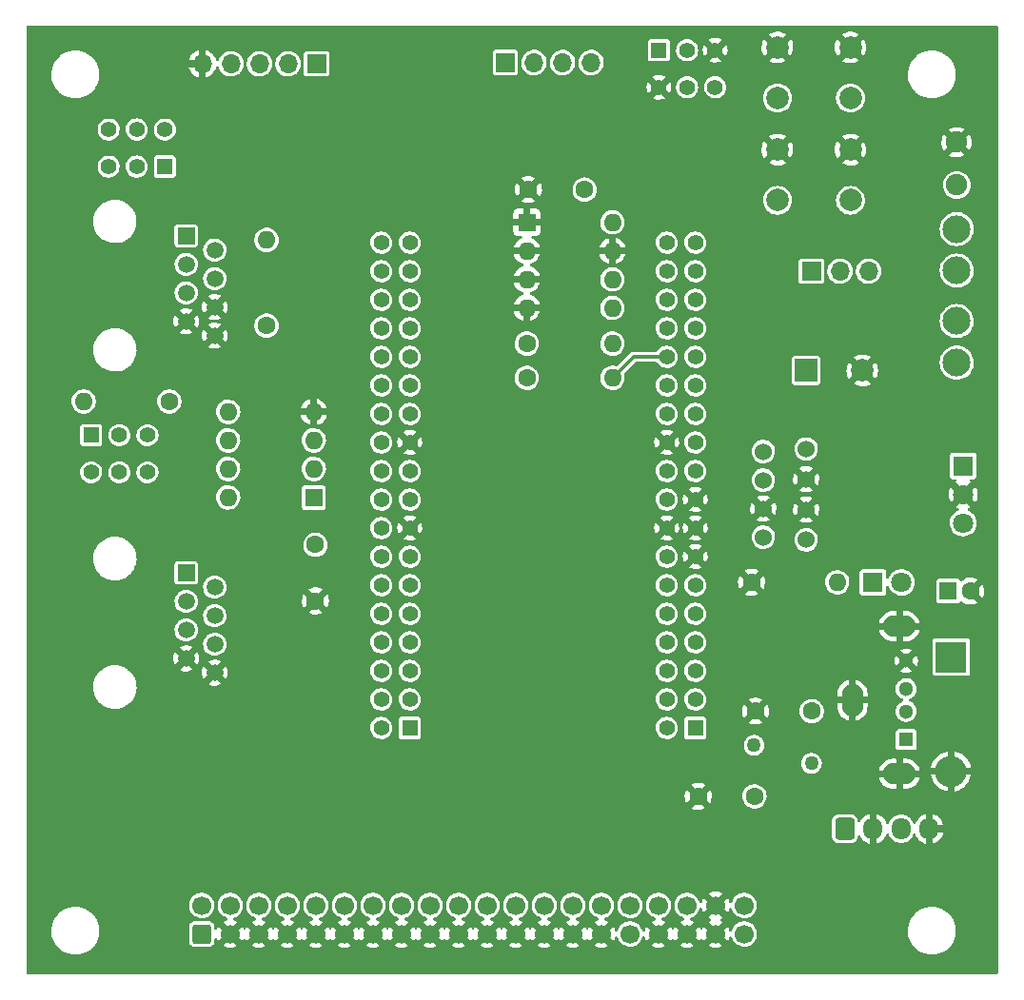
<source format=gbr>
%TF.GenerationSoftware,KiCad,Pcbnew,(6.0.7)*%
%TF.CreationDate,2022-08-24T10:00:22-04:00*%
%TF.ProjectId,PB_16,50425f31-362e-46b6-9963-61645f706362,v3*%
%TF.SameCoordinates,Original*%
%TF.FileFunction,Copper,L2,Bot*%
%TF.FilePolarity,Positive*%
%FSLAX46Y46*%
G04 Gerber Fmt 4.6, Leading zero omitted, Abs format (unit mm)*
G04 Created by KiCad (PCBNEW (6.0.7)) date 2022-08-24 10:00:22*
%MOMM*%
%LPD*%
G01*
G04 APERTURE LIST*
G04 Aperture macros list*
%AMRoundRect*
0 Rectangle with rounded corners*
0 $1 Rounding radius*
0 $2 $3 $4 $5 $6 $7 $8 $9 X,Y pos of 4 corners*
0 Add a 4 corners polygon primitive as box body*
4,1,4,$2,$3,$4,$5,$6,$7,$8,$9,$2,$3,0*
0 Add four circle primitives for the rounded corners*
1,1,$1+$1,$2,$3*
1,1,$1+$1,$4,$5*
1,1,$1+$1,$6,$7*
1,1,$1+$1,$8,$9*
0 Add four rect primitives between the rounded corners*
20,1,$1+$1,$2,$3,$4,$5,0*
20,1,$1+$1,$4,$5,$6,$7,0*
20,1,$1+$1,$6,$7,$8,$9,0*
20,1,$1+$1,$8,$9,$2,$3,0*%
G04 Aperture macros list end*
%TA.AperFunction,ComponentPad*%
%ADD10R,2.000000X2.000000*%
%TD*%
%TA.AperFunction,ComponentPad*%
%ADD11C,2.000000*%
%TD*%
%TA.AperFunction,ComponentPad*%
%ADD12R,1.600000X1.600000*%
%TD*%
%TA.AperFunction,ComponentPad*%
%ADD13C,1.600000*%
%TD*%
%TA.AperFunction,ComponentPad*%
%ADD14R,2.800000X2.800000*%
%TD*%
%TA.AperFunction,ComponentPad*%
%ADD15O,2.800000X2.800000*%
%TD*%
%TA.AperFunction,ComponentPad*%
%ADD16R,1.800000X1.800000*%
%TD*%
%TA.AperFunction,ComponentPad*%
%ADD17C,1.800000*%
%TD*%
%TA.AperFunction,ComponentPad*%
%ADD18R,1.700000X1.700000*%
%TD*%
%TA.AperFunction,ComponentPad*%
%ADD19O,1.700000X1.700000*%
%TD*%
%TA.AperFunction,ComponentPad*%
%ADD20RoundRect,0.250000X-0.600000X-0.725000X0.600000X-0.725000X0.600000X0.725000X-0.600000X0.725000X0*%
%TD*%
%TA.AperFunction,ComponentPad*%
%ADD21O,1.700000X1.950000*%
%TD*%
%TA.AperFunction,ComponentPad*%
%ADD22RoundRect,0.250000X0.600000X-0.600000X0.600000X0.600000X-0.600000X0.600000X-0.600000X-0.600000X0*%
%TD*%
%TA.AperFunction,ComponentPad*%
%ADD23C,1.700000*%
%TD*%
%TA.AperFunction,ComponentPad*%
%ADD24R,1.400000X1.400000*%
%TD*%
%TA.AperFunction,ComponentPad*%
%ADD25C,1.400000*%
%TD*%
%TA.AperFunction,ComponentPad*%
%ADD26R,1.408000X1.408000*%
%TD*%
%TA.AperFunction,ComponentPad*%
%ADD27C,1.408000*%
%TD*%
%TA.AperFunction,ComponentPad*%
%ADD28O,1.600000X1.600000*%
%TD*%
%TA.AperFunction,ComponentPad*%
%ADD29R,1.500000X1.500000*%
%TD*%
%TA.AperFunction,ComponentPad*%
%ADD30C,1.500000*%
%TD*%
%TA.AperFunction,ComponentPad*%
%ADD31C,1.270000*%
%TD*%
%TA.AperFunction,ComponentPad*%
%ADD32R,1.300000X1.300000*%
%TD*%
%TA.AperFunction,ComponentPad*%
%ADD33C,1.300000*%
%TD*%
%TA.AperFunction,ComponentPad*%
%ADD34O,2.900000X1.900000*%
%TD*%
%TA.AperFunction,ComponentPad*%
%ADD35O,1.900000X2.900000*%
%TD*%
%TA.AperFunction,ComponentPad*%
%ADD36C,2.475000*%
%TD*%
%TA.AperFunction,ComponentPad*%
%ADD37C,1.904000*%
%TD*%
%TA.AperFunction,ComponentPad*%
%ADD38C,1.524000*%
%TD*%
%TA.AperFunction,ViaPad*%
%ADD39C,0.800000*%
%TD*%
%TA.AperFunction,Conductor*%
%ADD40C,0.350000*%
%TD*%
G04 APERTURE END LIST*
D10*
%TO.P,C2,1*%
%TO.N,/12V*%
X232650000Y-67000000D03*
D11*
%TO.P,C2,2*%
%TO.N,GND*%
X237650000Y-67000000D03*
%TD*%
D12*
%TO.P,C3,1*%
%TO.N,+5V*%
X245300000Y-86625000D03*
D13*
%TO.P,C3,2*%
%TO.N,GND*%
X247300000Y-86625000D03*
%TD*%
D14*
%TO.P,D1,1,K*%
%TO.N,+5V*%
X245550000Y-92500000D03*
D15*
%TO.P,D1,2,A*%
%TO.N,GND*%
X245550000Y-102660000D03*
%TD*%
D16*
%TO.P,D2,1,K*%
%TO.N,Net-(D2-Pad1)*%
X238600000Y-85850000D03*
D17*
%TO.P,D2,2,A*%
%TO.N,+5V*%
X241140000Y-85850000D03*
%TD*%
D18*
%TO.P,J2,1,Pin_1*%
%TO.N,I2C_SDA*%
X205900000Y-39600000D03*
D19*
%TO.P,J2,2,Pin_2*%
%TO.N,I2C_SCL*%
X208440000Y-39600000D03*
%TO.P,J2,3,Pin_3*%
%TO.N,/OLED_Pin_3*%
X210980000Y-39600000D03*
%TO.P,J2,4,Pin_4*%
%TO.N,/OLED_Pin_4*%
X213520000Y-39600000D03*
%TD*%
D20*
%TO.P,J3,1,Pin_1*%
%TO.N,GPIO1*%
X236100000Y-107775000D03*
D21*
%TO.P,J3,2,Pin_2*%
%TO.N,GND*%
X238600000Y-107775000D03*
%TO.P,J3,3,Pin_3*%
%TO.N,GPIO2*%
X241100000Y-107775000D03*
%TO.P,J3,4,Pin_4*%
%TO.N,GND*%
X243600000Y-107775000D03*
%TD*%
D18*
%TO.P,J4,1,Pin_1*%
%TO.N,unconnected-(J4-Pad1)*%
X189100000Y-39700000D03*
D19*
%TO.P,J4,2,Pin_2*%
%TO.N,I2C_SCL*%
X186560000Y-39700000D03*
%TO.P,J4,3,Pin_3*%
%TO.N,I2C_SDA*%
X184020000Y-39700000D03*
%TO.P,J4,4,Pin_4*%
%TO.N,+3V3*%
X181480000Y-39700000D03*
%TO.P,J4,5,Pin_5*%
%TO.N,GND*%
X178940000Y-39700000D03*
%TD*%
D18*
%TO.P,J6,1,Pin_1*%
%TO.N,/12V*%
X233125000Y-58150000D03*
D19*
%TO.P,J6,2,Pin_2*%
%TO.N,/VIN*%
X235665000Y-58150000D03*
%TO.P,J6,3,Pin_3*%
%TO.N,+5V*%
X238205000Y-58150000D03*
%TD*%
D22*
%TO.P,J7,1,Pin_1*%
%TO.N,unconnected-(J7-Pad1)*%
X178884600Y-117132100D03*
D23*
%TO.P,J7,2,Pin_2*%
%TO.N,+5V*%
X178884600Y-114592100D03*
%TO.P,J7,3,Pin_3*%
%TO.N,GND*%
X181424600Y-117132100D03*
%TO.P,J7,4,Pin_4*%
%TO.N,+5V*%
X181424600Y-114592100D03*
%TO.P,J7,5,Pin_5*%
%TO.N,GND*%
X183964600Y-117132100D03*
%TO.P,J7,6,Pin_6*%
%TO.N,OUT1*%
X183964600Y-114592100D03*
%TO.P,J7,7,Pin_7*%
%TO.N,GND*%
X186504600Y-117132100D03*
%TO.P,J7,8,Pin_8*%
%TO.N,OUT2*%
X186504600Y-114592100D03*
%TO.P,J7,9,Pin_9*%
%TO.N,GND*%
X189044600Y-117132100D03*
%TO.P,J7,10,Pin_10*%
%TO.N,OUT3*%
X189044600Y-114592100D03*
%TO.P,J7,11,Pin_11*%
%TO.N,GND*%
X191584600Y-117132100D03*
%TO.P,J7,12,Pin_12*%
%TO.N,OUT4*%
X191584600Y-114592100D03*
%TO.P,J7,13,Pin_13*%
%TO.N,GND*%
X194124600Y-117132100D03*
%TO.P,J7,14,Pin_14*%
%TO.N,OUT5*%
X194124600Y-114592100D03*
%TO.P,J7,15,Pin_15*%
%TO.N,GND*%
X196664600Y-117132100D03*
%TO.P,J7,16,Pin_16*%
%TO.N,OUT6*%
X196664600Y-114592100D03*
%TO.P,J7,17,Pin_17*%
%TO.N,GND*%
X199204600Y-117132100D03*
%TO.P,J7,18,Pin_18*%
%TO.N,OUT7*%
X199204600Y-114592100D03*
%TO.P,J7,19,Pin_19*%
%TO.N,GND*%
X201744600Y-117132100D03*
%TO.P,J7,20,Pin_20*%
%TO.N,OUT8*%
X201744600Y-114592100D03*
%TO.P,J7,21,Pin_21*%
%TO.N,GND*%
X204284600Y-117132100D03*
%TO.P,J7,22,Pin_22*%
%TO.N,OUT9*%
X204284600Y-114592100D03*
%TO.P,J7,23,Pin_23*%
%TO.N,GND*%
X206824600Y-117132100D03*
%TO.P,J7,24,Pin_24*%
%TO.N,OUT10*%
X206824600Y-114592100D03*
%TO.P,J7,25,Pin_25*%
%TO.N,GND*%
X209364600Y-117132100D03*
%TO.P,J7,26,Pin_26*%
%TO.N,OUT11*%
X209364600Y-114592100D03*
%TO.P,J7,27,Pin_27*%
%TO.N,GND*%
X211904600Y-117132100D03*
%TO.P,J7,28,Pin_28*%
%TO.N,OUT12*%
X211904600Y-114592100D03*
%TO.P,J7,29,Pin_29*%
%TO.N,GND*%
X214444600Y-117132100D03*
%TO.P,J7,30,Pin_30*%
%TO.N,unconnected-(J7-Pad30)*%
X214444600Y-114592100D03*
%TO.P,J7,31,Pin_31*%
%TO.N,OUT13*%
X216984600Y-117132100D03*
%TO.P,J7,32,Pin_32*%
%TO.N,OUT14*%
X216984600Y-114592100D03*
%TO.P,J7,33,Pin_33*%
%TO.N,GND*%
X219524600Y-117132100D03*
%TO.P,J7,34,Pin_34*%
%TO.N,OUT15*%
X219524600Y-114592100D03*
%TO.P,J7,35,Pin_35*%
%TO.N,GND*%
X222064600Y-117132100D03*
%TO.P,J7,36,Pin_36*%
%TO.N,OUT16*%
X222064600Y-114592100D03*
%TO.P,J7,37,Pin_37*%
%TO.N,GND*%
X224604600Y-117132100D03*
%TO.P,J7,38,Pin_38*%
X224604600Y-114592100D03*
%TO.P,J7,39,Pin_39*%
%TO.N,+5V*%
X227144600Y-117132100D03*
%TO.P,J7,40,Pin_40*%
X227144600Y-114592100D03*
%TD*%
D24*
%TO.P,SW1,1,A*%
%TO.N,+3V3*%
X219560000Y-38500000D03*
D25*
%TO.P,SW1,2,B*%
%TO.N,/OLED_Pin_3*%
X222060000Y-38500000D03*
%TO.P,SW1,3,C*%
%TO.N,GND*%
X224560000Y-38500000D03*
%TO.P,SW1,4,A*%
X219560000Y-41800000D03*
%TO.P,SW1,5,B*%
%TO.N,/OLED_Pin_4*%
X222060000Y-41800000D03*
%TO.P,SW1,6,C*%
%TO.N,+3V3*%
X224560000Y-41800000D03*
%TD*%
D26*
%TO.P,U2,P1_1,SYS_VIN*%
%TO.N,+5V*%
X222784700Y-98802700D03*
D27*
%TO.P,U2,P1_2,AIN6/GPIO87*%
%TO.N,GPIO1*%
X220244700Y-98802700D03*
%TO.P,U2,P1_3,USB1_DRVVBUS*%
%TO.N,unconnected-(U2-PadP1_3)*%
X222784700Y-96262700D03*
%TO.P,U2,P1_4,GPIO_89*%
%TO.N,GPIO2*%
X220244700Y-96262700D03*
%TO.P,U2,P1_5,USB1_VBUS*%
%TO.N,V_USB*%
X222784700Y-93722700D03*
%TO.P,U2,P1_6,SPI0_CS*%
%TO.N,BTN1*%
X220244700Y-93722700D03*
%TO.P,U2,P1_7,USB1_VIN*%
%TO.N,V_USB*%
X222784700Y-91182700D03*
%TO.P,U2,P1_8,SPI0_CLK*%
%TO.N,BTN2*%
X220244700Y-91182700D03*
%TO.P,U2,P1_9,USB1_DN*%
%TO.N,USB_D-*%
X222784700Y-88642700D03*
%TO.P,U2,P1_10,SPI0_MISO*%
%TO.N,unconnected-(U2-PadP1_10)*%
X220244700Y-88642700D03*
%TO.P,U2,P1_11,USB1_DP*%
%TO.N,USB_D+*%
X222784700Y-86102700D03*
%TO.P,U2,P1_12,SPI0_MOSI*%
%TO.N,unconnected-(U2-PadP1_12)*%
X220244700Y-86102700D03*
%TO.P,U2,P1_13,USB1_ID*%
%TO.N,GND*%
X222784700Y-83562700D03*
%TO.P,U2,P1_14,SYS_3.3V*%
%TO.N,+3V3*%
X220244700Y-83562700D03*
%TO.P,U2,P1_15,USB1_GND*%
%TO.N,GND*%
X222784700Y-81022700D03*
%TO.P,U2,P1_16,SYS_GND*%
X220244700Y-81022700D03*
%TO.P,U2,P1_17,AIN1.8V_REF-*%
X222784700Y-78482700D03*
%TO.P,U2,P1_18,AIN1.8V_REF+*%
%TO.N,unconnected-(U2-PadP1_18)*%
X220244700Y-78482700D03*
%TO.P,U2,P1_19,AIN0(1.8V)*%
%TO.N,unconnected-(U2-PadP1_19)*%
X222784700Y-75942700D03*
%TO.P,U2,P1_20,GPIO_20*%
%TO.N,unconnected-(U2-PadP1_20)*%
X220244700Y-75942700D03*
%TO.P,U2,P1_21,AIN1(1.8V)*%
%TO.N,unconnected-(U2-PadP1_21)*%
X222784700Y-73402700D03*
%TO.P,U2,P1_22,SYS_GND*%
%TO.N,GND*%
X220244700Y-73402700D03*
%TO.P,U2,P1_23,AIN2(1.8V)*%
%TO.N,unconnected-(U2-PadP1_23)*%
X222784700Y-70862700D03*
%TO.P,U2,P1_24,SYS_VOUT*%
%TO.N,unconnected-(U2-PadP1_24)*%
X220244700Y-70862700D03*
%TO.P,U2,P1_25,AIN3(1.8V)*%
%TO.N,unconnected-(U2-PadP1_25)*%
X222784700Y-68322700D03*
%TO.P,U2,P1_26,I2C2_SDA*%
%TO.N,I2C_SDA*%
X220244700Y-68322700D03*
%TO.P,U2,P1_27,AIN4(1.8V)*%
%TO.N,unconnected-(U2-PadP1_27)*%
X222784700Y-65782700D03*
%TO.P,U2,P1_28,I2C2_SCL*%
%TO.N,I2C_SCL*%
X220244700Y-65782700D03*
%TO.P,U2,P1_29,PRU0_7*%
%TO.N,OUT13*%
X222784700Y-63242700D03*
%TO.P,U2,P1_30,UART0_TX*%
%TO.N,unconnected-(U2-PadP1_30)*%
X220244700Y-63242700D03*
%TO.P,U2,P1_31,PRU0_4*%
%TO.N,unconnected-(U2-PadP1_31)*%
X222784700Y-60702700D03*
%TO.P,U2,P1_32,UART0_RX*%
%TO.N,unconnected-(U2-PadP1_32)*%
X220244700Y-60702700D03*
%TO.P,U2,P1_33,PRU0_1*%
%TO.N,OUT16*%
X222784700Y-58162700D03*
%TO.P,U2,P1_34,GPIO_26*%
%TO.N,unconnected-(U2-PadP1_34)*%
X220244700Y-58162700D03*
%TO.P,U2,P1_35,PRU1_10*%
%TO.N,unconnected-(U2-PadP1_35)*%
X222784700Y-55622700D03*
%TO.P,U2,P1_36,PWM0_A*%
%TO.N,TXD2*%
X220244700Y-55622700D03*
D26*
%TO.P,U2,P2_1,PWM1_A*%
%TO.N,OUT8*%
X197384700Y-98802700D03*
D27*
%TO.P,U2,P2_2,GPIO_59*%
%TO.N,OUT7*%
X194844700Y-98802700D03*
%TO.P,U2,P2_3,GPIO_23*%
%TO.N,unconnected-(U2-PadP2_3)*%
X197384700Y-96262700D03*
%TO.P,U2,P2_4,GPIO_58*%
%TO.N,OUT6*%
X194844700Y-96262700D03*
%TO.P,U2,P2_5,UART4_RX*%
%TO.N,unconnected-(U2-PadP2_5)*%
X197384700Y-93722700D03*
%TO.P,U2,P2_6,GPIO_57*%
%TO.N,OUT5*%
X194844700Y-93722700D03*
%TO.P,U2,P2_7,UART4_TX*%
%TO.N,unconnected-(U2-PadP2_7)*%
X197384700Y-91182700D03*
%TO.P,U2,P2_8,GPIO_60*%
%TO.N,OUT4*%
X194844700Y-91182700D03*
%TO.P,U2,P2_9,I2C1_SCL*%
%TO.N,unconnected-(U2-PadP2_9)*%
X197384700Y-88642700D03*
%TO.P,U2,P2_10,GPIO_52*%
%TO.N,OUT3*%
X194844700Y-88642700D03*
%TO.P,U2,P2_11,I2C1_SDA*%
%TO.N,unconnected-(U2-PadP2_11)*%
X197384700Y-86102700D03*
%TO.P,U2,P2_12,SYS_PWRBTN*%
%TO.N,unconnected-(U2-PadP2_12)*%
X194844700Y-86102700D03*
%TO.P,U2,P2_13,SYS_VOUT*%
%TO.N,unconnected-(U2-PadP2_13)*%
X197384700Y-83562700D03*
%TO.P,U2,P2_14,BAT_VIN*%
%TO.N,unconnected-(U2-PadP2_14)*%
X194844700Y-83562700D03*
%TO.P,U2,P2_15,SYS_GND*%
%TO.N,GND*%
X197384700Y-81022700D03*
%TO.P,U2,P2_16,BAT_TEMP*%
%TO.N,unconnected-(U2-PadP2_16)*%
X194844700Y-81022700D03*
%TO.P,U2,P2_17,GPIO_65*%
%TO.N,unconnected-(U2-PadP2_17)*%
X197384700Y-78482700D03*
%TO.P,U2,P2_18,GPIO_47*%
%TO.N,OUT2*%
X194844700Y-78482700D03*
%TO.P,U2,P2_19,GPIO_27*%
%TO.N,unconnected-(U2-PadP2_19)*%
X197384700Y-75942700D03*
%TO.P,U2,P2_20,GPIO_64*%
%TO.N,unconnected-(U2-PadP2_20)*%
X194844700Y-75942700D03*
%TO.P,U2,P2_21,SYS_GND*%
%TO.N,GND*%
X197384700Y-73402700D03*
%TO.P,U2,P2_22,GPIO_46*%
%TO.N,OUT1*%
X194844700Y-73402700D03*
%TO.P,U2,P2_23,SYS_3.3V*%
%TO.N,unconnected-(U2-PadP2_23)*%
X197384700Y-70862700D03*
%TO.P,U2,P2_24,GPIO_48*%
%TO.N,OUT9*%
X194844700Y-70862700D03*
%TO.P,U2,P2_25,SPI1_MOSI*%
%TO.N,OUT10*%
X197384700Y-68322700D03*
%TO.P,U2,P2_26,SYS_NRST*%
%TO.N,unconnected-(U2-PadP2_26)*%
X194844700Y-68322700D03*
%TO.P,U2,P2_27,SPI1_MISO*%
%TO.N,OUT11*%
X197384700Y-65782700D03*
%TO.P,U2,P2_28,PRU0_6*%
%TO.N,unconnected-(U2-PadP2_28)*%
X194844700Y-65782700D03*
%TO.P,U2,P2_29,SPI1_CLK*%
%TO.N,unconnected-(U2-PadP2_29)*%
X197384700Y-63242700D03*
%TO.P,U2,P2_30,PRU0_3*%
%TO.N,OUT15*%
X194844700Y-63242700D03*
%TO.P,U2,P2_31,SPI1_CS*%
%TO.N,unconnected-(U2-PadP2_31)*%
X197384700Y-60702700D03*
%TO.P,U2,P2_32,PRU0_2*%
%TO.N,TXD1*%
X194844700Y-60702700D03*
%TO.P,U2,P2_33,GPIO_45*%
%TO.N,OUT12*%
X197384700Y-58162700D03*
%TO.P,U2,P2_34,PRU0_5*%
%TO.N,OUT14*%
X194844700Y-58162700D03*
%TO.P,U2,P2_35,AIN5/GPIO86*%
%TO.N,unconnected-(U2-PadP2_35)*%
X197384700Y-55622700D03*
%TO.P,U2,P2_36,AIN7(1.8V)*%
%TO.N,unconnected-(U2-PadP2_36)*%
X194844700Y-55622700D03*
%TD*%
D24*
%TO.P,SW2,1,A*%
%TO.N,Net-(J10-Pad5)*%
X169050000Y-72750000D03*
D25*
%TO.P,SW2,2,B*%
%TO.N,/Serial/DMX2+*%
X171550000Y-72750000D03*
%TO.P,SW2,3,C*%
%TO.N,/Serial/Pin1*%
X174050000Y-72750000D03*
%TO.P,SW2,4,A*%
%TO.N,Net-(J10-Pad4)*%
X169050000Y-76050000D03*
%TO.P,SW2,5,B*%
%TO.N,/Serial/DMX2-*%
X171550000Y-76050000D03*
%TO.P,SW2,6,C*%
%TO.N,/Serial/Pin2*%
X174050000Y-76050000D03*
%TD*%
D12*
%TO.P,U3,1,VCC*%
%TO.N,+5V*%
X188850000Y-78300000D03*
D28*
%TO.P,U3,2,IN*%
%TO.N,TXD1*%
X188850000Y-75760000D03*
%TO.P,U3,3,IN*%
%TO.N,TXD2*%
X188850000Y-73220000D03*
%TO.P,U3,4,GND*%
%TO.N,GND*%
X188850000Y-70680000D03*
%TO.P,U3,5,OUTA*%
%TO.N,/Serial/DMX2-*%
X181230000Y-70680000D03*
%TO.P,U3,6,OUTB*%
%TO.N,/Serial/DMX2+*%
X181230000Y-73220000D03*
%TO.P,U3,7,OUTA*%
%TO.N,/Serial/DMX1-*%
X181230000Y-75760000D03*
%TO.P,U3,8,OUTB*%
%TO.N,/Serial/DMX1+*%
X181230000Y-78300000D03*
%TD*%
D13*
%TO.P,R2,1*%
%TO.N,/Serial/DMX1+*%
X184650000Y-63000000D03*
D28*
%TO.P,R2,2*%
%TO.N,/Serial/DMX1-*%
X184650000Y-55380000D03*
%TD*%
D29*
%TO.P,J10,1*%
%TO.N,/Serial/Pin1*%
X177500000Y-85000000D03*
D30*
%TO.P,J10,2*%
%TO.N,/Serial/Pin2*%
X180040000Y-86270000D03*
%TO.P,J10,3*%
%TO.N,unconnected-(J10-Pad3)*%
X177500000Y-87540000D03*
%TO.P,J10,4*%
%TO.N,Net-(J10-Pad4)*%
X180040000Y-88810000D03*
%TO.P,J10,5*%
%TO.N,Net-(J10-Pad5)*%
X177500000Y-90080000D03*
%TO.P,J10,6*%
%TO.N,unconnected-(J10-Pad6)*%
X180040000Y-91350000D03*
%TO.P,J10,7*%
%TO.N,GND*%
X177500000Y-92620000D03*
%TO.P,J10,8*%
X180040000Y-93890000D03*
%TD*%
D13*
%TO.P,R3,1*%
%TO.N,/Serial/DMX2+*%
X176000000Y-69750000D03*
D28*
%TO.P,R3,2*%
%TO.N,/Serial/DMX2-*%
X168380000Y-69750000D03*
%TD*%
D13*
%TO.P,C5,1*%
%TO.N,+5V*%
X189000000Y-82500000D03*
%TO.P,C5,2*%
%TO.N,GND*%
X189000000Y-87500000D03*
%TD*%
D31*
%TO.P,F1,1*%
%TO.N,V_USB*%
X233125000Y-101950000D03*
%TO.P,F1,2*%
%TO.N,+5V*%
X228025000Y-100350000D03*
%TD*%
D13*
%TO.P,C1,1*%
%TO.N,V_USB*%
X233150000Y-97300000D03*
%TO.P,C1,2*%
%TO.N,GND*%
X228150000Y-97300000D03*
%TD*%
%TO.P,C4,1*%
%TO.N,+5V*%
X228050000Y-104900000D03*
%TO.P,C4,2*%
%TO.N,GND*%
X223050000Y-104900000D03*
%TD*%
D32*
%TO.P,J1,1,VBUS*%
%TO.N,V_USB*%
X241550000Y-99825000D03*
D33*
%TO.P,J1,2,D-*%
%TO.N,USB_D-*%
X241550000Y-97325000D03*
%TO.P,J1,3,D+*%
%TO.N,USB_D+*%
X241550000Y-95325000D03*
%TO.P,J1,4,GND*%
%TO.N,GND*%
X241550000Y-92825000D03*
D34*
%TO.P,J1,5,Shield*%
X240950000Y-102895000D03*
D35*
X236770000Y-96325000D03*
D34*
X240950000Y-89755000D03*
%TD*%
D29*
%TO.P,J9,1*%
%TO.N,Net-(J9-Pad1)*%
X177500000Y-55000000D03*
D30*
%TO.P,J9,2*%
%TO.N,Net-(J9-Pad2)*%
X180040000Y-56270000D03*
%TO.P,J9,3*%
%TO.N,/Serial/9V*%
X177500000Y-57540000D03*
%TO.P,J9,4*%
%TO.N,Net-(J9-Pad4)*%
X180040000Y-58810000D03*
%TO.P,J9,5*%
%TO.N,Net-(J9-Pad5)*%
X177500000Y-60080000D03*
%TO.P,J9,6*%
%TO.N,GND*%
X180040000Y-61350000D03*
%TO.P,J9,7*%
X177500000Y-62620000D03*
%TO.P,J9,8*%
X180040000Y-63890000D03*
%TD*%
D24*
%TO.P,SW3,1,A*%
%TO.N,Net-(J9-Pad1)*%
X175600000Y-48850000D03*
D25*
%TO.P,SW3,2,B*%
%TO.N,/Serial/DMX1+*%
X173100000Y-48850000D03*
%TO.P,SW3,3,C*%
%TO.N,Net-(J9-Pad4)*%
X170600000Y-48850000D03*
%TO.P,SW3,4,A*%
%TO.N,Net-(J9-Pad2)*%
X175600000Y-45550000D03*
%TO.P,SW3,5,B*%
%TO.N,/Serial/DMX1-*%
X173100000Y-45550000D03*
%TO.P,SW3,6,C*%
%TO.N,Net-(J9-Pad5)*%
X170600000Y-45550000D03*
%TD*%
D13*
%TO.P,R4,1*%
%TO.N,+3V3*%
X207800000Y-64600000D03*
D28*
%TO.P,R4,2*%
%TO.N,I2C_SDA*%
X215420000Y-64600000D03*
%TD*%
D13*
%TO.P,R5,1*%
%TO.N,+3V3*%
X207800000Y-67650000D03*
D28*
%TO.P,R5,2*%
%TO.N,I2C_SCL*%
X215420000Y-67650000D03*
%TD*%
D13*
%TO.P,C6,1*%
%TO.N,GND*%
X207950000Y-50900000D03*
%TO.P,C6,2*%
%TO.N,+3V3*%
X212950000Y-50900000D03*
%TD*%
D12*
%TO.P,U4,1,A0*%
%TO.N,GND*%
X207800000Y-53800000D03*
D28*
%TO.P,U4,2,A1*%
X207800000Y-56340000D03*
%TO.P,U4,3,A2*%
X207800000Y-58880000D03*
%TO.P,U4,4,GND*%
X207800000Y-61420000D03*
%TO.P,U4,5,SDA*%
%TO.N,I2C_SDA*%
X215420000Y-61420000D03*
%TO.P,U4,6,SCL*%
%TO.N,I2C_SCL*%
X215420000Y-58880000D03*
%TO.P,U4,7,WP*%
%TO.N,GND*%
X215420000Y-56340000D03*
%TO.P,U4,8,VCC*%
%TO.N,+3V3*%
X215420000Y-53800000D03*
%TD*%
D11*
%TO.P,SW5,1,A*%
%TO.N,GND*%
X236600000Y-47350000D03*
X230100000Y-47350000D03*
%TO.P,SW5,2,B*%
%TO.N,BTN2*%
X236600000Y-51850000D03*
X230100000Y-51850000D03*
%TD*%
D36*
%TO.P,F2,1_1,1*%
%TO.N,VIN1*%
X246050000Y-54400000D03*
%TO.P,F2,1_2,1*%
X246050000Y-58100000D03*
%TO.P,F2,2_1,2*%
%TO.N,/VIN*%
X246050000Y-62600000D03*
%TO.P,F2,2_2,2*%
X246050000Y-66300000D03*
%TD*%
D13*
%TO.P,R1,1*%
%TO.N,GND*%
X227790000Y-85850000D03*
D28*
%TO.P,R1,2*%
%TO.N,Net-(D2-Pad1)*%
X235410000Y-85850000D03*
%TD*%
D11*
%TO.P,SW4,1,A*%
%TO.N,GND*%
X236600000Y-38250000D03*
X230100000Y-38250000D03*
%TO.P,SW4,2,B*%
%TO.N,BTN1*%
X236600000Y-42750000D03*
X230100000Y-42750000D03*
%TD*%
D37*
%TO.P,J5,1,Pin_1*%
%TO.N,VIN1*%
X246049459Y-50495760D03*
%TO.P,J5,2,Pin_2*%
%TO.N,GND*%
X246049459Y-46685760D03*
%TD*%
D16*
%TO.P,U1,1,IN*%
%TO.N,/12V*%
X246624500Y-75485000D03*
D17*
%TO.P,U1,2,GND*%
%TO.N,GND*%
X246624500Y-78025000D03*
%TO.P,U1,3,OUT*%
%TO.N,+5V*%
X246624500Y-80565000D03*
D38*
%TO.P,U1,4,OUT*%
X228844500Y-81835000D03*
%TO.P,U1,5,GND*%
%TO.N,GND*%
X228844500Y-79295000D03*
%TO.P,U1,6,IN*%
%TO.N,/12V*%
X228844500Y-76755000D03*
%TO.P,U1,7,EN*%
%TO.N,unconnected-(U1-Pad7)*%
X228844500Y-74215000D03*
%TO.P,U1,8,OUT*%
%TO.N,+5V*%
X232654500Y-82066940D03*
%TO.P,U1,9,GND*%
%TO.N,GND*%
X232654500Y-79372000D03*
%TO.P,U1,10,GND*%
X232654500Y-76678000D03*
%TO.P,U1,11,IN*%
%TO.N,/12V*%
X232654500Y-73983060D03*
%TD*%
D39*
%TO.N,GND*%
X190900000Y-58300000D03*
X184600000Y-112200000D03*
X218300000Y-70750000D03*
X231150000Y-53750000D03*
X165200000Y-49550000D03*
X187650000Y-50900000D03*
X223050000Y-53650000D03*
X215950000Y-51600000D03*
X188150000Y-55350000D03*
X179150000Y-74900000D03*
X172850000Y-74350000D03*
X180550000Y-37350000D03*
X205900000Y-42050000D03*
X226000000Y-42700000D03*
X186200000Y-82500000D03*
X205850000Y-70800000D03*
X175850000Y-72600000D03*
X228650000Y-55550000D03*
X219100000Y-112750000D03*
X209750000Y-67850000D03*
X179550000Y-42850000D03*
X227800000Y-52150000D03*
X198350000Y-100600000D03*
X166400000Y-76650000D03*
X248550000Y-50700000D03*
X219850000Y-100600000D03*
X184600000Y-57850000D03*
X166550000Y-86000000D03*
X201000000Y-112550000D03*
X198500000Y-112600000D03*
X183650000Y-87950000D03*
X220400000Y-52900000D03*
X172500000Y-77650000D03*
X173150000Y-41350000D03*
X225600000Y-56950000D03*
X182050000Y-55900000D03*
X218900000Y-95050000D03*
X181150000Y-50350000D03*
X186600000Y-64350000D03*
X213600000Y-41850000D03*
X187050000Y-77000000D03*
X248700000Y-112000000D03*
X224650000Y-91950000D03*
X178100000Y-112250000D03*
X228854000Y-119888000D03*
X192450000Y-78800000D03*
X187500000Y-43700000D03*
X181500000Y-84900000D03*
X165250000Y-37600000D03*
X223050000Y-43400000D03*
X239050000Y-51900000D03*
X241850000Y-62200000D03*
X183050000Y-78500000D03*
X215700000Y-108900000D03*
X248650000Y-58650000D03*
X178050000Y-50150000D03*
X196100000Y-100600000D03*
X174250000Y-46800000D03*
X217950000Y-68150000D03*
X175850000Y-56450000D03*
X243200000Y-56250000D03*
X205800000Y-67700000D03*
X174600000Y-119750000D03*
X203350000Y-66050000D03*
X174450000Y-58950000D03*
X243250000Y-49800000D03*
X170500000Y-46950000D03*
X204550000Y-96100000D03*
X170400000Y-50750000D03*
%TD*%
D40*
%TO.N,I2C_SCL*%
X217287300Y-65782700D02*
X220244700Y-65782700D01*
X215420000Y-67650000D02*
X217287300Y-65782700D01*
%TD*%
%TA.AperFunction,Conductor*%
%TO.N,GND*%
G36*
X249661621Y-36300502D02*
G01*
X249708114Y-36354158D01*
X249719500Y-36406500D01*
X249719500Y-120593500D01*
X249699498Y-120661621D01*
X249645842Y-120708114D01*
X249593500Y-120719500D01*
X163406500Y-120719500D01*
X163338379Y-120699498D01*
X163291886Y-120645842D01*
X163280500Y-120593500D01*
X163280500Y-116974088D01*
X165508736Y-116974088D01*
X165509295Y-116978332D01*
X165509295Y-116978336D01*
X165511673Y-116996399D01*
X165546652Y-117262093D01*
X165623305Y-117542287D01*
X165737275Y-117809487D01*
X165886454Y-118058746D01*
X165889138Y-118062097D01*
X165889140Y-118062099D01*
X165972755Y-118166467D01*
X166068081Y-118285454D01*
X166278795Y-118485414D01*
X166514697Y-118654927D01*
X166771423Y-118790856D01*
X166775446Y-118792328D01*
X166775450Y-118792330D01*
X167040190Y-118889211D01*
X167044221Y-118890686D01*
X167328043Y-118952569D01*
X167357038Y-118954851D01*
X167553418Y-118970307D01*
X167553425Y-118970307D01*
X167555874Y-118970500D01*
X167713019Y-118970500D01*
X167715155Y-118970354D01*
X167715166Y-118970354D01*
X167925541Y-118956012D01*
X167925547Y-118956011D01*
X167929818Y-118955720D01*
X167934013Y-118954851D01*
X167934015Y-118954851D01*
X168210066Y-118897683D01*
X168214272Y-118896812D01*
X168488101Y-118799845D01*
X168746235Y-118666612D01*
X168749736Y-118664151D01*
X168749740Y-118664149D01*
X168865067Y-118583095D01*
X168983900Y-118499578D01*
X169196696Y-118301835D01*
X169380687Y-118077042D01*
X169532468Y-117829358D01*
X169557068Y-117773319D01*
X169647504Y-117567299D01*
X169649230Y-117563367D01*
X169661326Y-117520906D01*
X169700952Y-117381798D01*
X169728813Y-117283991D01*
X169769743Y-116996399D01*
X169771111Y-116735217D01*
X169771242Y-116710198D01*
X169771242Y-116710192D01*
X169771264Y-116705912D01*
X169768893Y-116687897D01*
X169749275Y-116538885D01*
X169742955Y-116490881D01*
X177754100Y-116490881D01*
X177754101Y-117773318D01*
X177764569Y-117859832D01*
X177767545Y-117867349D01*
X177767546Y-117867352D01*
X177768375Y-117869446D01*
X177818075Y-117994973D01*
X177823268Y-118001815D01*
X177823270Y-118001818D01*
X177880369Y-118077042D01*
X177905953Y-118110747D01*
X177912793Y-118115939D01*
X178014882Y-118193430D01*
X178014885Y-118193432D01*
X178021727Y-118198625D01*
X178156868Y-118252131D01*
X178164906Y-118253104D01*
X178164907Y-118253104D01*
X178192600Y-118256455D01*
X178243381Y-118262600D01*
X178884092Y-118262600D01*
X179525818Y-118262599D01*
X179576596Y-118256455D01*
X179604302Y-118253103D01*
X179604305Y-118253102D01*
X179612332Y-118252131D01*
X179619849Y-118249155D01*
X179619852Y-118249154D01*
X179690733Y-118221090D01*
X179735643Y-118203309D01*
X180782999Y-118203309D01*
X180792295Y-118215325D01*
X180792708Y-118215614D01*
X180802193Y-118221090D01*
X180990460Y-118308880D01*
X181000752Y-118312626D01*
X181201396Y-118366388D01*
X181212191Y-118368291D01*
X181419125Y-118386396D01*
X181430075Y-118386396D01*
X181637009Y-118368291D01*
X181647804Y-118366388D01*
X181848448Y-118312626D01*
X181858740Y-118308880D01*
X182047007Y-118221090D01*
X182056492Y-118215614D01*
X182057742Y-118214738D01*
X182066117Y-118204261D01*
X182065617Y-118203309D01*
X183322999Y-118203309D01*
X183332295Y-118215325D01*
X183332708Y-118215614D01*
X183342193Y-118221090D01*
X183530460Y-118308880D01*
X183540752Y-118312626D01*
X183741396Y-118366388D01*
X183752191Y-118368291D01*
X183959125Y-118386396D01*
X183970075Y-118386396D01*
X184177009Y-118368291D01*
X184187804Y-118366388D01*
X184388448Y-118312626D01*
X184398740Y-118308880D01*
X184587007Y-118221090D01*
X184596492Y-118215614D01*
X184597742Y-118214738D01*
X184606117Y-118204261D01*
X184605617Y-118203309D01*
X185862999Y-118203309D01*
X185872295Y-118215325D01*
X185872708Y-118215614D01*
X185882193Y-118221090D01*
X186070460Y-118308880D01*
X186080752Y-118312626D01*
X186281396Y-118366388D01*
X186292191Y-118368291D01*
X186499125Y-118386396D01*
X186510075Y-118386396D01*
X186717009Y-118368291D01*
X186727804Y-118366388D01*
X186928448Y-118312626D01*
X186938740Y-118308880D01*
X187127007Y-118221090D01*
X187136492Y-118215614D01*
X187137742Y-118214738D01*
X187146117Y-118204261D01*
X187145617Y-118203309D01*
X188402999Y-118203309D01*
X188412295Y-118215325D01*
X188412708Y-118215614D01*
X188422193Y-118221090D01*
X188610460Y-118308880D01*
X188620752Y-118312626D01*
X188821396Y-118366388D01*
X188832191Y-118368291D01*
X189039125Y-118386396D01*
X189050075Y-118386396D01*
X189257009Y-118368291D01*
X189267804Y-118366388D01*
X189468448Y-118312626D01*
X189478740Y-118308880D01*
X189667007Y-118221090D01*
X189676492Y-118215614D01*
X189677742Y-118214738D01*
X189686117Y-118204261D01*
X189685617Y-118203309D01*
X190942999Y-118203309D01*
X190952295Y-118215325D01*
X190952708Y-118215614D01*
X190962193Y-118221090D01*
X191150460Y-118308880D01*
X191160752Y-118312626D01*
X191361396Y-118366388D01*
X191372191Y-118368291D01*
X191579125Y-118386396D01*
X191590075Y-118386396D01*
X191797009Y-118368291D01*
X191807804Y-118366388D01*
X192008448Y-118312626D01*
X192018740Y-118308880D01*
X192207007Y-118221090D01*
X192216492Y-118215614D01*
X192217742Y-118214738D01*
X192226117Y-118204261D01*
X192225617Y-118203309D01*
X193482999Y-118203309D01*
X193492295Y-118215325D01*
X193492708Y-118215614D01*
X193502193Y-118221090D01*
X193690460Y-118308880D01*
X193700752Y-118312626D01*
X193901396Y-118366388D01*
X193912191Y-118368291D01*
X194119125Y-118386396D01*
X194130075Y-118386396D01*
X194337009Y-118368291D01*
X194347804Y-118366388D01*
X194548448Y-118312626D01*
X194558740Y-118308880D01*
X194747007Y-118221090D01*
X194756492Y-118215614D01*
X194757742Y-118214738D01*
X194766117Y-118204261D01*
X194765617Y-118203309D01*
X196022999Y-118203309D01*
X196032295Y-118215325D01*
X196032708Y-118215614D01*
X196042193Y-118221090D01*
X196230460Y-118308880D01*
X196240752Y-118312626D01*
X196441396Y-118366388D01*
X196452191Y-118368291D01*
X196659125Y-118386396D01*
X196670075Y-118386396D01*
X196877009Y-118368291D01*
X196887804Y-118366388D01*
X197088448Y-118312626D01*
X197098740Y-118308880D01*
X197287007Y-118221090D01*
X197296492Y-118215614D01*
X197297742Y-118214738D01*
X197306117Y-118204261D01*
X197305617Y-118203309D01*
X198562999Y-118203309D01*
X198572295Y-118215325D01*
X198572708Y-118215614D01*
X198582193Y-118221090D01*
X198770460Y-118308880D01*
X198780752Y-118312626D01*
X198981396Y-118366388D01*
X198992191Y-118368291D01*
X199199125Y-118386396D01*
X199210075Y-118386396D01*
X199417009Y-118368291D01*
X199427804Y-118366388D01*
X199628448Y-118312626D01*
X199638740Y-118308880D01*
X199827007Y-118221090D01*
X199836492Y-118215614D01*
X199837742Y-118214738D01*
X199846117Y-118204261D01*
X199845617Y-118203309D01*
X201102999Y-118203309D01*
X201112295Y-118215325D01*
X201112708Y-118215614D01*
X201122193Y-118221090D01*
X201310460Y-118308880D01*
X201320752Y-118312626D01*
X201521396Y-118366388D01*
X201532191Y-118368291D01*
X201739125Y-118386396D01*
X201750075Y-118386396D01*
X201957009Y-118368291D01*
X201967804Y-118366388D01*
X202168448Y-118312626D01*
X202178740Y-118308880D01*
X202367007Y-118221090D01*
X202376492Y-118215614D01*
X202377742Y-118214738D01*
X202386117Y-118204261D01*
X202385617Y-118203309D01*
X203642999Y-118203309D01*
X203652295Y-118215325D01*
X203652708Y-118215614D01*
X203662193Y-118221090D01*
X203850460Y-118308880D01*
X203860752Y-118312626D01*
X204061396Y-118366388D01*
X204072191Y-118368291D01*
X204279125Y-118386396D01*
X204290075Y-118386396D01*
X204497009Y-118368291D01*
X204507804Y-118366388D01*
X204708448Y-118312626D01*
X204718740Y-118308880D01*
X204907007Y-118221090D01*
X204916492Y-118215614D01*
X204917742Y-118214738D01*
X204926117Y-118204261D01*
X204925617Y-118203309D01*
X206182999Y-118203309D01*
X206192295Y-118215325D01*
X206192708Y-118215614D01*
X206202193Y-118221090D01*
X206390460Y-118308880D01*
X206400752Y-118312626D01*
X206601396Y-118366388D01*
X206612191Y-118368291D01*
X206819125Y-118386396D01*
X206830075Y-118386396D01*
X207037009Y-118368291D01*
X207047804Y-118366388D01*
X207248448Y-118312626D01*
X207258740Y-118308880D01*
X207447007Y-118221090D01*
X207456492Y-118215614D01*
X207457742Y-118214738D01*
X207466117Y-118204261D01*
X207465617Y-118203309D01*
X208722999Y-118203309D01*
X208732295Y-118215325D01*
X208732708Y-118215614D01*
X208742193Y-118221090D01*
X208930460Y-118308880D01*
X208940752Y-118312626D01*
X209141396Y-118366388D01*
X209152191Y-118368291D01*
X209359125Y-118386396D01*
X209370075Y-118386396D01*
X209577009Y-118368291D01*
X209587804Y-118366388D01*
X209788448Y-118312626D01*
X209798740Y-118308880D01*
X209987007Y-118221090D01*
X209996492Y-118215614D01*
X209997742Y-118214738D01*
X210006117Y-118204261D01*
X210005617Y-118203309D01*
X211262999Y-118203309D01*
X211272295Y-118215325D01*
X211272708Y-118215614D01*
X211282193Y-118221090D01*
X211470460Y-118308880D01*
X211480752Y-118312626D01*
X211681396Y-118366388D01*
X211692191Y-118368291D01*
X211899125Y-118386396D01*
X211910075Y-118386396D01*
X212117009Y-118368291D01*
X212127804Y-118366388D01*
X212328448Y-118312626D01*
X212338740Y-118308880D01*
X212527007Y-118221090D01*
X212536492Y-118215614D01*
X212537742Y-118214738D01*
X212546117Y-118204261D01*
X212545617Y-118203309D01*
X213802999Y-118203309D01*
X213812295Y-118215325D01*
X213812708Y-118215614D01*
X213822193Y-118221090D01*
X214010460Y-118308880D01*
X214020752Y-118312626D01*
X214221396Y-118366388D01*
X214232191Y-118368291D01*
X214439125Y-118386396D01*
X214450075Y-118386396D01*
X214657009Y-118368291D01*
X214667804Y-118366388D01*
X214868448Y-118312626D01*
X214878740Y-118308880D01*
X215067007Y-118221090D01*
X215076492Y-118215614D01*
X215077742Y-118214738D01*
X215086117Y-118204261D01*
X215079049Y-118190813D01*
X214457412Y-117569176D01*
X214443468Y-117561562D01*
X214441635Y-117561693D01*
X214435020Y-117565944D01*
X213809429Y-118191535D01*
X213802999Y-118203309D01*
X212545617Y-118203309D01*
X212539049Y-118190813D01*
X211917412Y-117569176D01*
X211903468Y-117561562D01*
X211901635Y-117561693D01*
X211895020Y-117565944D01*
X211269429Y-118191535D01*
X211262999Y-118203309D01*
X210005617Y-118203309D01*
X209999049Y-118190813D01*
X209377412Y-117569176D01*
X209363468Y-117561562D01*
X209361635Y-117561693D01*
X209355020Y-117565944D01*
X208729429Y-118191535D01*
X208722999Y-118203309D01*
X207465617Y-118203309D01*
X207459049Y-118190813D01*
X206837412Y-117569176D01*
X206823468Y-117561562D01*
X206821635Y-117561693D01*
X206815020Y-117565944D01*
X206189429Y-118191535D01*
X206182999Y-118203309D01*
X204925617Y-118203309D01*
X204919049Y-118190813D01*
X204297412Y-117569176D01*
X204283468Y-117561562D01*
X204281635Y-117561693D01*
X204275020Y-117565944D01*
X203649429Y-118191535D01*
X203642999Y-118203309D01*
X202385617Y-118203309D01*
X202379049Y-118190813D01*
X201757412Y-117569176D01*
X201743468Y-117561562D01*
X201741635Y-117561693D01*
X201735020Y-117565944D01*
X201109429Y-118191535D01*
X201102999Y-118203309D01*
X199845617Y-118203309D01*
X199839049Y-118190813D01*
X199217412Y-117569176D01*
X199203468Y-117561562D01*
X199201635Y-117561693D01*
X199195020Y-117565944D01*
X198569429Y-118191535D01*
X198562999Y-118203309D01*
X197305617Y-118203309D01*
X197299049Y-118190813D01*
X196677412Y-117569176D01*
X196663468Y-117561562D01*
X196661635Y-117561693D01*
X196655020Y-117565944D01*
X196029429Y-118191535D01*
X196022999Y-118203309D01*
X194765617Y-118203309D01*
X194759049Y-118190813D01*
X194137412Y-117569176D01*
X194123468Y-117561562D01*
X194121635Y-117561693D01*
X194115020Y-117565944D01*
X193489429Y-118191535D01*
X193482999Y-118203309D01*
X192225617Y-118203309D01*
X192219049Y-118190813D01*
X191597412Y-117569176D01*
X191583468Y-117561562D01*
X191581635Y-117561693D01*
X191575020Y-117565944D01*
X190949429Y-118191535D01*
X190942999Y-118203309D01*
X189685617Y-118203309D01*
X189679049Y-118190813D01*
X189057412Y-117569176D01*
X189043468Y-117561562D01*
X189041635Y-117561693D01*
X189035020Y-117565944D01*
X188409429Y-118191535D01*
X188402999Y-118203309D01*
X187145617Y-118203309D01*
X187139049Y-118190813D01*
X186517412Y-117569176D01*
X186503468Y-117561562D01*
X186501635Y-117561693D01*
X186495020Y-117565944D01*
X185869429Y-118191535D01*
X185862999Y-118203309D01*
X184605617Y-118203309D01*
X184599049Y-118190813D01*
X183977412Y-117569176D01*
X183963468Y-117561562D01*
X183961635Y-117561693D01*
X183955020Y-117565944D01*
X183329429Y-118191535D01*
X183322999Y-118203309D01*
X182065617Y-118203309D01*
X182059049Y-118190813D01*
X181437412Y-117569176D01*
X181423468Y-117561562D01*
X181421635Y-117561693D01*
X181415020Y-117565944D01*
X180789429Y-118191535D01*
X180782999Y-118203309D01*
X179735643Y-118203309D01*
X179747473Y-118198625D01*
X179754315Y-118193432D01*
X179754318Y-118193430D01*
X179856407Y-118115939D01*
X179863247Y-118110747D01*
X179888831Y-118077042D01*
X179945930Y-118001818D01*
X179945932Y-118001815D01*
X179951125Y-117994973D01*
X180004631Y-117859832D01*
X180015100Y-117773319D01*
X180015100Y-117635520D01*
X180035102Y-117567399D01*
X180088758Y-117520906D01*
X180159032Y-117510802D01*
X180223612Y-117540296D01*
X180255295Y-117582270D01*
X180335607Y-117754500D01*
X180341090Y-117763995D01*
X180341963Y-117765242D01*
X180352440Y-117773617D01*
X180365887Y-117766549D01*
X180987524Y-117144912D01*
X180993902Y-117133232D01*
X181854062Y-117133232D01*
X181854193Y-117135065D01*
X181858444Y-117141680D01*
X182484034Y-117767270D01*
X182495809Y-117773700D01*
X182507824Y-117764404D01*
X182508110Y-117763995D01*
X182513593Y-117754500D01*
X182580405Y-117611221D01*
X182627323Y-117557936D01*
X182695600Y-117538475D01*
X182763560Y-117559017D01*
X182808795Y-117611221D01*
X182875607Y-117754500D01*
X182881090Y-117763995D01*
X182881963Y-117765242D01*
X182892440Y-117773617D01*
X182905887Y-117766549D01*
X183527524Y-117144912D01*
X183533902Y-117133232D01*
X184394062Y-117133232D01*
X184394193Y-117135065D01*
X184398444Y-117141680D01*
X185024034Y-117767270D01*
X185035809Y-117773700D01*
X185047824Y-117764404D01*
X185048110Y-117763995D01*
X185053593Y-117754500D01*
X185120405Y-117611221D01*
X185167323Y-117557936D01*
X185235600Y-117538475D01*
X185303560Y-117559017D01*
X185348795Y-117611221D01*
X185415607Y-117754500D01*
X185421090Y-117763995D01*
X185421963Y-117765242D01*
X185432440Y-117773617D01*
X185445887Y-117766549D01*
X186067524Y-117144912D01*
X186073902Y-117133232D01*
X186934062Y-117133232D01*
X186934193Y-117135065D01*
X186938444Y-117141680D01*
X187564034Y-117767270D01*
X187575809Y-117773700D01*
X187587824Y-117764404D01*
X187588110Y-117763995D01*
X187593593Y-117754500D01*
X187660405Y-117611221D01*
X187707323Y-117557936D01*
X187775600Y-117538475D01*
X187843560Y-117559017D01*
X187888795Y-117611221D01*
X187955607Y-117754500D01*
X187961090Y-117763995D01*
X187961963Y-117765242D01*
X187972440Y-117773617D01*
X187985887Y-117766549D01*
X188607524Y-117144912D01*
X188613902Y-117133232D01*
X189474062Y-117133232D01*
X189474193Y-117135065D01*
X189478444Y-117141680D01*
X190104034Y-117767270D01*
X190115809Y-117773700D01*
X190127824Y-117764404D01*
X190128110Y-117763995D01*
X190133593Y-117754500D01*
X190200405Y-117611221D01*
X190247323Y-117557936D01*
X190315600Y-117538475D01*
X190383560Y-117559017D01*
X190428795Y-117611221D01*
X190495607Y-117754500D01*
X190501090Y-117763995D01*
X190501963Y-117765242D01*
X190512440Y-117773617D01*
X190525887Y-117766549D01*
X191147524Y-117144912D01*
X191153902Y-117133232D01*
X192014062Y-117133232D01*
X192014193Y-117135065D01*
X192018444Y-117141680D01*
X192644034Y-117767270D01*
X192655809Y-117773700D01*
X192667824Y-117764404D01*
X192668110Y-117763995D01*
X192673593Y-117754500D01*
X192740405Y-117611221D01*
X192787323Y-117557936D01*
X192855600Y-117538475D01*
X192923560Y-117559017D01*
X192968795Y-117611221D01*
X193035607Y-117754500D01*
X193041090Y-117763995D01*
X193041963Y-117765242D01*
X193052440Y-117773617D01*
X193065887Y-117766549D01*
X193687524Y-117144912D01*
X193693902Y-117133232D01*
X194554062Y-117133232D01*
X194554193Y-117135065D01*
X194558444Y-117141680D01*
X195184034Y-117767270D01*
X195195809Y-117773700D01*
X195207824Y-117764404D01*
X195208110Y-117763995D01*
X195213593Y-117754500D01*
X195280405Y-117611221D01*
X195327323Y-117557936D01*
X195395600Y-117538475D01*
X195463560Y-117559017D01*
X195508795Y-117611221D01*
X195575607Y-117754500D01*
X195581090Y-117763995D01*
X195581963Y-117765242D01*
X195592440Y-117773617D01*
X195605887Y-117766549D01*
X196227524Y-117144912D01*
X196233902Y-117133232D01*
X197094062Y-117133232D01*
X197094193Y-117135065D01*
X197098444Y-117141680D01*
X197724034Y-117767270D01*
X197735809Y-117773700D01*
X197747824Y-117764404D01*
X197748110Y-117763995D01*
X197753593Y-117754500D01*
X197820405Y-117611221D01*
X197867323Y-117557936D01*
X197935600Y-117538475D01*
X198003560Y-117559017D01*
X198048795Y-117611221D01*
X198115607Y-117754500D01*
X198121090Y-117763995D01*
X198121963Y-117765242D01*
X198132440Y-117773617D01*
X198145887Y-117766549D01*
X198767524Y-117144912D01*
X198773902Y-117133232D01*
X199634062Y-117133232D01*
X199634193Y-117135065D01*
X199638444Y-117141680D01*
X200264034Y-117767270D01*
X200275809Y-117773700D01*
X200287824Y-117764404D01*
X200288110Y-117763995D01*
X200293593Y-117754500D01*
X200360405Y-117611221D01*
X200407323Y-117557936D01*
X200475600Y-117538475D01*
X200543560Y-117559017D01*
X200588795Y-117611221D01*
X200655607Y-117754500D01*
X200661090Y-117763995D01*
X200661963Y-117765242D01*
X200672440Y-117773617D01*
X200685887Y-117766549D01*
X201307524Y-117144912D01*
X201313902Y-117133232D01*
X202174062Y-117133232D01*
X202174193Y-117135065D01*
X202178444Y-117141680D01*
X202804034Y-117767270D01*
X202815809Y-117773700D01*
X202827824Y-117764404D01*
X202828110Y-117763995D01*
X202833593Y-117754500D01*
X202900405Y-117611221D01*
X202947323Y-117557936D01*
X203015600Y-117538475D01*
X203083560Y-117559017D01*
X203128795Y-117611221D01*
X203195607Y-117754500D01*
X203201090Y-117763995D01*
X203201963Y-117765242D01*
X203212440Y-117773617D01*
X203225887Y-117766549D01*
X203847524Y-117144912D01*
X203853902Y-117133232D01*
X204714062Y-117133232D01*
X204714193Y-117135065D01*
X204718444Y-117141680D01*
X205344034Y-117767270D01*
X205355809Y-117773700D01*
X205367824Y-117764404D01*
X205368110Y-117763995D01*
X205373593Y-117754500D01*
X205440405Y-117611221D01*
X205487323Y-117557936D01*
X205555600Y-117538475D01*
X205623560Y-117559017D01*
X205668795Y-117611221D01*
X205735607Y-117754500D01*
X205741090Y-117763995D01*
X205741963Y-117765242D01*
X205752440Y-117773617D01*
X205765887Y-117766549D01*
X206387524Y-117144912D01*
X206393902Y-117133232D01*
X207254062Y-117133232D01*
X207254193Y-117135065D01*
X207258444Y-117141680D01*
X207884034Y-117767270D01*
X207895809Y-117773700D01*
X207907824Y-117764404D01*
X207908110Y-117763995D01*
X207913593Y-117754500D01*
X207980405Y-117611221D01*
X208027323Y-117557936D01*
X208095600Y-117538475D01*
X208163560Y-117559017D01*
X208208795Y-117611221D01*
X208275607Y-117754500D01*
X208281090Y-117763995D01*
X208281963Y-117765242D01*
X208292440Y-117773617D01*
X208305887Y-117766549D01*
X208927524Y-117144912D01*
X208933902Y-117133232D01*
X209794062Y-117133232D01*
X209794193Y-117135065D01*
X209798444Y-117141680D01*
X210424034Y-117767270D01*
X210435809Y-117773700D01*
X210447824Y-117764404D01*
X210448110Y-117763995D01*
X210453593Y-117754500D01*
X210520405Y-117611221D01*
X210567323Y-117557936D01*
X210635600Y-117538475D01*
X210703560Y-117559017D01*
X210748795Y-117611221D01*
X210815607Y-117754500D01*
X210821090Y-117763995D01*
X210821963Y-117765242D01*
X210832440Y-117773617D01*
X210845887Y-117766549D01*
X211467524Y-117144912D01*
X211473902Y-117133232D01*
X212334062Y-117133232D01*
X212334193Y-117135065D01*
X212338444Y-117141680D01*
X212964034Y-117767270D01*
X212975809Y-117773700D01*
X212987824Y-117764404D01*
X212988110Y-117763995D01*
X212993593Y-117754500D01*
X213060405Y-117611221D01*
X213107323Y-117557936D01*
X213175600Y-117538475D01*
X213243560Y-117559017D01*
X213288795Y-117611221D01*
X213355607Y-117754500D01*
X213361090Y-117763995D01*
X213361963Y-117765242D01*
X213372440Y-117773617D01*
X213385887Y-117766549D01*
X214007524Y-117144912D01*
X214013902Y-117133232D01*
X214874062Y-117133232D01*
X214874193Y-117135065D01*
X214878444Y-117141680D01*
X215504034Y-117767270D01*
X215515809Y-117773700D01*
X215527824Y-117764404D01*
X215528110Y-117763995D01*
X215533593Y-117754500D01*
X215621380Y-117566240D01*
X215625126Y-117555948D01*
X215654503Y-117446310D01*
X215691455Y-117385687D01*
X215755315Y-117354666D01*
X215825810Y-117363094D01*
X215880557Y-117408297D01*
X215898333Y-117447905D01*
X215914379Y-117511085D01*
X215916796Y-117516328D01*
X215926852Y-117538141D01*
X216001364Y-117699771D01*
X216121278Y-117869446D01*
X216125412Y-117873473D01*
X216257162Y-118001818D01*
X216270105Y-118014427D01*
X216274901Y-118017632D01*
X216274904Y-118017634D01*
X216404021Y-118103907D01*
X216442861Y-118129859D01*
X216448169Y-118132140D01*
X216448170Y-118132140D01*
X216628457Y-118209597D01*
X216628460Y-118209598D01*
X216633760Y-118211875D01*
X216639390Y-118213149D01*
X216830772Y-118256455D01*
X216830775Y-118256455D01*
X216836408Y-118257730D01*
X216842179Y-118257957D01*
X216842181Y-118257957D01*
X216905585Y-118260448D01*
X217044019Y-118265887D01*
X217159424Y-118249154D01*
X217243927Y-118236902D01*
X217243932Y-118236901D01*
X217249641Y-118236073D01*
X217255105Y-118234218D01*
X217255110Y-118234217D01*
X217346161Y-118203309D01*
X218882999Y-118203309D01*
X218892295Y-118215325D01*
X218892708Y-118215614D01*
X218902193Y-118221090D01*
X219090460Y-118308880D01*
X219100752Y-118312626D01*
X219301396Y-118366388D01*
X219312191Y-118368291D01*
X219519125Y-118386396D01*
X219530075Y-118386396D01*
X219737009Y-118368291D01*
X219747804Y-118366388D01*
X219948448Y-118312626D01*
X219958740Y-118308880D01*
X220147007Y-118221090D01*
X220156492Y-118215614D01*
X220157742Y-118214738D01*
X220166117Y-118204261D01*
X220165617Y-118203309D01*
X221422999Y-118203309D01*
X221432295Y-118215325D01*
X221432708Y-118215614D01*
X221442193Y-118221090D01*
X221630460Y-118308880D01*
X221640752Y-118312626D01*
X221841396Y-118366388D01*
X221852191Y-118368291D01*
X222059125Y-118386396D01*
X222070075Y-118386396D01*
X222277009Y-118368291D01*
X222287804Y-118366388D01*
X222488448Y-118312626D01*
X222498740Y-118308880D01*
X222687007Y-118221090D01*
X222696492Y-118215614D01*
X222697742Y-118214738D01*
X222706117Y-118204261D01*
X222705617Y-118203309D01*
X223962999Y-118203309D01*
X223972295Y-118215325D01*
X223972708Y-118215614D01*
X223982193Y-118221090D01*
X224170460Y-118308880D01*
X224180752Y-118312626D01*
X224381396Y-118366388D01*
X224392191Y-118368291D01*
X224599125Y-118386396D01*
X224610075Y-118386396D01*
X224817009Y-118368291D01*
X224827804Y-118366388D01*
X225028448Y-118312626D01*
X225038740Y-118308880D01*
X225227007Y-118221090D01*
X225236492Y-118215614D01*
X225237742Y-118214738D01*
X225246117Y-118204261D01*
X225239049Y-118190813D01*
X224617412Y-117569176D01*
X224603468Y-117561562D01*
X224601635Y-117561693D01*
X224595020Y-117565944D01*
X223969429Y-118191535D01*
X223962999Y-118203309D01*
X222705617Y-118203309D01*
X222699049Y-118190813D01*
X222077412Y-117569176D01*
X222063468Y-117561562D01*
X222061635Y-117561693D01*
X222055020Y-117565944D01*
X221429429Y-118191535D01*
X221422999Y-118203309D01*
X220165617Y-118203309D01*
X220159049Y-118190813D01*
X219537412Y-117569176D01*
X219523468Y-117561562D01*
X219521635Y-117561693D01*
X219515020Y-117565944D01*
X218889429Y-118191535D01*
X218882999Y-118203309D01*
X217346161Y-118203309D01*
X217440918Y-118171143D01*
X217446386Y-118169287D01*
X217627665Y-118067766D01*
X217787409Y-117934909D01*
X217920266Y-117775165D01*
X218021787Y-117593886D01*
X218074067Y-117439874D01*
X218114904Y-117381798D01*
X218180657Y-117355020D01*
X218250449Y-117368041D01*
X218302123Y-117416728D01*
X218315087Y-117447765D01*
X218344074Y-117555948D01*
X218347820Y-117566240D01*
X218435607Y-117754500D01*
X218441090Y-117763995D01*
X218441963Y-117765242D01*
X218452440Y-117773617D01*
X218465887Y-117766549D01*
X219087524Y-117144912D01*
X219093902Y-117133232D01*
X219954062Y-117133232D01*
X219954193Y-117135065D01*
X219958444Y-117141680D01*
X220584034Y-117767270D01*
X220595809Y-117773700D01*
X220607824Y-117764404D01*
X220608110Y-117763995D01*
X220613593Y-117754500D01*
X220680405Y-117611221D01*
X220727323Y-117557936D01*
X220795600Y-117538475D01*
X220863560Y-117559017D01*
X220908795Y-117611221D01*
X220975607Y-117754500D01*
X220981090Y-117763995D01*
X220981963Y-117765242D01*
X220992440Y-117773617D01*
X221005887Y-117766549D01*
X221627524Y-117144912D01*
X221633902Y-117133232D01*
X222494062Y-117133232D01*
X222494193Y-117135065D01*
X222498444Y-117141680D01*
X223124034Y-117767270D01*
X223135809Y-117773700D01*
X223147824Y-117764404D01*
X223148110Y-117763995D01*
X223153593Y-117754500D01*
X223220405Y-117611221D01*
X223267323Y-117557936D01*
X223335600Y-117538475D01*
X223403560Y-117559017D01*
X223448795Y-117611221D01*
X223515607Y-117754500D01*
X223521090Y-117763995D01*
X223521963Y-117765242D01*
X223532440Y-117773617D01*
X223545887Y-117766549D01*
X224167524Y-117144912D01*
X224173902Y-117133232D01*
X225034062Y-117133232D01*
X225034193Y-117135065D01*
X225038444Y-117141680D01*
X225664034Y-117767270D01*
X225675809Y-117773700D01*
X225687824Y-117764404D01*
X225688110Y-117763995D01*
X225693593Y-117754500D01*
X225781380Y-117566240D01*
X225785126Y-117555948D01*
X225814503Y-117446310D01*
X225851455Y-117385687D01*
X225915315Y-117354666D01*
X225985810Y-117363094D01*
X226040557Y-117408297D01*
X226058333Y-117447905D01*
X226074379Y-117511085D01*
X226076796Y-117516328D01*
X226086852Y-117538141D01*
X226161364Y-117699771D01*
X226281278Y-117869446D01*
X226285412Y-117873473D01*
X226417162Y-118001818D01*
X226430105Y-118014427D01*
X226434901Y-118017632D01*
X226434904Y-118017634D01*
X226564021Y-118103907D01*
X226602861Y-118129859D01*
X226608169Y-118132140D01*
X226608170Y-118132140D01*
X226788457Y-118209597D01*
X226788460Y-118209598D01*
X226793760Y-118211875D01*
X226799390Y-118213149D01*
X226990772Y-118256455D01*
X226990775Y-118256455D01*
X226996408Y-118257730D01*
X227002179Y-118257957D01*
X227002181Y-118257957D01*
X227065585Y-118260448D01*
X227204019Y-118265887D01*
X227319424Y-118249154D01*
X227403927Y-118236902D01*
X227403932Y-118236901D01*
X227409641Y-118236073D01*
X227415105Y-118234218D01*
X227415110Y-118234217D01*
X227600918Y-118171143D01*
X227606386Y-118169287D01*
X227787665Y-118067766D01*
X227947409Y-117934909D01*
X228080266Y-117775165D01*
X228181787Y-117593886D01*
X228206560Y-117520906D01*
X228246717Y-117402610D01*
X228246718Y-117402605D01*
X228248573Y-117397141D01*
X228249401Y-117391432D01*
X228249402Y-117391427D01*
X228277854Y-117195193D01*
X228278387Y-117191519D01*
X228279943Y-117132100D01*
X228267079Y-116992103D01*
X228265424Y-116974088D01*
X241708736Y-116974088D01*
X241709295Y-116978332D01*
X241709295Y-116978336D01*
X241711673Y-116996399D01*
X241746652Y-117262093D01*
X241823305Y-117542287D01*
X241937275Y-117809487D01*
X242086454Y-118058746D01*
X242089138Y-118062097D01*
X242089140Y-118062099D01*
X242172755Y-118166467D01*
X242268081Y-118285454D01*
X242478795Y-118485414D01*
X242714697Y-118654927D01*
X242971423Y-118790856D01*
X242975446Y-118792328D01*
X242975450Y-118792330D01*
X243240190Y-118889211D01*
X243244221Y-118890686D01*
X243528043Y-118952569D01*
X243557038Y-118954851D01*
X243753418Y-118970307D01*
X243753425Y-118970307D01*
X243755874Y-118970500D01*
X243913019Y-118970500D01*
X243915155Y-118970354D01*
X243915166Y-118970354D01*
X244125541Y-118956012D01*
X244125547Y-118956011D01*
X244129818Y-118955720D01*
X244134013Y-118954851D01*
X244134015Y-118954851D01*
X244410066Y-118897683D01*
X244414272Y-118896812D01*
X244688101Y-118799845D01*
X244946235Y-118666612D01*
X244949736Y-118664151D01*
X244949740Y-118664149D01*
X245065067Y-118583095D01*
X245183900Y-118499578D01*
X245396696Y-118301835D01*
X245580687Y-118077042D01*
X245732468Y-117829358D01*
X245757068Y-117773319D01*
X245847504Y-117567299D01*
X245849230Y-117563367D01*
X245861326Y-117520906D01*
X245900952Y-117381798D01*
X245928813Y-117283991D01*
X245969743Y-116996399D01*
X245971111Y-116735217D01*
X245971242Y-116710198D01*
X245971242Y-116710192D01*
X245971264Y-116705912D01*
X245968893Y-116687897D01*
X245949275Y-116538885D01*
X245933348Y-116417907D01*
X245856695Y-116137713D01*
X245742725Y-115870513D01*
X245593546Y-115621254D01*
X245570222Y-115592140D01*
X245414609Y-115397904D01*
X245411919Y-115394546D01*
X245201205Y-115194586D01*
X244965303Y-115025073D01*
X244810055Y-114942874D01*
X244712364Y-114891149D01*
X244712363Y-114891148D01*
X244708577Y-114889144D01*
X244704554Y-114887672D01*
X244704550Y-114887670D01*
X244439810Y-114790789D01*
X244439808Y-114790788D01*
X244435779Y-114789314D01*
X244151957Y-114727431D01*
X244108210Y-114723988D01*
X243926582Y-114709693D01*
X243926575Y-114709693D01*
X243924126Y-114709500D01*
X243766981Y-114709500D01*
X243764845Y-114709646D01*
X243764834Y-114709646D01*
X243554459Y-114723988D01*
X243554453Y-114723989D01*
X243550182Y-114724280D01*
X243545987Y-114725149D01*
X243545985Y-114725149D01*
X243358677Y-114763939D01*
X243265728Y-114783188D01*
X242991899Y-114880155D01*
X242733765Y-115013388D01*
X242730264Y-115015849D01*
X242730260Y-115015851D01*
X242715478Y-115026240D01*
X242496100Y-115180422D01*
X242492959Y-115183341D01*
X242335732Y-115329446D01*
X242283304Y-115378165D01*
X242099313Y-115602958D01*
X241947532Y-115850642D01*
X241945806Y-115854575D01*
X241945805Y-115854576D01*
X241855239Y-116060891D01*
X241830770Y-116116633D01*
X241751187Y-116396009D01*
X241710257Y-116683601D01*
X241709987Y-116735217D01*
X241709145Y-116896049D01*
X241708736Y-116974088D01*
X228265424Y-116974088D01*
X228261461Y-116930954D01*
X228261460Y-116930951D01*
X228260932Y-116925200D01*
X228204534Y-116725229D01*
X228112639Y-116538885D01*
X228022300Y-116417907D01*
X227991777Y-116377031D01*
X227991776Y-116377030D01*
X227988324Y-116372407D01*
X227876704Y-116269227D01*
X227839994Y-116235292D01*
X227839992Y-116235290D01*
X227835753Y-116231372D01*
X227660035Y-116120502D01*
X227467055Y-116043511D01*
X227461395Y-116042385D01*
X227461391Y-116042384D01*
X227268944Y-116004104D01*
X227268939Y-116004104D01*
X227263276Y-116002977D01*
X227257501Y-116002901D01*
X227257497Y-116002901D01*
X227153368Y-116001538D01*
X227055522Y-116000257D01*
X227049825Y-116001236D01*
X227049824Y-116001236D01*
X226856442Y-116034465D01*
X226856439Y-116034466D01*
X226850752Y-116035443D01*
X226655822Y-116107356D01*
X226477262Y-116213588D01*
X226321051Y-116350581D01*
X226317480Y-116355111D01*
X226210683Y-116490583D01*
X226192421Y-116513748D01*
X226189733Y-116518857D01*
X226098369Y-116692511D01*
X226098367Y-116692516D01*
X226095680Y-116697623D01*
X226084007Y-116735217D01*
X226056689Y-116823194D01*
X226017386Y-116882319D01*
X225952357Y-116910809D01*
X225882248Y-116899619D01*
X225829318Y-116852302D01*
X225814650Y-116818440D01*
X225785126Y-116708252D01*
X225781380Y-116697960D01*
X225693593Y-116509700D01*
X225688110Y-116500205D01*
X225687237Y-116498958D01*
X225676760Y-116490583D01*
X225663313Y-116497651D01*
X225041676Y-117119288D01*
X225034062Y-117133232D01*
X224173902Y-117133232D01*
X224175138Y-117130968D01*
X224175007Y-117129135D01*
X224170756Y-117122520D01*
X223545166Y-116496930D01*
X223533391Y-116490500D01*
X223521376Y-116499796D01*
X223521090Y-116500205D01*
X223515607Y-116509700D01*
X223448795Y-116652979D01*
X223401877Y-116706264D01*
X223333600Y-116725725D01*
X223265640Y-116705183D01*
X223220405Y-116652979D01*
X223153593Y-116509700D01*
X223148110Y-116500205D01*
X223147237Y-116498958D01*
X223136760Y-116490583D01*
X223123313Y-116497651D01*
X222501676Y-117119288D01*
X222494062Y-117133232D01*
X221633902Y-117133232D01*
X221635138Y-117130968D01*
X221635007Y-117129135D01*
X221630756Y-117122520D01*
X221005166Y-116496930D01*
X220993391Y-116490500D01*
X220981376Y-116499796D01*
X220981090Y-116500205D01*
X220975607Y-116509700D01*
X220908795Y-116652979D01*
X220861877Y-116706264D01*
X220793600Y-116725725D01*
X220725640Y-116705183D01*
X220680405Y-116652979D01*
X220613593Y-116509700D01*
X220608110Y-116500205D01*
X220607237Y-116498958D01*
X220596760Y-116490583D01*
X220583313Y-116497651D01*
X219961676Y-117119288D01*
X219954062Y-117133232D01*
X219093902Y-117133232D01*
X219095138Y-117130968D01*
X219095007Y-117129135D01*
X219090756Y-117122520D01*
X218465166Y-116496930D01*
X218453391Y-116490500D01*
X218441376Y-116499796D01*
X218441090Y-116500205D01*
X218435607Y-116509700D01*
X218347820Y-116697960D01*
X218344074Y-116708252D01*
X218314402Y-116818990D01*
X218277450Y-116879613D01*
X218213590Y-116910634D01*
X218143095Y-116902206D01*
X218088348Y-116857003D01*
X218071426Y-116820580D01*
X218046103Y-116730792D01*
X218046102Y-116730789D01*
X218044534Y-116725229D01*
X217952639Y-116538885D01*
X217862300Y-116417907D01*
X217831777Y-116377031D01*
X217831776Y-116377030D01*
X217828324Y-116372407D01*
X217716704Y-116269227D01*
X217679994Y-116235292D01*
X217679992Y-116235290D01*
X217675753Y-116231372D01*
X217500035Y-116120502D01*
X217307055Y-116043511D01*
X217301395Y-116042385D01*
X217301391Y-116042384D01*
X217108944Y-116004104D01*
X217108939Y-116004104D01*
X217103276Y-116002977D01*
X217097501Y-116002901D01*
X217097497Y-116002901D01*
X216993368Y-116001538D01*
X216895522Y-116000257D01*
X216889825Y-116001236D01*
X216889824Y-116001236D01*
X216696442Y-116034465D01*
X216696439Y-116034466D01*
X216690752Y-116035443D01*
X216495822Y-116107356D01*
X216317262Y-116213588D01*
X216161051Y-116350581D01*
X216157480Y-116355111D01*
X216050683Y-116490583D01*
X216032421Y-116513748D01*
X216029733Y-116518857D01*
X215938369Y-116692511D01*
X215938367Y-116692516D01*
X215935680Y-116697623D01*
X215924007Y-116735217D01*
X215896689Y-116823194D01*
X215857386Y-116882319D01*
X215792357Y-116910809D01*
X215722248Y-116899619D01*
X215669318Y-116852302D01*
X215654650Y-116818440D01*
X215625126Y-116708252D01*
X215621380Y-116697960D01*
X215533593Y-116509700D01*
X215528110Y-116500205D01*
X215527237Y-116498958D01*
X215516760Y-116490583D01*
X215503313Y-116497651D01*
X214881676Y-117119288D01*
X214874062Y-117133232D01*
X214013902Y-117133232D01*
X214015138Y-117130968D01*
X214015007Y-117129135D01*
X214010756Y-117122520D01*
X213385166Y-116496930D01*
X213373391Y-116490500D01*
X213361376Y-116499796D01*
X213361090Y-116500205D01*
X213355607Y-116509700D01*
X213288795Y-116652979D01*
X213241877Y-116706264D01*
X213173600Y-116725725D01*
X213105640Y-116705183D01*
X213060405Y-116652979D01*
X212993593Y-116509700D01*
X212988110Y-116500205D01*
X212987237Y-116498958D01*
X212976760Y-116490583D01*
X212963313Y-116497651D01*
X212341676Y-117119288D01*
X212334062Y-117133232D01*
X211473902Y-117133232D01*
X211475138Y-117130968D01*
X211475007Y-117129135D01*
X211470756Y-117122520D01*
X210845166Y-116496930D01*
X210833391Y-116490500D01*
X210821376Y-116499796D01*
X210821090Y-116500205D01*
X210815607Y-116509700D01*
X210748795Y-116652979D01*
X210701877Y-116706264D01*
X210633600Y-116725725D01*
X210565640Y-116705183D01*
X210520405Y-116652979D01*
X210453593Y-116509700D01*
X210448110Y-116500205D01*
X210447237Y-116498958D01*
X210436760Y-116490583D01*
X210423313Y-116497651D01*
X209801676Y-117119288D01*
X209794062Y-117133232D01*
X208933902Y-117133232D01*
X208935138Y-117130968D01*
X208935007Y-117129135D01*
X208930756Y-117122520D01*
X208305166Y-116496930D01*
X208293391Y-116490500D01*
X208281376Y-116499796D01*
X208281090Y-116500205D01*
X208275607Y-116509700D01*
X208208795Y-116652979D01*
X208161877Y-116706264D01*
X208093600Y-116725725D01*
X208025640Y-116705183D01*
X207980405Y-116652979D01*
X207913593Y-116509700D01*
X207908110Y-116500205D01*
X207907237Y-116498958D01*
X207896760Y-116490583D01*
X207883313Y-116497651D01*
X207261676Y-117119288D01*
X207254062Y-117133232D01*
X206393902Y-117133232D01*
X206395138Y-117130968D01*
X206395007Y-117129135D01*
X206390756Y-117122520D01*
X205765166Y-116496930D01*
X205753391Y-116490500D01*
X205741376Y-116499796D01*
X205741090Y-116500205D01*
X205735607Y-116509700D01*
X205668795Y-116652979D01*
X205621877Y-116706264D01*
X205553600Y-116725725D01*
X205485640Y-116705183D01*
X205440405Y-116652979D01*
X205373593Y-116509700D01*
X205368110Y-116500205D01*
X205367237Y-116498958D01*
X205356760Y-116490583D01*
X205343313Y-116497651D01*
X204721676Y-117119288D01*
X204714062Y-117133232D01*
X203853902Y-117133232D01*
X203855138Y-117130968D01*
X203855007Y-117129135D01*
X203850756Y-117122520D01*
X203225166Y-116496930D01*
X203213391Y-116490500D01*
X203201376Y-116499796D01*
X203201090Y-116500205D01*
X203195607Y-116509700D01*
X203128795Y-116652979D01*
X203081877Y-116706264D01*
X203013600Y-116725725D01*
X202945640Y-116705183D01*
X202900405Y-116652979D01*
X202833593Y-116509700D01*
X202828110Y-116500205D01*
X202827237Y-116498958D01*
X202816760Y-116490583D01*
X202803313Y-116497651D01*
X202181676Y-117119288D01*
X202174062Y-117133232D01*
X201313902Y-117133232D01*
X201315138Y-117130968D01*
X201315007Y-117129135D01*
X201310756Y-117122520D01*
X200685166Y-116496930D01*
X200673391Y-116490500D01*
X200661376Y-116499796D01*
X200661090Y-116500205D01*
X200655607Y-116509700D01*
X200588795Y-116652979D01*
X200541877Y-116706264D01*
X200473600Y-116725725D01*
X200405640Y-116705183D01*
X200360405Y-116652979D01*
X200293593Y-116509700D01*
X200288110Y-116500205D01*
X200287237Y-116498958D01*
X200276760Y-116490583D01*
X200263313Y-116497651D01*
X199641676Y-117119288D01*
X199634062Y-117133232D01*
X198773902Y-117133232D01*
X198775138Y-117130968D01*
X198775007Y-117129135D01*
X198770756Y-117122520D01*
X198145166Y-116496930D01*
X198133391Y-116490500D01*
X198121376Y-116499796D01*
X198121090Y-116500205D01*
X198115607Y-116509700D01*
X198048795Y-116652979D01*
X198001877Y-116706264D01*
X197933600Y-116725725D01*
X197865640Y-116705183D01*
X197820405Y-116652979D01*
X197753593Y-116509700D01*
X197748110Y-116500205D01*
X197747237Y-116498958D01*
X197736760Y-116490583D01*
X197723313Y-116497651D01*
X197101676Y-117119288D01*
X197094062Y-117133232D01*
X196233902Y-117133232D01*
X196235138Y-117130968D01*
X196235007Y-117129135D01*
X196230756Y-117122520D01*
X195605166Y-116496930D01*
X195593391Y-116490500D01*
X195581376Y-116499796D01*
X195581090Y-116500205D01*
X195575607Y-116509700D01*
X195508795Y-116652979D01*
X195461877Y-116706264D01*
X195393600Y-116725725D01*
X195325640Y-116705183D01*
X195280405Y-116652979D01*
X195213593Y-116509700D01*
X195208110Y-116500205D01*
X195207237Y-116498958D01*
X195196760Y-116490583D01*
X195183313Y-116497651D01*
X194561676Y-117119288D01*
X194554062Y-117133232D01*
X193693902Y-117133232D01*
X193695138Y-117130968D01*
X193695007Y-117129135D01*
X193690756Y-117122520D01*
X193065166Y-116496930D01*
X193053391Y-116490500D01*
X193041376Y-116499796D01*
X193041090Y-116500205D01*
X193035607Y-116509700D01*
X192968795Y-116652979D01*
X192921877Y-116706264D01*
X192853600Y-116725725D01*
X192785640Y-116705183D01*
X192740405Y-116652979D01*
X192673593Y-116509700D01*
X192668110Y-116500205D01*
X192667237Y-116498958D01*
X192656760Y-116490583D01*
X192643313Y-116497651D01*
X192021676Y-117119288D01*
X192014062Y-117133232D01*
X191153902Y-117133232D01*
X191155138Y-117130968D01*
X191155007Y-117129135D01*
X191150756Y-117122520D01*
X190525166Y-116496930D01*
X190513391Y-116490500D01*
X190501376Y-116499796D01*
X190501090Y-116500205D01*
X190495607Y-116509700D01*
X190428795Y-116652979D01*
X190381877Y-116706264D01*
X190313600Y-116725725D01*
X190245640Y-116705183D01*
X190200405Y-116652979D01*
X190133593Y-116509700D01*
X190128110Y-116500205D01*
X190127237Y-116498958D01*
X190116760Y-116490583D01*
X190103313Y-116497651D01*
X189481676Y-117119288D01*
X189474062Y-117133232D01*
X188613902Y-117133232D01*
X188615138Y-117130968D01*
X188615007Y-117129135D01*
X188610756Y-117122520D01*
X187985166Y-116496930D01*
X187973391Y-116490500D01*
X187961376Y-116499796D01*
X187961090Y-116500205D01*
X187955607Y-116509700D01*
X187888795Y-116652979D01*
X187841877Y-116706264D01*
X187773600Y-116725725D01*
X187705640Y-116705183D01*
X187660405Y-116652979D01*
X187593593Y-116509700D01*
X187588110Y-116500205D01*
X187587237Y-116498958D01*
X187576760Y-116490583D01*
X187563313Y-116497651D01*
X186941676Y-117119288D01*
X186934062Y-117133232D01*
X186073902Y-117133232D01*
X186075138Y-117130968D01*
X186075007Y-117129135D01*
X186070756Y-117122520D01*
X185445166Y-116496930D01*
X185433391Y-116490500D01*
X185421376Y-116499796D01*
X185421090Y-116500205D01*
X185415607Y-116509700D01*
X185348795Y-116652979D01*
X185301877Y-116706264D01*
X185233600Y-116725725D01*
X185165640Y-116705183D01*
X185120405Y-116652979D01*
X185053593Y-116509700D01*
X185048110Y-116500205D01*
X185047237Y-116498958D01*
X185036760Y-116490583D01*
X185023313Y-116497651D01*
X184401676Y-117119288D01*
X184394062Y-117133232D01*
X183533902Y-117133232D01*
X183535138Y-117130968D01*
X183535007Y-117129135D01*
X183530756Y-117122520D01*
X182905166Y-116496930D01*
X182893391Y-116490500D01*
X182881376Y-116499796D01*
X182881090Y-116500205D01*
X182875607Y-116509700D01*
X182808795Y-116652979D01*
X182761877Y-116706264D01*
X182693600Y-116725725D01*
X182625640Y-116705183D01*
X182580405Y-116652979D01*
X182513593Y-116509700D01*
X182508110Y-116500205D01*
X182507237Y-116498958D01*
X182496760Y-116490583D01*
X182483313Y-116497651D01*
X181861676Y-117119288D01*
X181854062Y-117133232D01*
X180993902Y-117133232D01*
X180995138Y-117130968D01*
X180995007Y-117129135D01*
X180990756Y-117122520D01*
X180365166Y-116496930D01*
X180353391Y-116490500D01*
X180341376Y-116499796D01*
X180341090Y-116500205D01*
X180335607Y-116509700D01*
X180255294Y-116681932D01*
X180208376Y-116735217D01*
X180140099Y-116754678D01*
X180072139Y-116734136D01*
X180026074Y-116680113D01*
X180015099Y-116628682D01*
X180015099Y-116490882D01*
X180006784Y-116422163D01*
X180005603Y-116412398D01*
X180005602Y-116412395D01*
X180004631Y-116404368D01*
X180001652Y-116396842D01*
X179954287Y-116277214D01*
X179951125Y-116269227D01*
X179945932Y-116262385D01*
X179945930Y-116262382D01*
X179868439Y-116160293D01*
X179863247Y-116153453D01*
X179847973Y-116141859D01*
X179754318Y-116070770D01*
X179754315Y-116070768D01*
X179747473Y-116065575D01*
X179612332Y-116012069D01*
X179604294Y-116011096D01*
X179604293Y-116011096D01*
X179573221Y-116007336D01*
X179525819Y-116001600D01*
X178885108Y-116001600D01*
X178243382Y-116001601D01*
X178199767Y-116006878D01*
X178164898Y-116011097D01*
X178164895Y-116011098D01*
X178156868Y-116012069D01*
X178149351Y-116015045D01*
X178149348Y-116015046D01*
X178100302Y-116034465D01*
X178021727Y-116065575D01*
X178014885Y-116070768D01*
X178014882Y-116070770D01*
X177921227Y-116141859D01*
X177905953Y-116153453D01*
X177900761Y-116160293D01*
X177823270Y-116262382D01*
X177823268Y-116262385D01*
X177818075Y-116269227D01*
X177764569Y-116404368D01*
X177763596Y-116412406D01*
X177763596Y-116412407D01*
X177759836Y-116443479D01*
X177754100Y-116490881D01*
X169742955Y-116490881D01*
X169733348Y-116417907D01*
X169656695Y-116137713D01*
X169542725Y-115870513D01*
X169393546Y-115621254D01*
X169370222Y-115592140D01*
X169214609Y-115397904D01*
X169211919Y-115394546D01*
X169001205Y-115194586D01*
X168765303Y-115025073D01*
X168610055Y-114942874D01*
X168512364Y-114891149D01*
X168512363Y-114891148D01*
X168508577Y-114889144D01*
X168504554Y-114887672D01*
X168504550Y-114887670D01*
X168239810Y-114790789D01*
X168239808Y-114790788D01*
X168235779Y-114789314D01*
X167951957Y-114727431D01*
X167908210Y-114723988D01*
X167726582Y-114709693D01*
X167726575Y-114709693D01*
X167724126Y-114709500D01*
X167566981Y-114709500D01*
X167564845Y-114709646D01*
X167564834Y-114709646D01*
X167354459Y-114723988D01*
X167354453Y-114723989D01*
X167350182Y-114724280D01*
X167345987Y-114725149D01*
X167345985Y-114725149D01*
X167158677Y-114763939D01*
X167065728Y-114783188D01*
X166791899Y-114880155D01*
X166533765Y-115013388D01*
X166530264Y-115015849D01*
X166530260Y-115015851D01*
X166515478Y-115026240D01*
X166296100Y-115180422D01*
X166292959Y-115183341D01*
X166135732Y-115329446D01*
X166083304Y-115378165D01*
X165899313Y-115602958D01*
X165747532Y-115850642D01*
X165745806Y-115854575D01*
X165745805Y-115854576D01*
X165655239Y-116060891D01*
X165630770Y-116116633D01*
X165551187Y-116396009D01*
X165510257Y-116683601D01*
X165509987Y-116735217D01*
X165509145Y-116896049D01*
X165508736Y-116974088D01*
X163280500Y-116974088D01*
X163280500Y-114562380D01*
X177749646Y-114562380D01*
X177763235Y-114769707D01*
X177764656Y-114775303D01*
X177764657Y-114775308D01*
X177798333Y-114907905D01*
X177814379Y-114971085D01*
X177901364Y-115159771D01*
X178021278Y-115329446D01*
X178170105Y-115474427D01*
X178174901Y-115477632D01*
X178174904Y-115477634D01*
X178244408Y-115524075D01*
X178342861Y-115589859D01*
X178348169Y-115592140D01*
X178348170Y-115592140D01*
X178528457Y-115669597D01*
X178528460Y-115669598D01*
X178533760Y-115671875D01*
X178539390Y-115673149D01*
X178730772Y-115716455D01*
X178730775Y-115716455D01*
X178736408Y-115717730D01*
X178742179Y-115717957D01*
X178742181Y-115717957D01*
X178805585Y-115720448D01*
X178944019Y-115725887D01*
X179046830Y-115710980D01*
X179143927Y-115696902D01*
X179143932Y-115696901D01*
X179149641Y-115696073D01*
X179155105Y-115694218D01*
X179155110Y-115694217D01*
X179340918Y-115631143D01*
X179346386Y-115629287D01*
X179527665Y-115527766D01*
X179687409Y-115394909D01*
X179820266Y-115235165D01*
X179921787Y-115053886D01*
X179937779Y-115006775D01*
X179986717Y-114862610D01*
X179986718Y-114862605D01*
X179988573Y-114857141D01*
X179989401Y-114851432D01*
X179989402Y-114851427D01*
X180017854Y-114655193D01*
X180018387Y-114651519D01*
X180019943Y-114592100D01*
X180017212Y-114562380D01*
X180289646Y-114562380D01*
X180303235Y-114769707D01*
X180304656Y-114775303D01*
X180304657Y-114775308D01*
X180338333Y-114907905D01*
X180354379Y-114971085D01*
X180441364Y-115159771D01*
X180561278Y-115329446D01*
X180710105Y-115474427D01*
X180714901Y-115477632D01*
X180714904Y-115477634D01*
X180784408Y-115524075D01*
X180882861Y-115589859D01*
X180888169Y-115592140D01*
X180888170Y-115592140D01*
X181068457Y-115669597D01*
X181068460Y-115669598D01*
X181073760Y-115671875D01*
X181102592Y-115678399D01*
X181164619Y-115712941D01*
X181198124Y-115775534D01*
X181192470Y-115846305D01*
X181149452Y-115902785D01*
X181107396Y-115922999D01*
X181000752Y-115951574D01*
X180990460Y-115955320D01*
X180802200Y-116043107D01*
X180792705Y-116048590D01*
X180791458Y-116049463D01*
X180783083Y-116059940D01*
X180790151Y-116073387D01*
X181411788Y-116695024D01*
X181425732Y-116702638D01*
X181427565Y-116702507D01*
X181434180Y-116698256D01*
X182059771Y-116072665D01*
X182066201Y-116060891D01*
X182056905Y-116048875D01*
X182056492Y-116048586D01*
X182047007Y-116043110D01*
X181858740Y-115955320D01*
X181848448Y-115951574D01*
X181740265Y-115922587D01*
X181679642Y-115885635D01*
X181648621Y-115821775D01*
X181657049Y-115751280D01*
X181702252Y-115696533D01*
X181732374Y-115681567D01*
X181749911Y-115675614D01*
X181886386Y-115629287D01*
X182067665Y-115527766D01*
X182227409Y-115394909D01*
X182360266Y-115235165D01*
X182461787Y-115053886D01*
X182477779Y-115006775D01*
X182526717Y-114862610D01*
X182526718Y-114862605D01*
X182528573Y-114857141D01*
X182529401Y-114851432D01*
X182529402Y-114851427D01*
X182557854Y-114655193D01*
X182558387Y-114651519D01*
X182559943Y-114592100D01*
X182557212Y-114562380D01*
X182829646Y-114562380D01*
X182843235Y-114769707D01*
X182844656Y-114775303D01*
X182844657Y-114775308D01*
X182878333Y-114907905D01*
X182894379Y-114971085D01*
X182981364Y-115159771D01*
X183101278Y-115329446D01*
X183250105Y-115474427D01*
X183254901Y-115477632D01*
X183254904Y-115477634D01*
X183324408Y-115524075D01*
X183422861Y-115589859D01*
X183428169Y-115592140D01*
X183428170Y-115592140D01*
X183608457Y-115669597D01*
X183608460Y-115669598D01*
X183613760Y-115671875D01*
X183642592Y-115678399D01*
X183704619Y-115712941D01*
X183738124Y-115775534D01*
X183732470Y-115846305D01*
X183689452Y-115902785D01*
X183647396Y-115922999D01*
X183540752Y-115951574D01*
X183530460Y-115955320D01*
X183342200Y-116043107D01*
X183332705Y-116048590D01*
X183331458Y-116049463D01*
X183323083Y-116059940D01*
X183330151Y-116073387D01*
X183951788Y-116695024D01*
X183965732Y-116702638D01*
X183967565Y-116702507D01*
X183974180Y-116698256D01*
X184599771Y-116072665D01*
X184606201Y-116060891D01*
X184596905Y-116048875D01*
X184596492Y-116048586D01*
X184587007Y-116043110D01*
X184398740Y-115955320D01*
X184388448Y-115951574D01*
X184280265Y-115922587D01*
X184219642Y-115885635D01*
X184188621Y-115821775D01*
X184197049Y-115751280D01*
X184242252Y-115696533D01*
X184272374Y-115681567D01*
X184289911Y-115675614D01*
X184426386Y-115629287D01*
X184607665Y-115527766D01*
X184767409Y-115394909D01*
X184900266Y-115235165D01*
X185001787Y-115053886D01*
X185017779Y-115006775D01*
X185066717Y-114862610D01*
X185066718Y-114862605D01*
X185068573Y-114857141D01*
X185069401Y-114851432D01*
X185069402Y-114851427D01*
X185097854Y-114655193D01*
X185098387Y-114651519D01*
X185099943Y-114592100D01*
X185097212Y-114562380D01*
X185369646Y-114562380D01*
X185383235Y-114769707D01*
X185384656Y-114775303D01*
X185384657Y-114775308D01*
X185418333Y-114907905D01*
X185434379Y-114971085D01*
X185521364Y-115159771D01*
X185641278Y-115329446D01*
X185790105Y-115474427D01*
X185794901Y-115477632D01*
X185794904Y-115477634D01*
X185864408Y-115524075D01*
X185962861Y-115589859D01*
X185968169Y-115592140D01*
X185968170Y-115592140D01*
X186148457Y-115669597D01*
X186148460Y-115669598D01*
X186153760Y-115671875D01*
X186182592Y-115678399D01*
X186244619Y-115712941D01*
X186278124Y-115775534D01*
X186272470Y-115846305D01*
X186229452Y-115902785D01*
X186187396Y-115922999D01*
X186080752Y-115951574D01*
X186070460Y-115955320D01*
X185882200Y-116043107D01*
X185872705Y-116048590D01*
X185871458Y-116049463D01*
X185863083Y-116059940D01*
X185870151Y-116073387D01*
X186491788Y-116695024D01*
X186505732Y-116702638D01*
X186507565Y-116702507D01*
X186514180Y-116698256D01*
X187139771Y-116072665D01*
X187146201Y-116060891D01*
X187136905Y-116048875D01*
X187136492Y-116048586D01*
X187127007Y-116043110D01*
X186938740Y-115955320D01*
X186928448Y-115951574D01*
X186820265Y-115922587D01*
X186759642Y-115885635D01*
X186728621Y-115821775D01*
X186737049Y-115751280D01*
X186782252Y-115696533D01*
X186812374Y-115681567D01*
X186829911Y-115675614D01*
X186966386Y-115629287D01*
X187147665Y-115527766D01*
X187307409Y-115394909D01*
X187440266Y-115235165D01*
X187541787Y-115053886D01*
X187557779Y-115006775D01*
X187606717Y-114862610D01*
X187606718Y-114862605D01*
X187608573Y-114857141D01*
X187609401Y-114851432D01*
X187609402Y-114851427D01*
X187637854Y-114655193D01*
X187638387Y-114651519D01*
X187639943Y-114592100D01*
X187637212Y-114562380D01*
X187909646Y-114562380D01*
X187923235Y-114769707D01*
X187924656Y-114775303D01*
X187924657Y-114775308D01*
X187958333Y-114907905D01*
X187974379Y-114971085D01*
X188061364Y-115159771D01*
X188181278Y-115329446D01*
X188330105Y-115474427D01*
X188334901Y-115477632D01*
X188334904Y-115477634D01*
X188404408Y-115524075D01*
X188502861Y-115589859D01*
X188508169Y-115592140D01*
X188508170Y-115592140D01*
X188688457Y-115669597D01*
X188688460Y-115669598D01*
X188693760Y-115671875D01*
X188722592Y-115678399D01*
X188784619Y-115712941D01*
X188818124Y-115775534D01*
X188812470Y-115846305D01*
X188769452Y-115902785D01*
X188727396Y-115922999D01*
X188620752Y-115951574D01*
X188610460Y-115955320D01*
X188422200Y-116043107D01*
X188412705Y-116048590D01*
X188411458Y-116049463D01*
X188403083Y-116059940D01*
X188410151Y-116073387D01*
X189031788Y-116695024D01*
X189045732Y-116702638D01*
X189047565Y-116702507D01*
X189054180Y-116698256D01*
X189679771Y-116072665D01*
X189686201Y-116060891D01*
X189676905Y-116048875D01*
X189676492Y-116048586D01*
X189667007Y-116043110D01*
X189478740Y-115955320D01*
X189468448Y-115951574D01*
X189360265Y-115922587D01*
X189299642Y-115885635D01*
X189268621Y-115821775D01*
X189277049Y-115751280D01*
X189322252Y-115696533D01*
X189352374Y-115681567D01*
X189369911Y-115675614D01*
X189506386Y-115629287D01*
X189687665Y-115527766D01*
X189847409Y-115394909D01*
X189980266Y-115235165D01*
X190081787Y-115053886D01*
X190097779Y-115006775D01*
X190146717Y-114862610D01*
X190146718Y-114862605D01*
X190148573Y-114857141D01*
X190149401Y-114851432D01*
X190149402Y-114851427D01*
X190177854Y-114655193D01*
X190178387Y-114651519D01*
X190179943Y-114592100D01*
X190177212Y-114562380D01*
X190449646Y-114562380D01*
X190463235Y-114769707D01*
X190464656Y-114775303D01*
X190464657Y-114775308D01*
X190498333Y-114907905D01*
X190514379Y-114971085D01*
X190601364Y-115159771D01*
X190721278Y-115329446D01*
X190870105Y-115474427D01*
X190874901Y-115477632D01*
X190874904Y-115477634D01*
X190944408Y-115524075D01*
X191042861Y-115589859D01*
X191048169Y-115592140D01*
X191048170Y-115592140D01*
X191228457Y-115669597D01*
X191228460Y-115669598D01*
X191233760Y-115671875D01*
X191262592Y-115678399D01*
X191324619Y-115712941D01*
X191358124Y-115775534D01*
X191352470Y-115846305D01*
X191309452Y-115902785D01*
X191267396Y-115922999D01*
X191160752Y-115951574D01*
X191150460Y-115955320D01*
X190962200Y-116043107D01*
X190952705Y-116048590D01*
X190951458Y-116049463D01*
X190943083Y-116059940D01*
X190950151Y-116073387D01*
X191571788Y-116695024D01*
X191585732Y-116702638D01*
X191587565Y-116702507D01*
X191594180Y-116698256D01*
X192219771Y-116072665D01*
X192226201Y-116060891D01*
X192216905Y-116048875D01*
X192216492Y-116048586D01*
X192207007Y-116043110D01*
X192018740Y-115955320D01*
X192008448Y-115951574D01*
X191900265Y-115922587D01*
X191839642Y-115885635D01*
X191808621Y-115821775D01*
X191817049Y-115751280D01*
X191862252Y-115696533D01*
X191892374Y-115681567D01*
X191909911Y-115675614D01*
X192046386Y-115629287D01*
X192227665Y-115527766D01*
X192387409Y-115394909D01*
X192520266Y-115235165D01*
X192621787Y-115053886D01*
X192637779Y-115006775D01*
X192686717Y-114862610D01*
X192686718Y-114862605D01*
X192688573Y-114857141D01*
X192689401Y-114851432D01*
X192689402Y-114851427D01*
X192717854Y-114655193D01*
X192718387Y-114651519D01*
X192719943Y-114592100D01*
X192717212Y-114562380D01*
X192989646Y-114562380D01*
X193003235Y-114769707D01*
X193004656Y-114775303D01*
X193004657Y-114775308D01*
X193038333Y-114907905D01*
X193054379Y-114971085D01*
X193141364Y-115159771D01*
X193261278Y-115329446D01*
X193410105Y-115474427D01*
X193414901Y-115477632D01*
X193414904Y-115477634D01*
X193484408Y-115524075D01*
X193582861Y-115589859D01*
X193588169Y-115592140D01*
X193588170Y-115592140D01*
X193768457Y-115669597D01*
X193768460Y-115669598D01*
X193773760Y-115671875D01*
X193802592Y-115678399D01*
X193864619Y-115712941D01*
X193898124Y-115775534D01*
X193892470Y-115846305D01*
X193849452Y-115902785D01*
X193807396Y-115922999D01*
X193700752Y-115951574D01*
X193690460Y-115955320D01*
X193502200Y-116043107D01*
X193492705Y-116048590D01*
X193491458Y-116049463D01*
X193483083Y-116059940D01*
X193490151Y-116073387D01*
X194111788Y-116695024D01*
X194125732Y-116702638D01*
X194127565Y-116702507D01*
X194134180Y-116698256D01*
X194759771Y-116072665D01*
X194766201Y-116060891D01*
X194756905Y-116048875D01*
X194756492Y-116048586D01*
X194747007Y-116043110D01*
X194558740Y-115955320D01*
X194548448Y-115951574D01*
X194440265Y-115922587D01*
X194379642Y-115885635D01*
X194348621Y-115821775D01*
X194357049Y-115751280D01*
X194402252Y-115696533D01*
X194432374Y-115681567D01*
X194449911Y-115675614D01*
X194586386Y-115629287D01*
X194767665Y-115527766D01*
X194927409Y-115394909D01*
X195060266Y-115235165D01*
X195161787Y-115053886D01*
X195177779Y-115006775D01*
X195226717Y-114862610D01*
X195226718Y-114862605D01*
X195228573Y-114857141D01*
X195229401Y-114851432D01*
X195229402Y-114851427D01*
X195257854Y-114655193D01*
X195258387Y-114651519D01*
X195259943Y-114592100D01*
X195257212Y-114562380D01*
X195529646Y-114562380D01*
X195543235Y-114769707D01*
X195544656Y-114775303D01*
X195544657Y-114775308D01*
X195578333Y-114907905D01*
X195594379Y-114971085D01*
X195681364Y-115159771D01*
X195801278Y-115329446D01*
X195950105Y-115474427D01*
X195954901Y-115477632D01*
X195954904Y-115477634D01*
X196024408Y-115524075D01*
X196122861Y-115589859D01*
X196128169Y-115592140D01*
X196128170Y-115592140D01*
X196308457Y-115669597D01*
X196308460Y-115669598D01*
X196313760Y-115671875D01*
X196342592Y-115678399D01*
X196404619Y-115712941D01*
X196438124Y-115775534D01*
X196432470Y-115846305D01*
X196389452Y-115902785D01*
X196347396Y-115922999D01*
X196240752Y-115951574D01*
X196230460Y-115955320D01*
X196042200Y-116043107D01*
X196032705Y-116048590D01*
X196031458Y-116049463D01*
X196023083Y-116059940D01*
X196030151Y-116073387D01*
X196651788Y-116695024D01*
X196665732Y-116702638D01*
X196667565Y-116702507D01*
X196674180Y-116698256D01*
X197299771Y-116072665D01*
X197306201Y-116060891D01*
X197296905Y-116048875D01*
X197296492Y-116048586D01*
X197287007Y-116043110D01*
X197098740Y-115955320D01*
X197088448Y-115951574D01*
X196980265Y-115922587D01*
X196919642Y-115885635D01*
X196888621Y-115821775D01*
X196897049Y-115751280D01*
X196942252Y-115696533D01*
X196972374Y-115681567D01*
X196989911Y-115675614D01*
X197126386Y-115629287D01*
X197307665Y-115527766D01*
X197467409Y-115394909D01*
X197600266Y-115235165D01*
X197701787Y-115053886D01*
X197717779Y-115006775D01*
X197766717Y-114862610D01*
X197766718Y-114862605D01*
X197768573Y-114857141D01*
X197769401Y-114851432D01*
X197769402Y-114851427D01*
X197797854Y-114655193D01*
X197798387Y-114651519D01*
X197799943Y-114592100D01*
X197797212Y-114562380D01*
X198069646Y-114562380D01*
X198083235Y-114769707D01*
X198084656Y-114775303D01*
X198084657Y-114775308D01*
X198118333Y-114907905D01*
X198134379Y-114971085D01*
X198221364Y-115159771D01*
X198341278Y-115329446D01*
X198490105Y-115474427D01*
X198494901Y-115477632D01*
X198494904Y-115477634D01*
X198564408Y-115524075D01*
X198662861Y-115589859D01*
X198668169Y-115592140D01*
X198668170Y-115592140D01*
X198848457Y-115669597D01*
X198848460Y-115669598D01*
X198853760Y-115671875D01*
X198882592Y-115678399D01*
X198944619Y-115712941D01*
X198978124Y-115775534D01*
X198972470Y-115846305D01*
X198929452Y-115902785D01*
X198887396Y-115922999D01*
X198780752Y-115951574D01*
X198770460Y-115955320D01*
X198582200Y-116043107D01*
X198572705Y-116048590D01*
X198571458Y-116049463D01*
X198563083Y-116059940D01*
X198570151Y-116073387D01*
X199191788Y-116695024D01*
X199205732Y-116702638D01*
X199207565Y-116702507D01*
X199214180Y-116698256D01*
X199839771Y-116072665D01*
X199846201Y-116060891D01*
X199836905Y-116048875D01*
X199836492Y-116048586D01*
X199827007Y-116043110D01*
X199638740Y-115955320D01*
X199628448Y-115951574D01*
X199520265Y-115922587D01*
X199459642Y-115885635D01*
X199428621Y-115821775D01*
X199437049Y-115751280D01*
X199482252Y-115696533D01*
X199512374Y-115681567D01*
X199529911Y-115675614D01*
X199666386Y-115629287D01*
X199847665Y-115527766D01*
X200007409Y-115394909D01*
X200140266Y-115235165D01*
X200241787Y-115053886D01*
X200257779Y-115006775D01*
X200306717Y-114862610D01*
X200306718Y-114862605D01*
X200308573Y-114857141D01*
X200309401Y-114851432D01*
X200309402Y-114851427D01*
X200337854Y-114655193D01*
X200338387Y-114651519D01*
X200339943Y-114592100D01*
X200337212Y-114562380D01*
X200609646Y-114562380D01*
X200623235Y-114769707D01*
X200624656Y-114775303D01*
X200624657Y-114775308D01*
X200658333Y-114907905D01*
X200674379Y-114971085D01*
X200761364Y-115159771D01*
X200881278Y-115329446D01*
X201030105Y-115474427D01*
X201034901Y-115477632D01*
X201034904Y-115477634D01*
X201104408Y-115524075D01*
X201202861Y-115589859D01*
X201208169Y-115592140D01*
X201208170Y-115592140D01*
X201388457Y-115669597D01*
X201388460Y-115669598D01*
X201393760Y-115671875D01*
X201422592Y-115678399D01*
X201484619Y-115712941D01*
X201518124Y-115775534D01*
X201512470Y-115846305D01*
X201469452Y-115902785D01*
X201427396Y-115922999D01*
X201320752Y-115951574D01*
X201310460Y-115955320D01*
X201122200Y-116043107D01*
X201112705Y-116048590D01*
X201111458Y-116049463D01*
X201103083Y-116059940D01*
X201110151Y-116073387D01*
X201731788Y-116695024D01*
X201745732Y-116702638D01*
X201747565Y-116702507D01*
X201754180Y-116698256D01*
X202379771Y-116072665D01*
X202386201Y-116060891D01*
X202376905Y-116048875D01*
X202376492Y-116048586D01*
X202367007Y-116043110D01*
X202178740Y-115955320D01*
X202168448Y-115951574D01*
X202060265Y-115922587D01*
X201999642Y-115885635D01*
X201968621Y-115821775D01*
X201977049Y-115751280D01*
X202022252Y-115696533D01*
X202052374Y-115681567D01*
X202069911Y-115675614D01*
X202206386Y-115629287D01*
X202387665Y-115527766D01*
X202547409Y-115394909D01*
X202680266Y-115235165D01*
X202781787Y-115053886D01*
X202797779Y-115006775D01*
X202846717Y-114862610D01*
X202846718Y-114862605D01*
X202848573Y-114857141D01*
X202849401Y-114851432D01*
X202849402Y-114851427D01*
X202877854Y-114655193D01*
X202878387Y-114651519D01*
X202879943Y-114592100D01*
X202877212Y-114562380D01*
X203149646Y-114562380D01*
X203163235Y-114769707D01*
X203164656Y-114775303D01*
X203164657Y-114775308D01*
X203198333Y-114907905D01*
X203214379Y-114971085D01*
X203301364Y-115159771D01*
X203421278Y-115329446D01*
X203570105Y-115474427D01*
X203574901Y-115477632D01*
X203574904Y-115477634D01*
X203644408Y-115524075D01*
X203742861Y-115589859D01*
X203748169Y-115592140D01*
X203748170Y-115592140D01*
X203928457Y-115669597D01*
X203928460Y-115669598D01*
X203933760Y-115671875D01*
X203962592Y-115678399D01*
X204024619Y-115712941D01*
X204058124Y-115775534D01*
X204052470Y-115846305D01*
X204009452Y-115902785D01*
X203967396Y-115922999D01*
X203860752Y-115951574D01*
X203850460Y-115955320D01*
X203662200Y-116043107D01*
X203652705Y-116048590D01*
X203651458Y-116049463D01*
X203643083Y-116059940D01*
X203650151Y-116073387D01*
X204271788Y-116695024D01*
X204285732Y-116702638D01*
X204287565Y-116702507D01*
X204294180Y-116698256D01*
X204919771Y-116072665D01*
X204926201Y-116060891D01*
X204916905Y-116048875D01*
X204916492Y-116048586D01*
X204907007Y-116043110D01*
X204718740Y-115955320D01*
X204708448Y-115951574D01*
X204600265Y-115922587D01*
X204539642Y-115885635D01*
X204508621Y-115821775D01*
X204517049Y-115751280D01*
X204562252Y-115696533D01*
X204592374Y-115681567D01*
X204609911Y-115675614D01*
X204746386Y-115629287D01*
X204927665Y-115527766D01*
X205087409Y-115394909D01*
X205220266Y-115235165D01*
X205321787Y-115053886D01*
X205337779Y-115006775D01*
X205386717Y-114862610D01*
X205386718Y-114862605D01*
X205388573Y-114857141D01*
X205389401Y-114851432D01*
X205389402Y-114851427D01*
X205417854Y-114655193D01*
X205418387Y-114651519D01*
X205419943Y-114592100D01*
X205417212Y-114562380D01*
X205689646Y-114562380D01*
X205703235Y-114769707D01*
X205704656Y-114775303D01*
X205704657Y-114775308D01*
X205738333Y-114907905D01*
X205754379Y-114971085D01*
X205841364Y-115159771D01*
X205961278Y-115329446D01*
X206110105Y-115474427D01*
X206114901Y-115477632D01*
X206114904Y-115477634D01*
X206184408Y-115524075D01*
X206282861Y-115589859D01*
X206288169Y-115592140D01*
X206288170Y-115592140D01*
X206468457Y-115669597D01*
X206468460Y-115669598D01*
X206473760Y-115671875D01*
X206502592Y-115678399D01*
X206564619Y-115712941D01*
X206598124Y-115775534D01*
X206592470Y-115846305D01*
X206549452Y-115902785D01*
X206507396Y-115922999D01*
X206400752Y-115951574D01*
X206390460Y-115955320D01*
X206202200Y-116043107D01*
X206192705Y-116048590D01*
X206191458Y-116049463D01*
X206183083Y-116059940D01*
X206190151Y-116073387D01*
X206811788Y-116695024D01*
X206825732Y-116702638D01*
X206827565Y-116702507D01*
X206834180Y-116698256D01*
X207459771Y-116072665D01*
X207466201Y-116060891D01*
X207456905Y-116048875D01*
X207456492Y-116048586D01*
X207447007Y-116043110D01*
X207258740Y-115955320D01*
X207248448Y-115951574D01*
X207140265Y-115922587D01*
X207079642Y-115885635D01*
X207048621Y-115821775D01*
X207057049Y-115751280D01*
X207102252Y-115696533D01*
X207132374Y-115681567D01*
X207149911Y-115675614D01*
X207286386Y-115629287D01*
X207467665Y-115527766D01*
X207627409Y-115394909D01*
X207760266Y-115235165D01*
X207861787Y-115053886D01*
X207877779Y-115006775D01*
X207926717Y-114862610D01*
X207926718Y-114862605D01*
X207928573Y-114857141D01*
X207929401Y-114851432D01*
X207929402Y-114851427D01*
X207957854Y-114655193D01*
X207958387Y-114651519D01*
X207959943Y-114592100D01*
X207957212Y-114562380D01*
X208229646Y-114562380D01*
X208243235Y-114769707D01*
X208244656Y-114775303D01*
X208244657Y-114775308D01*
X208278333Y-114907905D01*
X208294379Y-114971085D01*
X208381364Y-115159771D01*
X208501278Y-115329446D01*
X208650105Y-115474427D01*
X208654901Y-115477632D01*
X208654904Y-115477634D01*
X208724408Y-115524075D01*
X208822861Y-115589859D01*
X208828169Y-115592140D01*
X208828170Y-115592140D01*
X209008457Y-115669597D01*
X209008460Y-115669598D01*
X209013760Y-115671875D01*
X209042592Y-115678399D01*
X209104619Y-115712941D01*
X209138124Y-115775534D01*
X209132470Y-115846305D01*
X209089452Y-115902785D01*
X209047396Y-115922999D01*
X208940752Y-115951574D01*
X208930460Y-115955320D01*
X208742200Y-116043107D01*
X208732705Y-116048590D01*
X208731458Y-116049463D01*
X208723083Y-116059940D01*
X208730151Y-116073387D01*
X209351788Y-116695024D01*
X209365732Y-116702638D01*
X209367565Y-116702507D01*
X209374180Y-116698256D01*
X209999771Y-116072665D01*
X210006201Y-116060891D01*
X209996905Y-116048875D01*
X209996492Y-116048586D01*
X209987007Y-116043110D01*
X209798740Y-115955320D01*
X209788448Y-115951574D01*
X209680265Y-115922587D01*
X209619642Y-115885635D01*
X209588621Y-115821775D01*
X209597049Y-115751280D01*
X209642252Y-115696533D01*
X209672374Y-115681567D01*
X209689911Y-115675614D01*
X209826386Y-115629287D01*
X210007665Y-115527766D01*
X210167409Y-115394909D01*
X210300266Y-115235165D01*
X210401787Y-115053886D01*
X210417779Y-115006775D01*
X210466717Y-114862610D01*
X210466718Y-114862605D01*
X210468573Y-114857141D01*
X210469401Y-114851432D01*
X210469402Y-114851427D01*
X210497854Y-114655193D01*
X210498387Y-114651519D01*
X210499943Y-114592100D01*
X210497212Y-114562380D01*
X210769646Y-114562380D01*
X210783235Y-114769707D01*
X210784656Y-114775303D01*
X210784657Y-114775308D01*
X210818333Y-114907905D01*
X210834379Y-114971085D01*
X210921364Y-115159771D01*
X211041278Y-115329446D01*
X211190105Y-115474427D01*
X211194901Y-115477632D01*
X211194904Y-115477634D01*
X211264408Y-115524075D01*
X211362861Y-115589859D01*
X211368169Y-115592140D01*
X211368170Y-115592140D01*
X211548457Y-115669597D01*
X211548460Y-115669598D01*
X211553760Y-115671875D01*
X211582592Y-115678399D01*
X211644619Y-115712941D01*
X211678124Y-115775534D01*
X211672470Y-115846305D01*
X211629452Y-115902785D01*
X211587396Y-115922999D01*
X211480752Y-115951574D01*
X211470460Y-115955320D01*
X211282200Y-116043107D01*
X211272705Y-116048590D01*
X211271458Y-116049463D01*
X211263083Y-116059940D01*
X211270151Y-116073387D01*
X211891788Y-116695024D01*
X211905732Y-116702638D01*
X211907565Y-116702507D01*
X211914180Y-116698256D01*
X212539771Y-116072665D01*
X212546201Y-116060891D01*
X212536905Y-116048875D01*
X212536492Y-116048586D01*
X212527007Y-116043110D01*
X212338740Y-115955320D01*
X212328448Y-115951574D01*
X212220265Y-115922587D01*
X212159642Y-115885635D01*
X212128621Y-115821775D01*
X212137049Y-115751280D01*
X212182252Y-115696533D01*
X212212374Y-115681567D01*
X212229911Y-115675614D01*
X212366386Y-115629287D01*
X212547665Y-115527766D01*
X212707409Y-115394909D01*
X212840266Y-115235165D01*
X212941787Y-115053886D01*
X212957779Y-115006775D01*
X213006717Y-114862610D01*
X213006718Y-114862605D01*
X213008573Y-114857141D01*
X213009401Y-114851432D01*
X213009402Y-114851427D01*
X213037854Y-114655193D01*
X213038387Y-114651519D01*
X213039943Y-114592100D01*
X213037212Y-114562380D01*
X213309646Y-114562380D01*
X213323235Y-114769707D01*
X213324656Y-114775303D01*
X213324657Y-114775308D01*
X213358333Y-114907905D01*
X213374379Y-114971085D01*
X213461364Y-115159771D01*
X213581278Y-115329446D01*
X213730105Y-115474427D01*
X213734901Y-115477632D01*
X213734904Y-115477634D01*
X213804408Y-115524075D01*
X213902861Y-115589859D01*
X213908169Y-115592140D01*
X213908170Y-115592140D01*
X214088457Y-115669597D01*
X214088460Y-115669598D01*
X214093760Y-115671875D01*
X214122592Y-115678399D01*
X214184619Y-115712941D01*
X214218124Y-115775534D01*
X214212470Y-115846305D01*
X214169452Y-115902785D01*
X214127396Y-115922999D01*
X214020752Y-115951574D01*
X214010460Y-115955320D01*
X213822200Y-116043107D01*
X213812705Y-116048590D01*
X213811458Y-116049463D01*
X213803083Y-116059940D01*
X213810151Y-116073387D01*
X214431788Y-116695024D01*
X214445732Y-116702638D01*
X214447565Y-116702507D01*
X214454180Y-116698256D01*
X215079771Y-116072665D01*
X215086201Y-116060891D01*
X215076905Y-116048875D01*
X215076492Y-116048586D01*
X215067007Y-116043110D01*
X214878740Y-115955320D01*
X214868448Y-115951574D01*
X214760265Y-115922587D01*
X214699642Y-115885635D01*
X214668621Y-115821775D01*
X214677049Y-115751280D01*
X214722252Y-115696533D01*
X214752374Y-115681567D01*
X214769911Y-115675614D01*
X214906386Y-115629287D01*
X215087665Y-115527766D01*
X215247409Y-115394909D01*
X215380266Y-115235165D01*
X215481787Y-115053886D01*
X215497779Y-115006775D01*
X215546717Y-114862610D01*
X215546718Y-114862605D01*
X215548573Y-114857141D01*
X215549401Y-114851432D01*
X215549402Y-114851427D01*
X215577854Y-114655193D01*
X215578387Y-114651519D01*
X215579943Y-114592100D01*
X215577212Y-114562380D01*
X215849646Y-114562380D01*
X215863235Y-114769707D01*
X215864656Y-114775303D01*
X215864657Y-114775308D01*
X215898333Y-114907905D01*
X215914379Y-114971085D01*
X216001364Y-115159771D01*
X216121278Y-115329446D01*
X216270105Y-115474427D01*
X216274901Y-115477632D01*
X216274904Y-115477634D01*
X216344408Y-115524075D01*
X216442861Y-115589859D01*
X216448169Y-115592140D01*
X216448170Y-115592140D01*
X216628457Y-115669597D01*
X216628460Y-115669598D01*
X216633760Y-115671875D01*
X216639390Y-115673149D01*
X216830772Y-115716455D01*
X216830775Y-115716455D01*
X216836408Y-115717730D01*
X216842179Y-115717957D01*
X216842181Y-115717957D01*
X216905585Y-115720448D01*
X217044019Y-115725887D01*
X217146830Y-115710980D01*
X217243927Y-115696902D01*
X217243932Y-115696901D01*
X217249641Y-115696073D01*
X217255105Y-115694218D01*
X217255110Y-115694217D01*
X217440918Y-115631143D01*
X217446386Y-115629287D01*
X217627665Y-115527766D01*
X217787409Y-115394909D01*
X217920266Y-115235165D01*
X218021787Y-115053886D01*
X218037779Y-115006775D01*
X218086717Y-114862610D01*
X218086718Y-114862605D01*
X218088573Y-114857141D01*
X218089401Y-114851432D01*
X218089402Y-114851427D01*
X218117854Y-114655193D01*
X218118387Y-114651519D01*
X218119943Y-114592100D01*
X218117212Y-114562380D01*
X218389646Y-114562380D01*
X218403235Y-114769707D01*
X218404656Y-114775303D01*
X218404657Y-114775308D01*
X218438333Y-114907905D01*
X218454379Y-114971085D01*
X218541364Y-115159771D01*
X218661278Y-115329446D01*
X218810105Y-115474427D01*
X218814901Y-115477632D01*
X218814904Y-115477634D01*
X218884408Y-115524075D01*
X218982861Y-115589859D01*
X218988169Y-115592140D01*
X218988170Y-115592140D01*
X219168457Y-115669597D01*
X219168460Y-115669598D01*
X219173760Y-115671875D01*
X219202592Y-115678399D01*
X219264619Y-115712941D01*
X219298124Y-115775534D01*
X219292470Y-115846305D01*
X219249452Y-115902785D01*
X219207396Y-115922999D01*
X219100752Y-115951574D01*
X219090460Y-115955320D01*
X218902200Y-116043107D01*
X218892705Y-116048590D01*
X218891458Y-116049463D01*
X218883083Y-116059940D01*
X218890151Y-116073387D01*
X219511788Y-116695024D01*
X219525732Y-116702638D01*
X219527565Y-116702507D01*
X219534180Y-116698256D01*
X220159771Y-116072665D01*
X220166201Y-116060891D01*
X220156905Y-116048875D01*
X220156492Y-116048586D01*
X220147007Y-116043110D01*
X219958740Y-115955320D01*
X219948448Y-115951574D01*
X219840265Y-115922587D01*
X219779642Y-115885635D01*
X219748621Y-115821775D01*
X219757049Y-115751280D01*
X219802252Y-115696533D01*
X219832374Y-115681567D01*
X219849911Y-115675614D01*
X219986386Y-115629287D01*
X220167665Y-115527766D01*
X220327409Y-115394909D01*
X220460266Y-115235165D01*
X220561787Y-115053886D01*
X220577779Y-115006775D01*
X220626717Y-114862610D01*
X220626718Y-114862605D01*
X220628573Y-114857141D01*
X220629401Y-114851432D01*
X220629402Y-114851427D01*
X220657854Y-114655193D01*
X220658387Y-114651519D01*
X220659943Y-114592100D01*
X220657212Y-114562380D01*
X220929646Y-114562380D01*
X220943235Y-114769707D01*
X220944656Y-114775303D01*
X220944657Y-114775308D01*
X220978333Y-114907905D01*
X220994379Y-114971085D01*
X221081364Y-115159771D01*
X221201278Y-115329446D01*
X221350105Y-115474427D01*
X221354901Y-115477632D01*
X221354904Y-115477634D01*
X221424408Y-115524075D01*
X221522861Y-115589859D01*
X221528169Y-115592140D01*
X221528170Y-115592140D01*
X221708457Y-115669597D01*
X221708460Y-115669598D01*
X221713760Y-115671875D01*
X221742592Y-115678399D01*
X221804619Y-115712941D01*
X221838124Y-115775534D01*
X221832470Y-115846305D01*
X221789452Y-115902785D01*
X221747396Y-115922999D01*
X221640752Y-115951574D01*
X221630460Y-115955320D01*
X221442200Y-116043107D01*
X221432705Y-116048590D01*
X221431458Y-116049463D01*
X221423083Y-116059940D01*
X221430151Y-116073387D01*
X222051788Y-116695024D01*
X222065732Y-116702638D01*
X222067565Y-116702507D01*
X222074180Y-116698256D01*
X222699771Y-116072665D01*
X222706201Y-116060891D01*
X222696905Y-116048875D01*
X222696492Y-116048586D01*
X222687007Y-116043110D01*
X222498740Y-115955320D01*
X222488448Y-115951574D01*
X222380265Y-115922587D01*
X222319642Y-115885635D01*
X222288621Y-115821775D01*
X222297049Y-115751280D01*
X222342252Y-115696533D01*
X222372374Y-115681567D01*
X222389911Y-115675614D01*
X222426160Y-115663309D01*
X223962999Y-115663309D01*
X223972295Y-115675325D01*
X223972708Y-115675614D01*
X223982193Y-115681090D01*
X224125479Y-115747905D01*
X224178764Y-115794822D01*
X224198225Y-115863100D01*
X224177683Y-115931059D01*
X224125479Y-115976295D01*
X223982200Y-116043107D01*
X223972705Y-116048590D01*
X223971458Y-116049463D01*
X223963083Y-116059940D01*
X223970151Y-116073387D01*
X224591788Y-116695024D01*
X224605732Y-116702638D01*
X224607565Y-116702507D01*
X224614180Y-116698256D01*
X225239771Y-116072665D01*
X225246201Y-116060891D01*
X225236905Y-116048875D01*
X225236492Y-116048586D01*
X225227007Y-116043110D01*
X225083721Y-115976295D01*
X225030436Y-115929378D01*
X225010975Y-115861100D01*
X225031517Y-115793141D01*
X225083721Y-115747905D01*
X225227007Y-115681090D01*
X225236492Y-115675614D01*
X225237742Y-115674738D01*
X225246117Y-115664261D01*
X225239049Y-115650813D01*
X224617412Y-115029176D01*
X224603468Y-115021562D01*
X224601635Y-115021693D01*
X224595020Y-115025944D01*
X223969429Y-115651535D01*
X223962999Y-115663309D01*
X222426160Y-115663309D01*
X222526386Y-115629287D01*
X222707665Y-115527766D01*
X222867409Y-115394909D01*
X223000266Y-115235165D01*
X223101787Y-115053886D01*
X223154067Y-114899874D01*
X223194904Y-114841798D01*
X223260657Y-114815020D01*
X223330449Y-114828041D01*
X223382123Y-114876728D01*
X223395087Y-114907765D01*
X223424074Y-115015948D01*
X223427820Y-115026240D01*
X223515607Y-115214500D01*
X223521090Y-115223995D01*
X223521963Y-115225242D01*
X223532440Y-115233617D01*
X223545887Y-115226549D01*
X224167524Y-114604912D01*
X224173902Y-114593232D01*
X225034062Y-114593232D01*
X225034193Y-114595065D01*
X225038444Y-114601680D01*
X225664034Y-115227270D01*
X225675809Y-115233700D01*
X225687824Y-115224404D01*
X225688110Y-115223995D01*
X225693593Y-115214500D01*
X225781380Y-115026240D01*
X225785126Y-115015948D01*
X225814503Y-114906310D01*
X225851455Y-114845687D01*
X225915315Y-114814666D01*
X225985810Y-114823094D01*
X226040557Y-114868297D01*
X226058333Y-114907905D01*
X226074379Y-114971085D01*
X226161364Y-115159771D01*
X226281278Y-115329446D01*
X226430105Y-115474427D01*
X226434901Y-115477632D01*
X226434904Y-115477634D01*
X226504408Y-115524075D01*
X226602861Y-115589859D01*
X226608169Y-115592140D01*
X226608170Y-115592140D01*
X226788457Y-115669597D01*
X226788460Y-115669598D01*
X226793760Y-115671875D01*
X226799390Y-115673149D01*
X226990772Y-115716455D01*
X226990775Y-115716455D01*
X226996408Y-115717730D01*
X227002179Y-115717957D01*
X227002181Y-115717957D01*
X227065585Y-115720448D01*
X227204019Y-115725887D01*
X227306830Y-115710980D01*
X227403927Y-115696902D01*
X227403932Y-115696901D01*
X227409641Y-115696073D01*
X227415105Y-115694218D01*
X227415110Y-115694217D01*
X227600918Y-115631143D01*
X227606386Y-115629287D01*
X227787665Y-115527766D01*
X227947409Y-115394909D01*
X228080266Y-115235165D01*
X228181787Y-115053886D01*
X228197779Y-115006775D01*
X228246717Y-114862610D01*
X228246718Y-114862605D01*
X228248573Y-114857141D01*
X228249401Y-114851432D01*
X228249402Y-114851427D01*
X228277854Y-114655193D01*
X228278387Y-114651519D01*
X228279943Y-114592100D01*
X228260932Y-114385200D01*
X228204534Y-114185229D01*
X228112639Y-113998885D01*
X227988324Y-113832407D01*
X227835753Y-113691372D01*
X227660035Y-113580502D01*
X227467055Y-113503511D01*
X227461395Y-113502385D01*
X227461391Y-113502384D01*
X227268944Y-113464104D01*
X227268939Y-113464104D01*
X227263276Y-113462977D01*
X227257501Y-113462901D01*
X227257497Y-113462901D01*
X227153368Y-113461538D01*
X227055522Y-113460257D01*
X227049825Y-113461236D01*
X227049824Y-113461236D01*
X226856442Y-113494465D01*
X226856439Y-113494466D01*
X226850752Y-113495443D01*
X226655822Y-113567356D01*
X226477262Y-113673588D01*
X226321051Y-113810581D01*
X226317480Y-113815111D01*
X226210683Y-113950583D01*
X226192421Y-113973748D01*
X226189733Y-113978857D01*
X226098369Y-114152511D01*
X226098367Y-114152516D01*
X226095680Y-114157623D01*
X226087108Y-114185229D01*
X226056689Y-114283194D01*
X226017386Y-114342319D01*
X225952357Y-114370809D01*
X225882248Y-114359619D01*
X225829318Y-114312302D01*
X225814650Y-114278440D01*
X225785126Y-114168252D01*
X225781380Y-114157960D01*
X225693593Y-113969700D01*
X225688110Y-113960205D01*
X225687237Y-113958958D01*
X225676760Y-113950583D01*
X225663313Y-113957651D01*
X225041676Y-114579288D01*
X225034062Y-114593232D01*
X224173902Y-114593232D01*
X224175138Y-114590968D01*
X224175007Y-114589135D01*
X224170756Y-114582520D01*
X223545166Y-113956930D01*
X223533391Y-113950500D01*
X223521376Y-113959796D01*
X223521090Y-113960205D01*
X223515607Y-113969700D01*
X223427820Y-114157960D01*
X223424074Y-114168252D01*
X223394402Y-114278990D01*
X223357450Y-114339613D01*
X223293590Y-114370634D01*
X223223095Y-114362206D01*
X223168348Y-114317003D01*
X223151426Y-114280580D01*
X223126103Y-114190792D01*
X223126102Y-114190789D01*
X223124534Y-114185229D01*
X223032639Y-113998885D01*
X222908324Y-113832407D01*
X222755753Y-113691372D01*
X222580035Y-113580502D01*
X222428235Y-113519940D01*
X223963083Y-113519940D01*
X223970151Y-113533387D01*
X224591788Y-114155024D01*
X224605732Y-114162638D01*
X224607565Y-114162507D01*
X224614180Y-114158256D01*
X225239771Y-113532665D01*
X225246201Y-113520891D01*
X225236905Y-113508875D01*
X225236492Y-113508586D01*
X225227007Y-113503110D01*
X225038740Y-113415320D01*
X225028448Y-113411574D01*
X224827804Y-113357812D01*
X224817009Y-113355909D01*
X224610075Y-113337804D01*
X224599125Y-113337804D01*
X224392191Y-113355909D01*
X224381396Y-113357812D01*
X224180752Y-113411574D01*
X224170460Y-113415320D01*
X223982200Y-113503107D01*
X223972705Y-113508590D01*
X223971458Y-113509463D01*
X223963083Y-113519940D01*
X222428235Y-113519940D01*
X222387055Y-113503511D01*
X222381395Y-113502385D01*
X222381391Y-113502384D01*
X222188944Y-113464104D01*
X222188939Y-113464104D01*
X222183276Y-113462977D01*
X222177501Y-113462901D01*
X222177497Y-113462901D01*
X222073368Y-113461538D01*
X221975522Y-113460257D01*
X221969825Y-113461236D01*
X221969824Y-113461236D01*
X221776442Y-113494465D01*
X221776439Y-113494466D01*
X221770752Y-113495443D01*
X221575822Y-113567356D01*
X221397262Y-113673588D01*
X221241051Y-113810581D01*
X221237480Y-113815111D01*
X221130683Y-113950583D01*
X221112421Y-113973748D01*
X221109733Y-113978857D01*
X221018369Y-114152511D01*
X221018367Y-114152516D01*
X221015680Y-114157623D01*
X221013967Y-114163141D01*
X221013966Y-114163144D01*
X220959171Y-114339613D01*
X220954067Y-114356049D01*
X220929646Y-114562380D01*
X220657212Y-114562380D01*
X220640932Y-114385200D01*
X220584534Y-114185229D01*
X220492639Y-113998885D01*
X220368324Y-113832407D01*
X220215753Y-113691372D01*
X220040035Y-113580502D01*
X219847055Y-113503511D01*
X219841395Y-113502385D01*
X219841391Y-113502384D01*
X219648944Y-113464104D01*
X219648939Y-113464104D01*
X219643276Y-113462977D01*
X219637501Y-113462901D01*
X219637497Y-113462901D01*
X219533368Y-113461538D01*
X219435522Y-113460257D01*
X219429825Y-113461236D01*
X219429824Y-113461236D01*
X219236442Y-113494465D01*
X219236439Y-113494466D01*
X219230752Y-113495443D01*
X219035822Y-113567356D01*
X218857262Y-113673588D01*
X218701051Y-113810581D01*
X218697480Y-113815111D01*
X218590683Y-113950583D01*
X218572421Y-113973748D01*
X218569733Y-113978857D01*
X218478369Y-114152511D01*
X218478367Y-114152516D01*
X218475680Y-114157623D01*
X218473967Y-114163141D01*
X218473966Y-114163144D01*
X218419171Y-114339613D01*
X218414067Y-114356049D01*
X218389646Y-114562380D01*
X218117212Y-114562380D01*
X218100932Y-114385200D01*
X218044534Y-114185229D01*
X217952639Y-113998885D01*
X217828324Y-113832407D01*
X217675753Y-113691372D01*
X217500035Y-113580502D01*
X217307055Y-113503511D01*
X217301395Y-113502385D01*
X217301391Y-113502384D01*
X217108944Y-113464104D01*
X217108939Y-113464104D01*
X217103276Y-113462977D01*
X217097501Y-113462901D01*
X217097497Y-113462901D01*
X216993368Y-113461538D01*
X216895522Y-113460257D01*
X216889825Y-113461236D01*
X216889824Y-113461236D01*
X216696442Y-113494465D01*
X216696439Y-113494466D01*
X216690752Y-113495443D01*
X216495822Y-113567356D01*
X216317262Y-113673588D01*
X216161051Y-113810581D01*
X216157480Y-113815111D01*
X216050683Y-113950583D01*
X216032421Y-113973748D01*
X216029733Y-113978857D01*
X215938369Y-114152511D01*
X215938367Y-114152516D01*
X215935680Y-114157623D01*
X215933967Y-114163141D01*
X215933966Y-114163144D01*
X215879171Y-114339613D01*
X215874067Y-114356049D01*
X215849646Y-114562380D01*
X215577212Y-114562380D01*
X215560932Y-114385200D01*
X215504534Y-114185229D01*
X215412639Y-113998885D01*
X215288324Y-113832407D01*
X215135753Y-113691372D01*
X214960035Y-113580502D01*
X214767055Y-113503511D01*
X214761395Y-113502385D01*
X214761391Y-113502384D01*
X214568944Y-113464104D01*
X214568939Y-113464104D01*
X214563276Y-113462977D01*
X214557501Y-113462901D01*
X214557497Y-113462901D01*
X214453368Y-113461538D01*
X214355522Y-113460257D01*
X214349825Y-113461236D01*
X214349824Y-113461236D01*
X214156442Y-113494465D01*
X214156439Y-113494466D01*
X214150752Y-113495443D01*
X213955822Y-113567356D01*
X213777262Y-113673588D01*
X213621051Y-113810581D01*
X213617480Y-113815111D01*
X213510683Y-113950583D01*
X213492421Y-113973748D01*
X213489733Y-113978857D01*
X213398369Y-114152511D01*
X213398367Y-114152516D01*
X213395680Y-114157623D01*
X213393967Y-114163141D01*
X213393966Y-114163144D01*
X213339171Y-114339613D01*
X213334067Y-114356049D01*
X213309646Y-114562380D01*
X213037212Y-114562380D01*
X213020932Y-114385200D01*
X212964534Y-114185229D01*
X212872639Y-113998885D01*
X212748324Y-113832407D01*
X212595753Y-113691372D01*
X212420035Y-113580502D01*
X212227055Y-113503511D01*
X212221395Y-113502385D01*
X212221391Y-113502384D01*
X212028944Y-113464104D01*
X212028939Y-113464104D01*
X212023276Y-113462977D01*
X212017501Y-113462901D01*
X212017497Y-113462901D01*
X211913368Y-113461538D01*
X211815522Y-113460257D01*
X211809825Y-113461236D01*
X211809824Y-113461236D01*
X211616442Y-113494465D01*
X211616439Y-113494466D01*
X211610752Y-113495443D01*
X211415822Y-113567356D01*
X211237262Y-113673588D01*
X211081051Y-113810581D01*
X211077480Y-113815111D01*
X210970683Y-113950583D01*
X210952421Y-113973748D01*
X210949733Y-113978857D01*
X210858369Y-114152511D01*
X210858367Y-114152516D01*
X210855680Y-114157623D01*
X210853967Y-114163141D01*
X210853966Y-114163144D01*
X210799171Y-114339613D01*
X210794067Y-114356049D01*
X210769646Y-114562380D01*
X210497212Y-114562380D01*
X210480932Y-114385200D01*
X210424534Y-114185229D01*
X210332639Y-113998885D01*
X210208324Y-113832407D01*
X210055753Y-113691372D01*
X209880035Y-113580502D01*
X209687055Y-113503511D01*
X209681395Y-113502385D01*
X209681391Y-113502384D01*
X209488944Y-113464104D01*
X209488939Y-113464104D01*
X209483276Y-113462977D01*
X209477501Y-113462901D01*
X209477497Y-113462901D01*
X209373368Y-113461538D01*
X209275522Y-113460257D01*
X209269825Y-113461236D01*
X209269824Y-113461236D01*
X209076442Y-113494465D01*
X209076439Y-113494466D01*
X209070752Y-113495443D01*
X208875822Y-113567356D01*
X208697262Y-113673588D01*
X208541051Y-113810581D01*
X208537480Y-113815111D01*
X208430683Y-113950583D01*
X208412421Y-113973748D01*
X208409733Y-113978857D01*
X208318369Y-114152511D01*
X208318367Y-114152516D01*
X208315680Y-114157623D01*
X208313967Y-114163141D01*
X208313966Y-114163144D01*
X208259171Y-114339613D01*
X208254067Y-114356049D01*
X208229646Y-114562380D01*
X207957212Y-114562380D01*
X207940932Y-114385200D01*
X207884534Y-114185229D01*
X207792639Y-113998885D01*
X207668324Y-113832407D01*
X207515753Y-113691372D01*
X207340035Y-113580502D01*
X207147055Y-113503511D01*
X207141395Y-113502385D01*
X207141391Y-113502384D01*
X206948944Y-113464104D01*
X206948939Y-113464104D01*
X206943276Y-113462977D01*
X206937501Y-113462901D01*
X206937497Y-113462901D01*
X206833368Y-113461538D01*
X206735522Y-113460257D01*
X206729825Y-113461236D01*
X206729824Y-113461236D01*
X206536442Y-113494465D01*
X206536439Y-113494466D01*
X206530752Y-113495443D01*
X206335822Y-113567356D01*
X206157262Y-113673588D01*
X206001051Y-113810581D01*
X205997480Y-113815111D01*
X205890683Y-113950583D01*
X205872421Y-113973748D01*
X205869733Y-113978857D01*
X205778369Y-114152511D01*
X205778367Y-114152516D01*
X205775680Y-114157623D01*
X205773967Y-114163141D01*
X205773966Y-114163144D01*
X205719171Y-114339613D01*
X205714067Y-114356049D01*
X205689646Y-114562380D01*
X205417212Y-114562380D01*
X205400932Y-114385200D01*
X205344534Y-114185229D01*
X205252639Y-113998885D01*
X205128324Y-113832407D01*
X204975753Y-113691372D01*
X204800035Y-113580502D01*
X204607055Y-113503511D01*
X204601395Y-113502385D01*
X204601391Y-113502384D01*
X204408944Y-113464104D01*
X204408939Y-113464104D01*
X204403276Y-113462977D01*
X204397501Y-113462901D01*
X204397497Y-113462901D01*
X204293368Y-113461538D01*
X204195522Y-113460257D01*
X204189825Y-113461236D01*
X204189824Y-113461236D01*
X203996442Y-113494465D01*
X203996439Y-113494466D01*
X203990752Y-113495443D01*
X203795822Y-113567356D01*
X203617262Y-113673588D01*
X203461051Y-113810581D01*
X203457480Y-113815111D01*
X203350683Y-113950583D01*
X203332421Y-113973748D01*
X203329733Y-113978857D01*
X203238369Y-114152511D01*
X203238367Y-114152516D01*
X203235680Y-114157623D01*
X203233967Y-114163141D01*
X203233966Y-114163144D01*
X203179171Y-114339613D01*
X203174067Y-114356049D01*
X203149646Y-114562380D01*
X202877212Y-114562380D01*
X202860932Y-114385200D01*
X202804534Y-114185229D01*
X202712639Y-113998885D01*
X202588324Y-113832407D01*
X202435753Y-113691372D01*
X202260035Y-113580502D01*
X202067055Y-113503511D01*
X202061395Y-113502385D01*
X202061391Y-113502384D01*
X201868944Y-113464104D01*
X201868939Y-113464104D01*
X201863276Y-113462977D01*
X201857501Y-113462901D01*
X201857497Y-113462901D01*
X201753368Y-113461538D01*
X201655522Y-113460257D01*
X201649825Y-113461236D01*
X201649824Y-113461236D01*
X201456442Y-113494465D01*
X201456439Y-113494466D01*
X201450752Y-113495443D01*
X201255822Y-113567356D01*
X201077262Y-113673588D01*
X200921051Y-113810581D01*
X200917480Y-113815111D01*
X200810683Y-113950583D01*
X200792421Y-113973748D01*
X200789733Y-113978857D01*
X200698369Y-114152511D01*
X200698367Y-114152516D01*
X200695680Y-114157623D01*
X200693967Y-114163141D01*
X200693966Y-114163144D01*
X200639171Y-114339613D01*
X200634067Y-114356049D01*
X200609646Y-114562380D01*
X200337212Y-114562380D01*
X200320932Y-114385200D01*
X200264534Y-114185229D01*
X200172639Y-113998885D01*
X200048324Y-113832407D01*
X199895753Y-113691372D01*
X199720035Y-113580502D01*
X199527055Y-113503511D01*
X199521395Y-113502385D01*
X199521391Y-113502384D01*
X199328944Y-113464104D01*
X199328939Y-113464104D01*
X199323276Y-113462977D01*
X199317501Y-113462901D01*
X199317497Y-113462901D01*
X199213368Y-113461538D01*
X199115522Y-113460257D01*
X199109825Y-113461236D01*
X199109824Y-113461236D01*
X198916442Y-113494465D01*
X198916439Y-113494466D01*
X198910752Y-113495443D01*
X198715822Y-113567356D01*
X198537262Y-113673588D01*
X198381051Y-113810581D01*
X198377480Y-113815111D01*
X198270683Y-113950583D01*
X198252421Y-113973748D01*
X198249733Y-113978857D01*
X198158369Y-114152511D01*
X198158367Y-114152516D01*
X198155680Y-114157623D01*
X198153967Y-114163141D01*
X198153966Y-114163144D01*
X198099171Y-114339613D01*
X198094067Y-114356049D01*
X198069646Y-114562380D01*
X197797212Y-114562380D01*
X197780932Y-114385200D01*
X197724534Y-114185229D01*
X197632639Y-113998885D01*
X197508324Y-113832407D01*
X197355753Y-113691372D01*
X197180035Y-113580502D01*
X196987055Y-113503511D01*
X196981395Y-113502385D01*
X196981391Y-113502384D01*
X196788944Y-113464104D01*
X196788939Y-113464104D01*
X196783276Y-113462977D01*
X196777501Y-113462901D01*
X196777497Y-113462901D01*
X196673368Y-113461538D01*
X196575522Y-113460257D01*
X196569825Y-113461236D01*
X196569824Y-113461236D01*
X196376442Y-113494465D01*
X196376439Y-113494466D01*
X196370752Y-113495443D01*
X196175822Y-113567356D01*
X195997262Y-113673588D01*
X195841051Y-113810581D01*
X195837480Y-113815111D01*
X195730683Y-113950583D01*
X195712421Y-113973748D01*
X195709733Y-113978857D01*
X195618369Y-114152511D01*
X195618367Y-114152516D01*
X195615680Y-114157623D01*
X195613967Y-114163141D01*
X195613966Y-114163144D01*
X195559171Y-114339613D01*
X195554067Y-114356049D01*
X195529646Y-114562380D01*
X195257212Y-114562380D01*
X195240932Y-114385200D01*
X195184534Y-114185229D01*
X195092639Y-113998885D01*
X194968324Y-113832407D01*
X194815753Y-113691372D01*
X194640035Y-113580502D01*
X194447055Y-113503511D01*
X194441395Y-113502385D01*
X194441391Y-113502384D01*
X194248944Y-113464104D01*
X194248939Y-113464104D01*
X194243276Y-113462977D01*
X194237501Y-113462901D01*
X194237497Y-113462901D01*
X194133368Y-113461538D01*
X194035522Y-113460257D01*
X194029825Y-113461236D01*
X194029824Y-113461236D01*
X193836442Y-113494465D01*
X193836439Y-113494466D01*
X193830752Y-113495443D01*
X193635822Y-113567356D01*
X193457262Y-113673588D01*
X193301051Y-113810581D01*
X193297480Y-113815111D01*
X193190683Y-113950583D01*
X193172421Y-113973748D01*
X193169733Y-113978857D01*
X193078369Y-114152511D01*
X193078367Y-114152516D01*
X193075680Y-114157623D01*
X193073967Y-114163141D01*
X193073966Y-114163144D01*
X193019171Y-114339613D01*
X193014067Y-114356049D01*
X192989646Y-114562380D01*
X192717212Y-114562380D01*
X192700932Y-114385200D01*
X192644534Y-114185229D01*
X192552639Y-113998885D01*
X192428324Y-113832407D01*
X192275753Y-113691372D01*
X192100035Y-113580502D01*
X191907055Y-113503511D01*
X191901395Y-113502385D01*
X191901391Y-113502384D01*
X191708944Y-113464104D01*
X191708939Y-113464104D01*
X191703276Y-113462977D01*
X191697501Y-113462901D01*
X191697497Y-113462901D01*
X191593368Y-113461538D01*
X191495522Y-113460257D01*
X191489825Y-113461236D01*
X191489824Y-113461236D01*
X191296442Y-113494465D01*
X191296439Y-113494466D01*
X191290752Y-113495443D01*
X191095822Y-113567356D01*
X190917262Y-113673588D01*
X190761051Y-113810581D01*
X190757480Y-113815111D01*
X190650683Y-113950583D01*
X190632421Y-113973748D01*
X190629733Y-113978857D01*
X190538369Y-114152511D01*
X190538367Y-114152516D01*
X190535680Y-114157623D01*
X190533967Y-114163141D01*
X190533966Y-114163144D01*
X190479171Y-114339613D01*
X190474067Y-114356049D01*
X190449646Y-114562380D01*
X190177212Y-114562380D01*
X190160932Y-114385200D01*
X190104534Y-114185229D01*
X190012639Y-113998885D01*
X189888324Y-113832407D01*
X189735753Y-113691372D01*
X189560035Y-113580502D01*
X189367055Y-113503511D01*
X189361395Y-113502385D01*
X189361391Y-113502384D01*
X189168944Y-113464104D01*
X189168939Y-113464104D01*
X189163276Y-113462977D01*
X189157501Y-113462901D01*
X189157497Y-113462901D01*
X189053368Y-113461538D01*
X188955522Y-113460257D01*
X188949825Y-113461236D01*
X188949824Y-113461236D01*
X188756442Y-113494465D01*
X188756439Y-113494466D01*
X188750752Y-113495443D01*
X188555822Y-113567356D01*
X188377262Y-113673588D01*
X188221051Y-113810581D01*
X188217480Y-113815111D01*
X188110683Y-113950583D01*
X188092421Y-113973748D01*
X188089733Y-113978857D01*
X187998369Y-114152511D01*
X187998367Y-114152516D01*
X187995680Y-114157623D01*
X187993967Y-114163141D01*
X187993966Y-114163144D01*
X187939171Y-114339613D01*
X187934067Y-114356049D01*
X187909646Y-114562380D01*
X187637212Y-114562380D01*
X187620932Y-114385200D01*
X187564534Y-114185229D01*
X187472639Y-113998885D01*
X187348324Y-113832407D01*
X187195753Y-113691372D01*
X187020035Y-113580502D01*
X186827055Y-113503511D01*
X186821395Y-113502385D01*
X186821391Y-113502384D01*
X186628944Y-113464104D01*
X186628939Y-113464104D01*
X186623276Y-113462977D01*
X186617501Y-113462901D01*
X186617497Y-113462901D01*
X186513368Y-113461538D01*
X186415522Y-113460257D01*
X186409825Y-113461236D01*
X186409824Y-113461236D01*
X186216442Y-113494465D01*
X186216439Y-113494466D01*
X186210752Y-113495443D01*
X186015822Y-113567356D01*
X185837262Y-113673588D01*
X185681051Y-113810581D01*
X185677480Y-113815111D01*
X185570683Y-113950583D01*
X185552421Y-113973748D01*
X185549733Y-113978857D01*
X185458369Y-114152511D01*
X185458367Y-114152516D01*
X185455680Y-114157623D01*
X185453967Y-114163141D01*
X185453966Y-114163144D01*
X185399171Y-114339613D01*
X185394067Y-114356049D01*
X185369646Y-114562380D01*
X185097212Y-114562380D01*
X185080932Y-114385200D01*
X185024534Y-114185229D01*
X184932639Y-113998885D01*
X184808324Y-113832407D01*
X184655753Y-113691372D01*
X184480035Y-113580502D01*
X184287055Y-113503511D01*
X184281395Y-113502385D01*
X184281391Y-113502384D01*
X184088944Y-113464104D01*
X184088939Y-113464104D01*
X184083276Y-113462977D01*
X184077501Y-113462901D01*
X184077497Y-113462901D01*
X183973368Y-113461538D01*
X183875522Y-113460257D01*
X183869825Y-113461236D01*
X183869824Y-113461236D01*
X183676442Y-113494465D01*
X183676439Y-113494466D01*
X183670752Y-113495443D01*
X183475822Y-113567356D01*
X183297262Y-113673588D01*
X183141051Y-113810581D01*
X183137480Y-113815111D01*
X183030683Y-113950583D01*
X183012421Y-113973748D01*
X183009733Y-113978857D01*
X182918369Y-114152511D01*
X182918367Y-114152516D01*
X182915680Y-114157623D01*
X182913967Y-114163141D01*
X182913966Y-114163144D01*
X182859171Y-114339613D01*
X182854067Y-114356049D01*
X182829646Y-114562380D01*
X182557212Y-114562380D01*
X182540932Y-114385200D01*
X182484534Y-114185229D01*
X182392639Y-113998885D01*
X182268324Y-113832407D01*
X182115753Y-113691372D01*
X181940035Y-113580502D01*
X181747055Y-113503511D01*
X181741395Y-113502385D01*
X181741391Y-113502384D01*
X181548944Y-113464104D01*
X181548939Y-113464104D01*
X181543276Y-113462977D01*
X181537501Y-113462901D01*
X181537497Y-113462901D01*
X181433368Y-113461538D01*
X181335522Y-113460257D01*
X181329825Y-113461236D01*
X181329824Y-113461236D01*
X181136442Y-113494465D01*
X181136439Y-113494466D01*
X181130752Y-113495443D01*
X180935822Y-113567356D01*
X180757262Y-113673588D01*
X180601051Y-113810581D01*
X180597480Y-113815111D01*
X180490683Y-113950583D01*
X180472421Y-113973748D01*
X180469733Y-113978857D01*
X180378369Y-114152511D01*
X180378367Y-114152516D01*
X180375680Y-114157623D01*
X180373967Y-114163141D01*
X180373966Y-114163144D01*
X180319171Y-114339613D01*
X180314067Y-114356049D01*
X180289646Y-114562380D01*
X180017212Y-114562380D01*
X180000932Y-114385200D01*
X179944534Y-114185229D01*
X179852639Y-113998885D01*
X179728324Y-113832407D01*
X179575753Y-113691372D01*
X179400035Y-113580502D01*
X179207055Y-113503511D01*
X179201395Y-113502385D01*
X179201391Y-113502384D01*
X179008944Y-113464104D01*
X179008939Y-113464104D01*
X179003276Y-113462977D01*
X178997501Y-113462901D01*
X178997497Y-113462901D01*
X178893368Y-113461538D01*
X178795522Y-113460257D01*
X178789825Y-113461236D01*
X178789824Y-113461236D01*
X178596442Y-113494465D01*
X178596439Y-113494466D01*
X178590752Y-113495443D01*
X178395822Y-113567356D01*
X178217262Y-113673588D01*
X178061051Y-113810581D01*
X178057480Y-113815111D01*
X177950683Y-113950583D01*
X177932421Y-113973748D01*
X177929733Y-113978857D01*
X177838369Y-114152511D01*
X177838367Y-114152516D01*
X177835680Y-114157623D01*
X177833967Y-114163141D01*
X177833966Y-114163144D01*
X177779171Y-114339613D01*
X177774067Y-114356049D01*
X177749646Y-114562380D01*
X163280500Y-114562380D01*
X163280500Y-107008781D01*
X234969500Y-107008781D01*
X234969501Y-108541218D01*
X234979969Y-108627732D01*
X234982945Y-108635249D01*
X234982946Y-108635252D01*
X234990390Y-108654053D01*
X235033475Y-108762873D01*
X235038668Y-108769715D01*
X235038670Y-108769718D01*
X235080286Y-108824544D01*
X235121353Y-108878647D01*
X235128193Y-108883839D01*
X235230282Y-108961330D01*
X235230285Y-108961332D01*
X235237127Y-108966525D01*
X235372268Y-109020031D01*
X235380306Y-109021004D01*
X235380307Y-109021004D01*
X235396034Y-109022907D01*
X235458781Y-109030500D01*
X236099492Y-109030500D01*
X236741218Y-109030499D01*
X236790062Y-109024589D01*
X236819702Y-109021003D01*
X236819705Y-109021002D01*
X236827732Y-109020031D01*
X236835249Y-109017055D01*
X236835252Y-109017054D01*
X236941020Y-108975177D01*
X236962873Y-108966525D01*
X236969715Y-108961332D01*
X236969718Y-108961330D01*
X237071807Y-108883839D01*
X237078647Y-108878647D01*
X237119714Y-108824544D01*
X237161330Y-108769718D01*
X237161332Y-108769715D01*
X237166525Y-108762873D01*
X237220031Y-108627732D01*
X237223532Y-108598805D01*
X237230044Y-108544985D01*
X237230500Y-108541219D01*
X237230500Y-108489344D01*
X237250502Y-108421223D01*
X237304158Y-108374730D01*
X237374432Y-108364626D01*
X237439012Y-108394120D01*
X237470226Y-108435099D01*
X237517311Y-108533813D01*
X237522996Y-108543426D01*
X237646656Y-108715518D01*
X237653964Y-108723984D01*
X237806142Y-108871456D01*
X237814824Y-108878486D01*
X237990721Y-108996684D01*
X238000510Y-109002065D01*
X238194553Y-109087245D01*
X238205141Y-109090808D01*
X238282383Y-109109352D01*
X238296470Y-109108647D01*
X238300000Y-109099768D01*
X238300000Y-109097495D01*
X238900000Y-109097495D01*
X238903973Y-109111026D01*
X238911421Y-109112097D01*
X239068848Y-109063665D01*
X239079193Y-109059444D01*
X239267507Y-108962247D01*
X239276938Y-108956262D01*
X239445071Y-108827250D01*
X239453287Y-108819694D01*
X239595912Y-108662950D01*
X239602665Y-108654053D01*
X239715279Y-108474534D01*
X239720354Y-108464574D01*
X239797063Y-108273752D01*
X239841029Y-108218007D01*
X239908154Y-108194882D01*
X239977125Y-108211719D01*
X240026045Y-108263171D01*
X240034875Y-108285279D01*
X240045572Y-108321741D01*
X240048318Y-108327073D01*
X240048319Y-108327075D01*
X240131894Y-108489344D01*
X240144345Y-108513520D01*
X240163121Y-108537423D01*
X240273894Y-108678444D01*
X240273898Y-108678448D01*
X240277600Y-108683161D01*
X240440529Y-108824544D01*
X240627254Y-108932567D01*
X240695489Y-108956262D01*
X240825372Y-109001365D01*
X240825374Y-109001365D01*
X240831037Y-109003332D01*
X240836972Y-109004193D01*
X240836974Y-109004193D01*
X241038584Y-109033425D01*
X241038587Y-109033425D01*
X241044524Y-109034286D01*
X241260013Y-109024312D01*
X241265841Y-109022907D01*
X241265844Y-109022907D01*
X241463895Y-108975177D01*
X241469729Y-108973771D01*
X241475184Y-108971291D01*
X241475189Y-108971289D01*
X241587193Y-108920363D01*
X241666104Y-108884484D01*
X241842052Y-108759675D01*
X241991225Y-108603847D01*
X242108240Y-108422622D01*
X242170251Y-108268754D01*
X242214266Y-108213048D01*
X242281412Y-108189982D01*
X242350368Y-108206879D01*
X242399243Y-108258375D01*
X242408651Y-108282605D01*
X242422180Y-108332060D01*
X242426078Y-108342541D01*
X242517311Y-108533813D01*
X242522996Y-108543426D01*
X242646656Y-108715518D01*
X242653964Y-108723984D01*
X242806142Y-108871456D01*
X242814824Y-108878486D01*
X242990721Y-108996684D01*
X243000510Y-109002065D01*
X243194553Y-109087245D01*
X243205141Y-109090808D01*
X243282383Y-109109352D01*
X243296470Y-109108647D01*
X243300000Y-109099768D01*
X243300000Y-109097495D01*
X243900000Y-109097495D01*
X243903973Y-109111026D01*
X243911421Y-109112097D01*
X244068848Y-109063665D01*
X244079193Y-109059444D01*
X244267507Y-108962247D01*
X244276938Y-108956262D01*
X244445071Y-108827250D01*
X244453287Y-108819694D01*
X244595912Y-108662950D01*
X244602665Y-108654053D01*
X244715279Y-108474534D01*
X244720354Y-108464574D01*
X244799390Y-108267964D01*
X244802625Y-108257249D01*
X244836693Y-108092740D01*
X244835547Y-108078684D01*
X244825359Y-108075000D01*
X243918115Y-108075000D01*
X243902876Y-108079475D01*
X243901671Y-108080865D01*
X243900000Y-108088548D01*
X243900000Y-109097495D01*
X243300000Y-109097495D01*
X243300000Y-107456885D01*
X243900000Y-107456885D01*
X243904475Y-107472124D01*
X243905865Y-107473329D01*
X243913548Y-107475000D01*
X244821319Y-107475000D01*
X244835915Y-107470714D01*
X244837977Y-107458676D01*
X244835716Y-107433344D01*
X244833734Y-107422330D01*
X244777820Y-107217940D01*
X244773922Y-107207459D01*
X244682689Y-107016187D01*
X244677004Y-107006574D01*
X244553344Y-106834482D01*
X244546036Y-106826016D01*
X244393858Y-106678544D01*
X244385176Y-106671514D01*
X244209279Y-106553316D01*
X244199490Y-106547935D01*
X244005447Y-106462755D01*
X243994859Y-106459192D01*
X243917617Y-106440648D01*
X243903530Y-106441353D01*
X243900000Y-106450232D01*
X243900000Y-107456885D01*
X243300000Y-107456885D01*
X243300000Y-106452505D01*
X243296027Y-106438974D01*
X243288579Y-106437903D01*
X243131152Y-106486335D01*
X243120807Y-106490556D01*
X242932493Y-106587753D01*
X242923062Y-106593738D01*
X242754929Y-106722750D01*
X242746713Y-106730306D01*
X242604088Y-106887050D01*
X242597335Y-106895947D01*
X242484721Y-107075466D01*
X242479646Y-107085426D01*
X242402937Y-107276248D01*
X242358971Y-107331993D01*
X242291846Y-107355118D01*
X242222875Y-107338281D01*
X242173955Y-107286829D01*
X242165125Y-107264721D01*
X242156117Y-107234015D01*
X242156116Y-107234011D01*
X242154428Y-107228259D01*
X242151681Y-107222925D01*
X242058401Y-107041811D01*
X242058399Y-107041808D01*
X242055655Y-107036480D01*
X241984702Y-106946153D01*
X241926106Y-106871556D01*
X241926102Y-106871552D01*
X241922400Y-106866839D01*
X241759471Y-106725456D01*
X241572746Y-106617433D01*
X241450041Y-106574823D01*
X241374628Y-106548635D01*
X241374626Y-106548635D01*
X241368963Y-106546668D01*
X241363028Y-106545807D01*
X241363026Y-106545807D01*
X241161416Y-106516575D01*
X241161413Y-106516575D01*
X241155476Y-106515714D01*
X240939987Y-106525688D01*
X240934159Y-106527093D01*
X240934156Y-106527093D01*
X240736105Y-106574823D01*
X240730271Y-106576229D01*
X240724816Y-106578709D01*
X240724811Y-106578711D01*
X240639648Y-106617433D01*
X240533896Y-106665516D01*
X240357948Y-106790325D01*
X240208775Y-106946153D01*
X240091760Y-107127378D01*
X240048784Y-107234015D01*
X240029749Y-107281246D01*
X239985734Y-107336952D01*
X239918588Y-107360018D01*
X239849632Y-107343121D01*
X239800757Y-107291625D01*
X239791349Y-107267395D01*
X239777820Y-107217940D01*
X239773922Y-107207459D01*
X239682689Y-107016187D01*
X239677004Y-107006574D01*
X239553344Y-106834482D01*
X239546036Y-106826016D01*
X239393858Y-106678544D01*
X239385176Y-106671514D01*
X239209279Y-106553316D01*
X239199490Y-106547935D01*
X239005447Y-106462755D01*
X238994859Y-106459192D01*
X238917617Y-106440648D01*
X238903530Y-106441353D01*
X238900000Y-106450232D01*
X238900000Y-109097495D01*
X238300000Y-109097495D01*
X238300000Y-106452505D01*
X238296027Y-106438974D01*
X238288579Y-106437903D01*
X238131152Y-106486335D01*
X238120807Y-106490556D01*
X237932493Y-106587753D01*
X237923062Y-106593738D01*
X237754929Y-106722750D01*
X237746713Y-106730306D01*
X237604088Y-106887050D01*
X237597335Y-106895947D01*
X237484721Y-107075466D01*
X237479648Y-107085423D01*
X237473406Y-107100950D01*
X237429439Y-107156694D01*
X237362314Y-107179819D01*
X237293342Y-107162982D01*
X237244423Y-107111529D01*
X237230499Y-107053953D01*
X237230499Y-107008782D01*
X237220031Y-106922268D01*
X237217052Y-106914742D01*
X237169687Y-106795114D01*
X237166525Y-106787127D01*
X237161332Y-106780285D01*
X237161330Y-106780282D01*
X237083839Y-106678193D01*
X237078647Y-106671353D01*
X237007611Y-106617433D01*
X236969718Y-106588670D01*
X236969715Y-106588668D01*
X236962873Y-106583475D01*
X236827732Y-106529969D01*
X236819694Y-106528996D01*
X236819693Y-106528996D01*
X236788621Y-106525236D01*
X236741219Y-106519500D01*
X236100508Y-106519500D01*
X235458782Y-106519501D01*
X235415167Y-106524778D01*
X235380298Y-106528997D01*
X235380295Y-106528998D01*
X235372268Y-106529969D01*
X235364751Y-106532945D01*
X235364748Y-106532946D01*
X235330091Y-106546668D01*
X235237127Y-106583475D01*
X235230285Y-106588668D01*
X235230282Y-106588670D01*
X235192389Y-106617433D01*
X235121353Y-106671353D01*
X235116161Y-106678193D01*
X235038670Y-106780282D01*
X235038668Y-106780285D01*
X235033475Y-106787127D01*
X234979969Y-106922268D01*
X234978996Y-106930306D01*
X234978996Y-106930307D01*
X234975236Y-106961379D01*
X234969500Y-107008781D01*
X163280500Y-107008781D01*
X163280500Y-105933684D01*
X222445730Y-105933684D01*
X222455612Y-105946174D01*
X222470152Y-105955889D01*
X222480265Y-105961380D01*
X222672288Y-106043879D01*
X222683221Y-106047431D01*
X222887063Y-106093556D01*
X222898471Y-106095058D01*
X223107303Y-106103262D01*
X223118787Y-106102660D01*
X223325614Y-106072673D01*
X223336809Y-106069985D01*
X223534711Y-106002806D01*
X223545208Y-105998132D01*
X223643928Y-105942847D01*
X223653791Y-105932770D01*
X223650836Y-105925100D01*
X223062812Y-105337076D01*
X223048868Y-105329462D01*
X223047035Y-105329593D01*
X223040420Y-105333844D01*
X222451926Y-105922338D01*
X222445730Y-105933684D01*
X163280500Y-105933684D01*
X163280500Y-104874219D01*
X221845650Y-104874219D01*
X221859318Y-105082759D01*
X221861118Y-105094127D01*
X221912563Y-105296689D01*
X221916401Y-105307527D01*
X222003900Y-105497328D01*
X222005136Y-105499468D01*
X222013427Y-105506036D01*
X222026728Y-105499008D01*
X222612924Y-104912812D01*
X222619302Y-104901132D01*
X223479462Y-104901132D01*
X223479593Y-104902965D01*
X223483844Y-104909580D01*
X224071184Y-105496920D01*
X224083564Y-105503680D01*
X224090144Y-105498754D01*
X224148132Y-105395208D01*
X224152806Y-105384711D01*
X224219985Y-105186809D01*
X224222673Y-105175614D01*
X224252956Y-104966746D01*
X224253586Y-104959363D01*
X224255044Y-104903704D01*
X224254801Y-104896305D01*
X224252531Y-104871595D01*
X226965243Y-104871595D01*
X226978231Y-105069752D01*
X227027112Y-105262224D01*
X227110251Y-105442564D01*
X227113581Y-105447276D01*
X227113584Y-105447281D01*
X227221529Y-105600021D01*
X227221532Y-105600024D01*
X227224861Y-105604735D01*
X227367106Y-105743304D01*
X227371902Y-105746509D01*
X227371905Y-105746511D01*
X227447625Y-105797105D01*
X227532221Y-105853630D01*
X227537524Y-105855908D01*
X227537527Y-105855910D01*
X227709370Y-105929739D01*
X227714677Y-105932019D01*
X227808685Y-105953291D01*
X227902726Y-105974571D01*
X227902729Y-105974571D01*
X227908362Y-105975846D01*
X227914133Y-105976073D01*
X227914135Y-105976073D01*
X227975382Y-105978479D01*
X228106791Y-105983642D01*
X228205055Y-105969394D01*
X228297604Y-105955976D01*
X228297609Y-105955975D01*
X228303318Y-105955147D01*
X228308782Y-105953292D01*
X228308787Y-105953291D01*
X228485890Y-105893173D01*
X228485895Y-105893171D01*
X228491362Y-105891315D01*
X228564385Y-105850420D01*
X228659586Y-105797105D01*
X228659590Y-105797102D01*
X228664624Y-105794283D01*
X228669061Y-105790593D01*
X228669065Y-105790590D01*
X228812864Y-105670993D01*
X228817302Y-105667302D01*
X228865989Y-105608762D01*
X228940590Y-105519065D01*
X228940593Y-105519061D01*
X228944283Y-105514624D01*
X228947102Y-105509590D01*
X228947105Y-105509586D01*
X229038492Y-105346403D01*
X229038492Y-105346402D01*
X229041315Y-105341362D01*
X229043171Y-105335895D01*
X229043173Y-105335890D01*
X229103291Y-105158787D01*
X229103292Y-105158782D01*
X229105147Y-105153318D01*
X229105975Y-105147609D01*
X229105976Y-105147604D01*
X229123149Y-105029160D01*
X229133642Y-104956791D01*
X229135129Y-104900000D01*
X229116958Y-104702251D01*
X229063055Y-104511125D01*
X228975225Y-104333022D01*
X228856408Y-104173907D01*
X228710585Y-104039109D01*
X228570100Y-103950470D01*
X228547522Y-103936224D01*
X228547517Y-103936222D01*
X228542638Y-103933143D01*
X228358193Y-103859557D01*
X228163427Y-103820815D01*
X228157652Y-103820739D01*
X228157648Y-103820739D01*
X228058739Y-103819445D01*
X227964862Y-103818216D01*
X227959165Y-103819195D01*
X227959164Y-103819195D01*
X227774845Y-103850867D01*
X227769148Y-103851846D01*
X227582840Y-103920579D01*
X227412177Y-104022112D01*
X227262875Y-104153046D01*
X227259308Y-104157571D01*
X227259303Y-104157576D01*
X227143508Y-104304462D01*
X227139934Y-104308996D01*
X227137246Y-104314105D01*
X227050161Y-104479627D01*
X227050159Y-104479632D01*
X227047472Y-104484739D01*
X226988584Y-104674389D01*
X226965243Y-104871595D01*
X224252531Y-104871595D01*
X224235490Y-104686134D01*
X224233393Y-104674820D01*
X224176664Y-104473675D01*
X224172542Y-104462936D01*
X224094282Y-104304241D01*
X224084735Y-104293864D01*
X224078302Y-104295962D01*
X223487076Y-104887188D01*
X223479462Y-104901132D01*
X222619302Y-104901132D01*
X222620538Y-104898868D01*
X222620407Y-104897035D01*
X222616156Y-104890420D01*
X222027993Y-104302257D01*
X222015613Y-104295497D01*
X222009647Y-104299963D01*
X221939283Y-104433704D01*
X221934882Y-104444329D01*
X221872908Y-104643916D01*
X221870515Y-104655174D01*
X221845951Y-104862718D01*
X221845650Y-104874219D01*
X163280500Y-104874219D01*
X163280500Y-103867285D01*
X222446451Y-103867285D01*
X222449938Y-103875674D01*
X223037188Y-104462924D01*
X223051132Y-104470538D01*
X223052965Y-104470407D01*
X223059580Y-104466156D01*
X223647097Y-103878639D01*
X223653857Y-103866259D01*
X223647827Y-103858204D01*
X223602006Y-103829293D01*
X223591759Y-103824072D01*
X223397642Y-103746627D01*
X223386615Y-103743360D01*
X223181639Y-103702588D01*
X223170193Y-103701385D01*
X222961228Y-103698650D01*
X222949748Y-103699553D01*
X222743777Y-103734945D01*
X222732669Y-103737922D01*
X222536592Y-103810258D01*
X222526213Y-103815208D01*
X222456048Y-103856952D01*
X222446451Y-103867285D01*
X163280500Y-103867285D01*
X163280500Y-103207522D01*
X239136117Y-103207522D01*
X239175146Y-103353181D01*
X239178892Y-103363473D01*
X239274074Y-103567591D01*
X239279557Y-103577087D01*
X239408731Y-103761567D01*
X239415787Y-103769975D01*
X239575025Y-103929213D01*
X239583433Y-103936269D01*
X239767913Y-104065443D01*
X239777409Y-104070926D01*
X239981527Y-104166108D01*
X239991819Y-104169854D01*
X240209364Y-104228145D01*
X240220159Y-104230048D01*
X240388331Y-104244762D01*
X240393795Y-104245000D01*
X240631885Y-104245000D01*
X240647124Y-104240525D01*
X240648329Y-104239135D01*
X240650000Y-104231452D01*
X240650000Y-104226885D01*
X241250000Y-104226885D01*
X241254475Y-104242124D01*
X241255865Y-104243329D01*
X241263548Y-104245000D01*
X241506205Y-104245000D01*
X241511669Y-104244762D01*
X241679841Y-104230048D01*
X241690636Y-104228145D01*
X241908181Y-104169854D01*
X241918473Y-104166108D01*
X242122591Y-104070926D01*
X242132087Y-104065443D01*
X242316567Y-103936269D01*
X242324975Y-103929213D01*
X242484213Y-103769975D01*
X242491269Y-103761567D01*
X242620443Y-103577087D01*
X242625926Y-103567592D01*
X242721108Y-103363473D01*
X242724854Y-103353181D01*
X242762550Y-103212497D01*
X242762214Y-103198401D01*
X242754272Y-103195000D01*
X241268115Y-103195000D01*
X241252876Y-103199475D01*
X241251671Y-103200865D01*
X241250000Y-103208548D01*
X241250000Y-104226885D01*
X240650000Y-104226885D01*
X240650000Y-103213115D01*
X240645525Y-103197876D01*
X240644135Y-103196671D01*
X240636452Y-103195000D01*
X239150877Y-103195000D01*
X239137346Y-103198973D01*
X239136117Y-103207522D01*
X163280500Y-103207522D01*
X163280500Y-102979460D01*
X243778196Y-102979460D01*
X243809691Y-103137798D01*
X243812180Y-103146773D01*
X243899427Y-103389775D01*
X243903224Y-103398303D01*
X244025425Y-103625731D01*
X244030436Y-103633597D01*
X244184922Y-103840479D01*
X244191028Y-103847503D01*
X244374399Y-104029281D01*
X244381481Y-104035330D01*
X244589700Y-104188002D01*
X244597610Y-104192945D01*
X244826096Y-104313157D01*
X244834659Y-104316880D01*
X245078403Y-104402000D01*
X245087412Y-104404414D01*
X245232201Y-104431903D01*
X245245261Y-104430619D01*
X245248679Y-104419876D01*
X245850000Y-104419876D01*
X245854171Y-104434081D01*
X245866934Y-104436136D01*
X245874303Y-104435329D01*
X245883457Y-104433633D01*
X246133143Y-104367896D01*
X246141963Y-104364859D01*
X246379184Y-104262941D01*
X246387456Y-104258634D01*
X246607007Y-104122772D01*
X246614545Y-104117296D01*
X246811608Y-103950470D01*
X246818253Y-103943940D01*
X246988493Y-103749819D01*
X246994105Y-103742371D01*
X247133781Y-103525220D01*
X247138224Y-103517036D01*
X247244268Y-103281626D01*
X247247458Y-103272861D01*
X247317540Y-103024372D01*
X247319400Y-103015230D01*
X247324140Y-102977969D01*
X247321852Y-102963708D01*
X247308832Y-102960000D01*
X245868115Y-102960000D01*
X245852876Y-102964475D01*
X245851671Y-102965865D01*
X245850000Y-102973548D01*
X245850000Y-104419876D01*
X245248679Y-104419876D01*
X245250000Y-104415723D01*
X245250000Y-102978115D01*
X245245525Y-102962876D01*
X245244135Y-102961671D01*
X245236452Y-102960000D01*
X243792440Y-102960000D01*
X243780039Y-102963641D01*
X243778196Y-102979460D01*
X163280500Y-102979460D01*
X163280500Y-101950000D01*
X232204457Y-101950000D01*
X232224573Y-102141392D01*
X232226613Y-102147670D01*
X232226613Y-102147671D01*
X232250897Y-102222408D01*
X232284042Y-102324419D01*
X232287345Y-102330141D01*
X232287346Y-102330142D01*
X232302924Y-102357124D01*
X232380265Y-102491082D01*
X232384683Y-102495989D01*
X232384684Y-102495990D01*
X232473834Y-102595000D01*
X232509037Y-102634097D01*
X232664728Y-102747214D01*
X232670757Y-102749898D01*
X232670760Y-102749900D01*
X232834501Y-102822801D01*
X232834504Y-102822802D01*
X232840537Y-102825488D01*
X232918839Y-102842132D01*
X233022320Y-102864128D01*
X233022325Y-102864128D01*
X233028777Y-102865500D01*
X233221223Y-102865500D01*
X233227675Y-102864128D01*
X233227680Y-102864128D01*
X233331161Y-102842132D01*
X233409463Y-102825488D01*
X233415496Y-102822802D01*
X233415499Y-102822801D01*
X233579240Y-102749900D01*
X233579243Y-102749898D01*
X233585272Y-102747214D01*
X233740963Y-102634097D01*
X233776167Y-102595000D01*
X233791921Y-102577503D01*
X239137450Y-102577503D01*
X239137786Y-102591599D01*
X239145728Y-102595000D01*
X240631885Y-102595000D01*
X240647124Y-102590525D01*
X240648329Y-102589135D01*
X240650000Y-102581452D01*
X240650000Y-102576885D01*
X241250000Y-102576885D01*
X241254475Y-102592124D01*
X241255865Y-102593329D01*
X241263548Y-102595000D01*
X242749123Y-102595000D01*
X242762654Y-102591027D01*
X242763883Y-102582478D01*
X242724854Y-102436819D01*
X242721108Y-102426527D01*
X242682576Y-102343895D01*
X243773197Y-102343895D01*
X243775597Y-102356702D01*
X243787778Y-102360000D01*
X245231885Y-102360000D01*
X245247124Y-102355525D01*
X245248329Y-102354135D01*
X245250000Y-102346452D01*
X245250000Y-102341885D01*
X245850000Y-102341885D01*
X245854475Y-102357124D01*
X245855865Y-102358329D01*
X245863548Y-102360000D01*
X247309593Y-102360000D01*
X247323124Y-102356027D01*
X247324556Y-102346068D01*
X247277206Y-102136812D01*
X247274482Y-102127901D01*
X247180902Y-101887260D01*
X247176891Y-101878851D01*
X247048771Y-101654689D01*
X247043560Y-101646963D01*
X246883711Y-101444196D01*
X246877418Y-101437328D01*
X246689354Y-101260414D01*
X246682120Y-101254556D01*
X246469966Y-101107380D01*
X246461940Y-101102652D01*
X246230371Y-100988455D01*
X246221738Y-100984967D01*
X245975831Y-100906252D01*
X245966770Y-100904076D01*
X245867880Y-100887971D01*
X245854285Y-100889668D01*
X245850000Y-100903774D01*
X245850000Y-102341885D01*
X245250000Y-102341885D01*
X245250000Y-100902266D01*
X245245982Y-100888583D01*
X245232290Y-100886561D01*
X245179344Y-100893767D01*
X245170217Y-100895708D01*
X244922358Y-100967952D01*
X244913605Y-100971224D01*
X244679142Y-101079313D01*
X244670987Y-101083833D01*
X244455070Y-101225394D01*
X244447665Y-101231077D01*
X244255050Y-101402992D01*
X244248565Y-101409708D01*
X244083473Y-101608209D01*
X244078058Y-101615801D01*
X243944119Y-101836525D01*
X243939881Y-101844842D01*
X243840040Y-102082935D01*
X243837079Y-102091785D01*
X243773527Y-102342026D01*
X243773197Y-102343895D01*
X242682576Y-102343895D01*
X242625926Y-102222409D01*
X242620443Y-102212913D01*
X242491269Y-102028433D01*
X242484213Y-102020025D01*
X242324975Y-101860787D01*
X242316567Y-101853731D01*
X242132087Y-101724557D01*
X242122591Y-101719074D01*
X241918473Y-101623892D01*
X241908181Y-101620146D01*
X241690636Y-101561855D01*
X241679841Y-101559952D01*
X241511669Y-101545238D01*
X241506205Y-101545000D01*
X241268115Y-101545000D01*
X241252876Y-101549475D01*
X241251671Y-101550865D01*
X241250000Y-101558548D01*
X241250000Y-102576885D01*
X240650000Y-102576885D01*
X240650000Y-101563115D01*
X240645525Y-101547876D01*
X240644135Y-101546671D01*
X240636452Y-101545000D01*
X240393795Y-101545000D01*
X240388331Y-101545238D01*
X240220159Y-101559952D01*
X240209364Y-101561855D01*
X239991819Y-101620146D01*
X239981527Y-101623892D01*
X239777409Y-101719074D01*
X239767913Y-101724557D01*
X239583433Y-101853731D01*
X239575025Y-101860787D01*
X239415787Y-102020025D01*
X239408731Y-102028433D01*
X239279557Y-102212913D01*
X239274074Y-102222408D01*
X239178892Y-102426527D01*
X239175146Y-102436819D01*
X239137450Y-102577503D01*
X233791921Y-102577503D01*
X233865316Y-102495990D01*
X233865317Y-102495989D01*
X233869735Y-102491082D01*
X233947076Y-102357124D01*
X233962654Y-102330142D01*
X233962655Y-102330141D01*
X233965958Y-102324419D01*
X233999103Y-102222408D01*
X234023387Y-102147671D01*
X234023387Y-102147670D01*
X234025427Y-102141392D01*
X234045543Y-101950000D01*
X234025427Y-101758608D01*
X233965958Y-101575581D01*
X233949963Y-101547876D01*
X233873038Y-101414639D01*
X233869735Y-101408918D01*
X233740963Y-101265903D01*
X233713169Y-101245710D01*
X233590614Y-101156667D01*
X233590613Y-101156666D01*
X233585272Y-101152786D01*
X233579243Y-101150102D01*
X233579240Y-101150100D01*
X233415499Y-101077199D01*
X233415496Y-101077198D01*
X233409463Y-101074512D01*
X233331161Y-101057868D01*
X233227680Y-101035872D01*
X233227675Y-101035872D01*
X233221223Y-101034500D01*
X233028777Y-101034500D01*
X233022325Y-101035872D01*
X233022320Y-101035872D01*
X232918839Y-101057868D01*
X232840537Y-101074512D01*
X232834504Y-101077198D01*
X232834501Y-101077199D01*
X232670761Y-101150100D01*
X232670758Y-101150102D01*
X232664729Y-101152786D01*
X232509037Y-101265903D01*
X232380265Y-101408918D01*
X232376962Y-101414639D01*
X232300038Y-101547876D01*
X232284042Y-101575581D01*
X232224573Y-101758608D01*
X232204457Y-101950000D01*
X163280500Y-101950000D01*
X163280500Y-100350000D01*
X227104457Y-100350000D01*
X227105147Y-100356565D01*
X227121584Y-100512949D01*
X227124573Y-100541392D01*
X227184042Y-100724419D01*
X227187345Y-100730141D01*
X227187346Y-100730142D01*
X227266567Y-100867357D01*
X227280265Y-100891082D01*
X227284683Y-100895989D01*
X227284684Y-100895990D01*
X227367941Y-100988455D01*
X227409037Y-101034097D01*
X227414376Y-101037976D01*
X227509902Y-101107380D01*
X227564728Y-101147214D01*
X227570757Y-101149898D01*
X227570760Y-101149900D01*
X227734501Y-101222801D01*
X227734504Y-101222802D01*
X227740537Y-101225488D01*
X227818839Y-101242132D01*
X227922320Y-101264128D01*
X227922325Y-101264128D01*
X227928777Y-101265500D01*
X228121223Y-101265500D01*
X228127675Y-101264128D01*
X228127680Y-101264128D01*
X228231161Y-101242132D01*
X228309463Y-101225488D01*
X228315496Y-101222802D01*
X228315499Y-101222801D01*
X228479240Y-101149900D01*
X228479243Y-101149898D01*
X228485272Y-101147214D01*
X228540099Y-101107380D01*
X228635624Y-101037976D01*
X228640963Y-101034097D01*
X228682060Y-100988455D01*
X228765316Y-100895990D01*
X228765317Y-100895989D01*
X228769735Y-100891082D01*
X228783433Y-100867357D01*
X228862654Y-100730142D01*
X228862655Y-100730141D01*
X228865958Y-100724419D01*
X228925427Y-100541392D01*
X228928417Y-100512949D01*
X228944853Y-100356565D01*
X228945543Y-100350000D01*
X228925427Y-100158608D01*
X228865958Y-99975581D01*
X228769735Y-99808918D01*
X228748651Y-99785502D01*
X228645378Y-99670806D01*
X228645376Y-99670805D01*
X228640963Y-99665903D01*
X228602507Y-99637963D01*
X228490614Y-99556667D01*
X228490613Y-99556666D01*
X228485272Y-99552786D01*
X228479243Y-99550102D01*
X228479240Y-99550100D01*
X228315499Y-99477199D01*
X228315496Y-99477198D01*
X228309463Y-99474512D01*
X228231161Y-99457868D01*
X228127680Y-99435872D01*
X228127675Y-99435872D01*
X228121223Y-99434500D01*
X227928777Y-99434500D01*
X227922325Y-99435872D01*
X227922320Y-99435872D01*
X227818839Y-99457868D01*
X227740537Y-99474512D01*
X227734504Y-99477198D01*
X227734501Y-99477199D01*
X227570761Y-99550100D01*
X227570758Y-99550102D01*
X227564729Y-99552786D01*
X227559388Y-99556666D01*
X227559387Y-99556667D01*
X227537139Y-99572831D01*
X227409037Y-99665903D01*
X227404624Y-99670805D01*
X227404622Y-99670806D01*
X227301349Y-99785502D01*
X227280265Y-99808918D01*
X227184042Y-99975581D01*
X227124573Y-100158608D01*
X227104457Y-100350000D01*
X163280500Y-100350000D01*
X163280500Y-98788888D01*
X193855532Y-98788888D01*
X193856692Y-98802700D01*
X193867811Y-98935106D01*
X193871688Y-98981281D01*
X193924906Y-99166872D01*
X193927724Y-99172355D01*
X194010337Y-99333104D01*
X194010340Y-99333108D01*
X194013158Y-99338592D01*
X194133083Y-99489901D01*
X194137776Y-99493895D01*
X194137777Y-99493896D01*
X194229958Y-99572347D01*
X194280114Y-99615033D01*
X194285491Y-99618038D01*
X194443271Y-99706220D01*
X194443277Y-99706222D01*
X194448649Y-99709225D01*
X194632270Y-99768887D01*
X194823982Y-99791747D01*
X194830117Y-99791275D01*
X194830119Y-99791275D01*
X195010342Y-99777408D01*
X195010346Y-99777407D01*
X195016484Y-99776935D01*
X195022416Y-99775279D01*
X195022420Y-99775278D01*
X195196498Y-99726674D01*
X195196502Y-99726673D01*
X195202442Y-99725014D01*
X195207946Y-99722234D01*
X195207948Y-99722233D01*
X195369273Y-99640742D01*
X195369275Y-99640741D01*
X195374774Y-99637963D01*
X195526916Y-99519097D01*
X195548669Y-99493896D01*
X195649043Y-99377612D01*
X195649044Y-99377610D01*
X195653072Y-99372944D01*
X195748438Y-99205070D01*
X195809380Y-99021870D01*
X195833578Y-98830322D01*
X195833964Y-98802700D01*
X195815124Y-98610551D01*
X195759320Y-98425721D01*
X195709498Y-98332019D01*
X195671573Y-98260692D01*
X195671571Y-98260689D01*
X195668679Y-98255250D01*
X195664789Y-98250480D01*
X195664786Y-98250476D01*
X195550548Y-98110406D01*
X195550545Y-98110403D01*
X195546653Y-98105631D01*
X195534888Y-98095898D01*
X195487899Y-98057025D01*
X196400200Y-98057025D01*
X196400201Y-99548374D01*
X196403110Y-99572831D01*
X196406947Y-99581469D01*
X196406947Y-99581470D01*
X196420082Y-99611040D01*
X196445528Y-99668329D01*
X196519482Y-99742154D01*
X196615053Y-99784405D01*
X196630731Y-99786233D01*
X196635386Y-99786776D01*
X196635391Y-99786776D01*
X196639025Y-99787200D01*
X197378340Y-99787200D01*
X198130374Y-99787199D01*
X198134901Y-99786661D01*
X198145443Y-99785407D01*
X198145445Y-99785406D01*
X198154831Y-99784290D01*
X198163469Y-99780453D01*
X198163470Y-99780453D01*
X198239699Y-99746594D01*
X198239701Y-99746593D01*
X198250329Y-99741872D01*
X198265501Y-99726674D01*
X198315936Y-99676150D01*
X198324154Y-99667918D01*
X198366405Y-99572347D01*
X198369200Y-99548375D01*
X198369199Y-98788888D01*
X219255532Y-98788888D01*
X219256692Y-98802700D01*
X219267811Y-98935106D01*
X219271688Y-98981281D01*
X219324906Y-99166872D01*
X219327724Y-99172355D01*
X219410337Y-99333104D01*
X219410340Y-99333108D01*
X219413158Y-99338592D01*
X219533083Y-99489901D01*
X219537776Y-99493895D01*
X219537777Y-99493896D01*
X219629958Y-99572347D01*
X219680114Y-99615033D01*
X219685491Y-99618038D01*
X219843271Y-99706220D01*
X219843277Y-99706222D01*
X219848649Y-99709225D01*
X220032270Y-99768887D01*
X220223982Y-99791747D01*
X220230117Y-99791275D01*
X220230119Y-99791275D01*
X220410342Y-99777408D01*
X220410346Y-99777407D01*
X220416484Y-99776935D01*
X220422416Y-99775279D01*
X220422420Y-99775278D01*
X220596498Y-99726674D01*
X220596502Y-99726673D01*
X220602442Y-99725014D01*
X220607946Y-99722234D01*
X220607948Y-99722233D01*
X220769273Y-99640742D01*
X220769275Y-99640741D01*
X220774774Y-99637963D01*
X220926916Y-99519097D01*
X220948669Y-99493896D01*
X221049043Y-99377612D01*
X221049044Y-99377610D01*
X221053072Y-99372944D01*
X221148438Y-99205070D01*
X221209380Y-99021870D01*
X221233578Y-98830322D01*
X221233964Y-98802700D01*
X221215124Y-98610551D01*
X221159320Y-98425721D01*
X221109498Y-98332019D01*
X221071573Y-98260692D01*
X221071571Y-98260689D01*
X221068679Y-98255250D01*
X221064789Y-98250480D01*
X221064786Y-98250476D01*
X220950548Y-98110406D01*
X220950545Y-98110403D01*
X220946653Y-98105631D01*
X220934888Y-98095898D01*
X220887899Y-98057025D01*
X221800200Y-98057025D01*
X221800201Y-99548374D01*
X221803110Y-99572831D01*
X221806947Y-99581469D01*
X221806947Y-99581470D01*
X221820082Y-99611040D01*
X221845528Y-99668329D01*
X221919482Y-99742154D01*
X222015053Y-99784405D01*
X222030731Y-99786233D01*
X222035386Y-99786776D01*
X222035391Y-99786776D01*
X222039025Y-99787200D01*
X222778340Y-99787200D01*
X223530374Y-99787199D01*
X223534901Y-99786661D01*
X223545443Y-99785407D01*
X223545445Y-99785406D01*
X223554831Y-99784290D01*
X223563469Y-99780453D01*
X223563470Y-99780453D01*
X223639699Y-99746594D01*
X223639701Y-99746593D01*
X223650329Y-99741872D01*
X223665501Y-99726674D01*
X223715936Y-99676150D01*
X223724154Y-99667918D01*
X223766405Y-99572347D01*
X223769200Y-99548375D01*
X223769200Y-99133325D01*
X240619500Y-99133325D01*
X240619501Y-100516674D01*
X240622410Y-100541131D01*
X240664828Y-100636629D01*
X240738782Y-100710454D01*
X240834353Y-100752705D01*
X240850031Y-100754533D01*
X240854686Y-100755076D01*
X240854691Y-100755076D01*
X240858325Y-100755500D01*
X241544101Y-100755500D01*
X242241674Y-100755499D01*
X242246201Y-100754961D01*
X242256743Y-100753707D01*
X242256745Y-100753706D01*
X242266131Y-100752590D01*
X242274769Y-100748753D01*
X242274770Y-100748753D01*
X242350999Y-100714894D01*
X242351001Y-100714893D01*
X242361629Y-100710172D01*
X242435454Y-100636218D01*
X242477705Y-100540647D01*
X242480500Y-100516675D01*
X242480499Y-99133326D01*
X242477590Y-99108869D01*
X242473753Y-99100230D01*
X242439894Y-99024001D01*
X242439893Y-99023999D01*
X242435172Y-99013371D01*
X242361218Y-98939546D01*
X242265647Y-98897295D01*
X242249969Y-98895467D01*
X242245314Y-98894924D01*
X242245309Y-98894924D01*
X242241675Y-98894500D01*
X241555899Y-98894500D01*
X240858326Y-98894501D01*
X240854627Y-98894941D01*
X240843257Y-98896293D01*
X240843255Y-98896294D01*
X240833869Y-98897410D01*
X240825231Y-98901247D01*
X240825230Y-98901247D01*
X240749001Y-98935106D01*
X240748999Y-98935107D01*
X240738371Y-98939828D01*
X240664546Y-99013782D01*
X240622295Y-99109353D01*
X240619500Y-99133325D01*
X223769200Y-99133325D01*
X223769199Y-98333684D01*
X227545730Y-98333684D01*
X227555612Y-98346174D01*
X227570152Y-98355889D01*
X227580265Y-98361380D01*
X227772288Y-98443879D01*
X227783221Y-98447431D01*
X227987063Y-98493556D01*
X227998471Y-98495058D01*
X228207303Y-98503262D01*
X228218787Y-98502660D01*
X228425614Y-98472673D01*
X228436809Y-98469985D01*
X228634711Y-98402806D01*
X228645208Y-98398132D01*
X228743928Y-98342847D01*
X228753791Y-98332770D01*
X228750836Y-98325100D01*
X228162812Y-97737076D01*
X228148868Y-97729462D01*
X228147035Y-97729593D01*
X228140420Y-97733844D01*
X227551926Y-98322338D01*
X227545730Y-98333684D01*
X223769199Y-98333684D01*
X223769199Y-98057026D01*
X223766290Y-98032569D01*
X223758665Y-98015402D01*
X223728594Y-97947701D01*
X223728593Y-97947699D01*
X223723872Y-97937071D01*
X223649918Y-97863246D01*
X223554347Y-97820995D01*
X223538669Y-97819167D01*
X223534014Y-97818624D01*
X223534009Y-97818624D01*
X223530375Y-97818200D01*
X222791060Y-97818200D01*
X222039026Y-97818201D01*
X222035327Y-97818641D01*
X222023957Y-97819993D01*
X222023955Y-97819994D01*
X222014569Y-97821110D01*
X222005931Y-97824947D01*
X222005930Y-97824947D01*
X221929701Y-97858806D01*
X221929699Y-97858807D01*
X221919071Y-97863528D01*
X221910854Y-97871759D01*
X221910853Y-97871760D01*
X221885737Y-97896920D01*
X221845246Y-97937482D01*
X221802995Y-98033053D01*
X221800200Y-98057025D01*
X220887899Y-98057025D01*
X220802639Y-97986492D01*
X220802636Y-97986490D01*
X220797889Y-97982563D01*
X220628055Y-97890734D01*
X220443619Y-97833641D01*
X220437501Y-97832998D01*
X220437496Y-97832997D01*
X220257735Y-97814104D01*
X220257733Y-97814104D01*
X220251606Y-97813460D01*
X220179823Y-97819993D01*
X220065469Y-97830400D01*
X220065466Y-97830401D01*
X220059330Y-97830959D01*
X220053424Y-97832697D01*
X220053420Y-97832698D01*
X219939355Y-97866269D01*
X219874115Y-97885470D01*
X219703015Y-97974919D01*
X219552548Y-98095898D01*
X219428445Y-98243798D01*
X219335432Y-98412987D01*
X219277054Y-98597020D01*
X219255532Y-98788888D01*
X198369199Y-98788888D01*
X198369199Y-98057026D01*
X198366290Y-98032569D01*
X198358665Y-98015402D01*
X198328594Y-97947701D01*
X198328593Y-97947699D01*
X198323872Y-97937071D01*
X198249918Y-97863246D01*
X198154347Y-97820995D01*
X198138669Y-97819167D01*
X198134014Y-97818624D01*
X198134009Y-97818624D01*
X198130375Y-97818200D01*
X197391060Y-97818200D01*
X196639026Y-97818201D01*
X196635327Y-97818641D01*
X196623957Y-97819993D01*
X196623955Y-97819994D01*
X196614569Y-97821110D01*
X196605931Y-97824947D01*
X196605930Y-97824947D01*
X196529701Y-97858806D01*
X196529699Y-97858807D01*
X196519071Y-97863528D01*
X196510854Y-97871759D01*
X196510853Y-97871760D01*
X196485737Y-97896920D01*
X196445246Y-97937482D01*
X196402995Y-98033053D01*
X196400200Y-98057025D01*
X195487899Y-98057025D01*
X195402639Y-97986492D01*
X195402636Y-97986490D01*
X195397889Y-97982563D01*
X195228055Y-97890734D01*
X195043619Y-97833641D01*
X195037501Y-97832998D01*
X195037496Y-97832997D01*
X194857735Y-97814104D01*
X194857733Y-97814104D01*
X194851606Y-97813460D01*
X194779823Y-97819993D01*
X194665469Y-97830400D01*
X194665466Y-97830401D01*
X194659330Y-97830959D01*
X194653424Y-97832697D01*
X194653420Y-97832698D01*
X194539355Y-97866269D01*
X194474115Y-97885470D01*
X194303015Y-97974919D01*
X194152548Y-98095898D01*
X194028445Y-98243798D01*
X193935432Y-98412987D01*
X193877054Y-98597020D01*
X193855532Y-98788888D01*
X163280500Y-98788888D01*
X163280500Y-97274219D01*
X226945650Y-97274219D01*
X226959318Y-97482759D01*
X226961118Y-97494127D01*
X227012563Y-97696689D01*
X227016401Y-97707527D01*
X227103900Y-97897328D01*
X227105136Y-97899468D01*
X227113427Y-97906036D01*
X227126728Y-97899008D01*
X227712924Y-97312812D01*
X227719302Y-97301132D01*
X228579462Y-97301132D01*
X228579593Y-97302965D01*
X228583844Y-97309580D01*
X229171184Y-97896920D01*
X229183564Y-97903680D01*
X229190144Y-97898754D01*
X229248132Y-97795208D01*
X229252806Y-97784711D01*
X229319985Y-97586809D01*
X229322673Y-97575614D01*
X229352956Y-97366746D01*
X229353586Y-97359363D01*
X229355044Y-97303704D01*
X229354801Y-97296305D01*
X229352531Y-97271595D01*
X232065243Y-97271595D01*
X232078231Y-97469752D01*
X232127112Y-97662224D01*
X232210251Y-97842564D01*
X232213581Y-97847276D01*
X232213584Y-97847281D01*
X232321529Y-98000021D01*
X232321532Y-98000024D01*
X232324861Y-98004735D01*
X232467106Y-98143304D01*
X232471902Y-98146509D01*
X232471905Y-98146511D01*
X232576209Y-98216204D01*
X232632221Y-98253630D01*
X232637524Y-98255908D01*
X232637527Y-98255910D01*
X232809370Y-98329739D01*
X232814677Y-98332019D01*
X232908685Y-98353291D01*
X233002726Y-98374571D01*
X233002729Y-98374571D01*
X233008362Y-98375846D01*
X233014133Y-98376073D01*
X233014135Y-98376073D01*
X233075382Y-98378479D01*
X233206791Y-98383642D01*
X233305055Y-98369394D01*
X233397604Y-98355976D01*
X233397609Y-98355975D01*
X233403318Y-98355147D01*
X233408782Y-98353292D01*
X233408787Y-98353291D01*
X233585890Y-98293173D01*
X233585895Y-98293171D01*
X233591362Y-98291315D01*
X233655314Y-98255500D01*
X233759586Y-98197105D01*
X233759590Y-98197102D01*
X233764624Y-98194283D01*
X233769061Y-98190593D01*
X233769065Y-98190590D01*
X233912864Y-98070993D01*
X233917302Y-98067302D01*
X233965989Y-98008762D01*
X234040590Y-97919065D01*
X234040593Y-97919061D01*
X234044283Y-97914624D01*
X234047102Y-97909590D01*
X234047105Y-97909586D01*
X234138492Y-97746403D01*
X234138492Y-97746402D01*
X234141315Y-97741362D01*
X234143171Y-97735895D01*
X234143173Y-97735890D01*
X234203291Y-97558787D01*
X234203292Y-97558782D01*
X234205147Y-97553318D01*
X234205975Y-97547609D01*
X234205976Y-97547604D01*
X234223149Y-97429160D01*
X234233642Y-97356791D01*
X234235129Y-97300000D01*
X234216958Y-97102251D01*
X234213600Y-97090342D01*
X234164624Y-96916689D01*
X234163055Y-96911125D01*
X234148300Y-96881205D01*
X235420000Y-96881205D01*
X235420238Y-96886669D01*
X235434952Y-97054841D01*
X235436855Y-97065636D01*
X235495146Y-97283181D01*
X235498892Y-97293473D01*
X235594074Y-97497591D01*
X235599557Y-97507087D01*
X235728731Y-97691567D01*
X235735787Y-97699975D01*
X235895025Y-97859213D01*
X235903433Y-97866269D01*
X236087913Y-97995443D01*
X236097408Y-98000926D01*
X236301527Y-98096108D01*
X236311819Y-98099854D01*
X236452503Y-98137550D01*
X236466599Y-98137214D01*
X236470000Y-98129272D01*
X236470000Y-98124123D01*
X237070000Y-98124123D01*
X237073973Y-98137654D01*
X237082522Y-98138883D01*
X237228181Y-98099854D01*
X237238473Y-98096108D01*
X237442591Y-98000926D01*
X237452087Y-97995443D01*
X237636567Y-97866269D01*
X237644975Y-97859213D01*
X237804213Y-97699975D01*
X237811269Y-97691567D01*
X237940443Y-97507087D01*
X237945926Y-97497591D01*
X238026407Y-97325000D01*
X240614375Y-97325000D01*
X240634821Y-97519527D01*
X240695264Y-97705553D01*
X240698567Y-97711275D01*
X240698568Y-97711276D01*
X240789760Y-97869227D01*
X240789763Y-97869231D01*
X240793063Y-97874947D01*
X240797481Y-97879854D01*
X240797482Y-97879855D01*
X240913552Y-98008762D01*
X240923945Y-98020305D01*
X240929284Y-98024184D01*
X241073925Y-98129272D01*
X241082187Y-98135275D01*
X241088215Y-98137959D01*
X241088217Y-98137960D01*
X241221060Y-98197105D01*
X241260876Y-98214832D01*
X241356539Y-98235166D01*
X241445744Y-98254128D01*
X241445749Y-98254128D01*
X241452201Y-98255500D01*
X241647799Y-98255500D01*
X241654251Y-98254128D01*
X241654256Y-98254128D01*
X241743461Y-98235166D01*
X241839124Y-98214832D01*
X241878940Y-98197105D01*
X242011783Y-98137960D01*
X242011785Y-98137959D01*
X242017813Y-98135275D01*
X242026076Y-98129272D01*
X242170716Y-98024184D01*
X242176055Y-98020305D01*
X242186449Y-98008762D01*
X242302518Y-97879855D01*
X242302519Y-97879854D01*
X242306937Y-97874947D01*
X242310237Y-97869231D01*
X242310240Y-97869227D01*
X242401432Y-97711276D01*
X242401433Y-97711275D01*
X242404736Y-97705553D01*
X242465179Y-97519527D01*
X242485625Y-97325000D01*
X242465179Y-97130473D01*
X242447520Y-97076122D01*
X242406778Y-96950732D01*
X242404736Y-96944447D01*
X242401432Y-96938724D01*
X242310240Y-96780773D01*
X242310237Y-96780769D01*
X242306937Y-96775053D01*
X242235304Y-96695497D01*
X242180470Y-96634598D01*
X242180469Y-96634597D01*
X242176055Y-96629695D01*
X242017813Y-96514725D01*
X242011785Y-96512041D01*
X242011783Y-96512040D01*
X241850217Y-96440107D01*
X241796122Y-96394127D01*
X241775472Y-96326200D01*
X241794824Y-96257892D01*
X241850217Y-96209893D01*
X242011783Y-96137960D01*
X242011785Y-96137959D01*
X242017813Y-96135275D01*
X242064459Y-96101385D01*
X242170716Y-96024184D01*
X242176055Y-96020305D01*
X242184027Y-96011452D01*
X242302518Y-95879855D01*
X242302519Y-95879854D01*
X242306937Y-95874947D01*
X242310237Y-95869231D01*
X242310240Y-95869227D01*
X242401432Y-95711276D01*
X242401433Y-95711275D01*
X242404736Y-95705553D01*
X242451828Y-95560619D01*
X242463139Y-95525806D01*
X242463139Y-95525805D01*
X242465179Y-95519527D01*
X242473577Y-95439632D01*
X242484935Y-95331565D01*
X242485625Y-95325000D01*
X242465179Y-95130473D01*
X242404736Y-94944447D01*
X242380090Y-94901759D01*
X242310240Y-94780773D01*
X242310237Y-94780769D01*
X242306937Y-94775053D01*
X242197626Y-94653652D01*
X242180470Y-94634598D01*
X242180469Y-94634597D01*
X242176055Y-94629695D01*
X242066566Y-94550146D01*
X242023155Y-94518606D01*
X242023154Y-94518605D01*
X242017813Y-94514725D01*
X242011785Y-94512041D01*
X242011783Y-94512040D01*
X241845155Y-94437853D01*
X241845154Y-94437853D01*
X241839124Y-94435168D01*
X241739049Y-94413896D01*
X241654256Y-94395872D01*
X241654251Y-94395872D01*
X241647799Y-94394500D01*
X241452201Y-94394500D01*
X241445749Y-94395872D01*
X241445744Y-94395872D01*
X241360951Y-94413896D01*
X241260876Y-94435168D01*
X241254846Y-94437853D01*
X241254845Y-94437853D01*
X241088218Y-94512040D01*
X241088216Y-94512041D01*
X241082188Y-94514725D01*
X241076847Y-94518605D01*
X241076846Y-94518606D01*
X241022676Y-94557963D01*
X240923945Y-94629695D01*
X240919531Y-94634597D01*
X240919530Y-94634598D01*
X240902374Y-94653652D01*
X240793063Y-94775053D01*
X240789763Y-94780769D01*
X240789760Y-94780773D01*
X240719910Y-94901759D01*
X240695264Y-94944447D01*
X240634821Y-95130473D01*
X240614375Y-95325000D01*
X240615065Y-95331565D01*
X240626424Y-95439632D01*
X240634821Y-95519527D01*
X240636861Y-95525805D01*
X240636861Y-95525806D01*
X240648172Y-95560619D01*
X240695264Y-95705553D01*
X240698567Y-95711275D01*
X240698568Y-95711276D01*
X240789760Y-95869227D01*
X240789763Y-95869231D01*
X240793063Y-95874947D01*
X240797481Y-95879854D01*
X240797482Y-95879855D01*
X240915974Y-96011452D01*
X240923945Y-96020305D01*
X240929284Y-96024184D01*
X241035542Y-96101385D01*
X241082187Y-96135275D01*
X241088215Y-96137959D01*
X241088217Y-96137960D01*
X241249783Y-96209893D01*
X241303878Y-96255873D01*
X241324528Y-96323800D01*
X241305176Y-96392108D01*
X241249783Y-96440107D01*
X241088218Y-96512040D01*
X241088216Y-96512041D01*
X241082188Y-96514725D01*
X241076847Y-96518605D01*
X241076846Y-96518606D01*
X241006132Y-96569983D01*
X240923945Y-96629695D01*
X240919531Y-96634597D01*
X240919530Y-96634598D01*
X240864696Y-96695497D01*
X240793063Y-96775053D01*
X240789763Y-96780769D01*
X240789760Y-96780773D01*
X240698568Y-96938724D01*
X240695264Y-96944447D01*
X240693222Y-96950732D01*
X240652481Y-97076122D01*
X240634821Y-97130473D01*
X240614375Y-97325000D01*
X238026407Y-97325000D01*
X238041108Y-97293473D01*
X238044854Y-97283181D01*
X238103145Y-97065636D01*
X238105048Y-97054841D01*
X238119762Y-96886669D01*
X238120000Y-96881205D01*
X238120000Y-96643115D01*
X238115525Y-96627876D01*
X238114135Y-96626671D01*
X238106452Y-96625000D01*
X237088115Y-96625000D01*
X237072876Y-96629475D01*
X237071671Y-96630865D01*
X237070000Y-96638548D01*
X237070000Y-98124123D01*
X236470000Y-98124123D01*
X236470000Y-96643115D01*
X236465525Y-96627876D01*
X236464135Y-96626671D01*
X236456452Y-96625000D01*
X235438115Y-96625000D01*
X235422876Y-96629475D01*
X235421671Y-96630865D01*
X235420000Y-96638548D01*
X235420000Y-96881205D01*
X234148300Y-96881205D01*
X234075225Y-96733022D01*
X233956408Y-96573907D01*
X233810585Y-96439109D01*
X233732859Y-96390068D01*
X233647522Y-96336224D01*
X233647517Y-96336222D01*
X233642638Y-96333143D01*
X233474992Y-96266259D01*
X233463562Y-96261699D01*
X233458193Y-96259557D01*
X233263427Y-96220815D01*
X233257652Y-96220739D01*
X233257648Y-96220739D01*
X233158739Y-96219445D01*
X233064862Y-96218216D01*
X233059165Y-96219195D01*
X233059164Y-96219195D01*
X232886362Y-96248888D01*
X232869148Y-96251846D01*
X232682840Y-96320579D01*
X232677878Y-96323531D01*
X232562610Y-96392108D01*
X232512177Y-96422112D01*
X232362875Y-96553046D01*
X232359308Y-96557571D01*
X232359303Y-96557576D01*
X232243508Y-96704462D01*
X232239934Y-96708996D01*
X232237246Y-96714105D01*
X232150161Y-96879627D01*
X232150159Y-96879632D01*
X232147472Y-96884739D01*
X232139279Y-96911125D01*
X232091302Y-97065636D01*
X232088584Y-97074389D01*
X232065243Y-97271595D01*
X229352531Y-97271595D01*
X229335490Y-97086134D01*
X229333393Y-97074820D01*
X229276664Y-96873675D01*
X229272542Y-96862936D01*
X229194282Y-96704241D01*
X229184735Y-96693864D01*
X229178302Y-96695962D01*
X228587076Y-97287188D01*
X228579462Y-97301132D01*
X227719302Y-97301132D01*
X227720538Y-97298868D01*
X227720407Y-97297035D01*
X227716156Y-97290420D01*
X227127993Y-96702257D01*
X227115613Y-96695497D01*
X227109647Y-96699963D01*
X227039283Y-96833704D01*
X227034882Y-96844329D01*
X226972908Y-97043916D01*
X226970515Y-97055174D01*
X226945951Y-97262718D01*
X226945650Y-97274219D01*
X163280500Y-97274219D01*
X163280500Y-95129600D01*
X169214808Y-95129600D01*
X169215052Y-95134035D01*
X169215052Y-95134039D01*
X169218154Y-95190400D01*
X169229830Y-95402574D01*
X169283166Y-95670708D01*
X169298808Y-95715250D01*
X169352881Y-95869227D01*
X169373749Y-95928652D01*
X169375802Y-95932605D01*
X169375805Y-95932611D01*
X169402534Y-95984066D01*
X169499774Y-96171260D01*
X169502357Y-96174875D01*
X169502361Y-96174881D01*
X169574389Y-96275674D01*
X169658725Y-96393690D01*
X169847431Y-96591505D01*
X169850926Y-96594261D01*
X169850928Y-96594262D01*
X170002948Y-96714105D01*
X170062126Y-96760757D01*
X170168531Y-96822562D01*
X170294681Y-96895836D01*
X170294687Y-96895839D01*
X170298528Y-96898070D01*
X170302651Y-96899740D01*
X170547793Y-96999033D01*
X170547796Y-96999034D01*
X170551919Y-97000704D01*
X170556232Y-97001775D01*
X170556237Y-97001777D01*
X170725879Y-97043916D01*
X170817243Y-97066611D01*
X171050401Y-97090500D01*
X171219642Y-97090500D01*
X171422705Y-97076122D01*
X171427060Y-97075184D01*
X171427063Y-97075184D01*
X171685621Y-97019518D01*
X171685623Y-97019518D01*
X171689968Y-97018582D01*
X171946458Y-96923958D01*
X172015567Y-96886669D01*
X172183140Y-96796251D01*
X172187056Y-96794138D01*
X172406962Y-96631713D01*
X172412953Y-96625816D01*
X172565396Y-96475748D01*
X172601788Y-96439923D01*
X172604489Y-96436384D01*
X172604495Y-96436377D01*
X172747582Y-96248888D01*
X193855532Y-96248888D01*
X193856428Y-96259557D01*
X193867760Y-96394500D01*
X193871688Y-96441281D01*
X193924906Y-96626872D01*
X193928877Y-96634598D01*
X194010337Y-96793104D01*
X194010340Y-96793108D01*
X194013158Y-96798592D01*
X194133083Y-96949901D01*
X194137776Y-96953895D01*
X194137777Y-96953896D01*
X194270752Y-97067065D01*
X194280114Y-97075033D01*
X194299977Y-97086134D01*
X194443271Y-97166220D01*
X194443277Y-97166222D01*
X194448649Y-97169225D01*
X194632270Y-97228887D01*
X194823982Y-97251747D01*
X194830117Y-97251275D01*
X194830119Y-97251275D01*
X195010342Y-97237408D01*
X195010346Y-97237407D01*
X195016484Y-97236935D01*
X195022416Y-97235279D01*
X195022420Y-97235278D01*
X195196498Y-97186674D01*
X195196502Y-97186673D01*
X195202442Y-97185014D01*
X195207946Y-97182234D01*
X195207948Y-97182233D01*
X195369273Y-97100742D01*
X195369275Y-97100741D01*
X195374774Y-97097963D01*
X195526916Y-96979097D01*
X195551400Y-96950732D01*
X195649043Y-96837612D01*
X195649044Y-96837610D01*
X195653072Y-96832944D01*
X195748438Y-96665070D01*
X195809380Y-96481870D01*
X195833578Y-96290322D01*
X195833964Y-96262700D01*
X195832610Y-96248888D01*
X196395532Y-96248888D01*
X196396428Y-96259557D01*
X196407760Y-96394500D01*
X196411688Y-96441281D01*
X196464906Y-96626872D01*
X196468877Y-96634598D01*
X196550337Y-96793104D01*
X196550340Y-96793108D01*
X196553158Y-96798592D01*
X196673083Y-96949901D01*
X196677776Y-96953895D01*
X196677777Y-96953896D01*
X196810752Y-97067065D01*
X196820114Y-97075033D01*
X196839977Y-97086134D01*
X196983271Y-97166220D01*
X196983277Y-97166222D01*
X196988649Y-97169225D01*
X197172270Y-97228887D01*
X197363982Y-97251747D01*
X197370117Y-97251275D01*
X197370119Y-97251275D01*
X197550342Y-97237408D01*
X197550346Y-97237407D01*
X197556484Y-97236935D01*
X197562416Y-97235279D01*
X197562420Y-97235278D01*
X197736498Y-97186674D01*
X197736502Y-97186673D01*
X197742442Y-97185014D01*
X197747946Y-97182234D01*
X197747948Y-97182233D01*
X197909273Y-97100742D01*
X197909275Y-97100741D01*
X197914774Y-97097963D01*
X198066916Y-96979097D01*
X198091400Y-96950732D01*
X198189043Y-96837612D01*
X198189044Y-96837610D01*
X198193072Y-96832944D01*
X198288438Y-96665070D01*
X198349380Y-96481870D01*
X198373578Y-96290322D01*
X198373964Y-96262700D01*
X198372610Y-96248888D01*
X219255532Y-96248888D01*
X219256428Y-96259557D01*
X219267760Y-96394500D01*
X219271688Y-96441281D01*
X219324906Y-96626872D01*
X219328877Y-96634598D01*
X219410337Y-96793104D01*
X219410340Y-96793108D01*
X219413158Y-96798592D01*
X219533083Y-96949901D01*
X219537776Y-96953895D01*
X219537777Y-96953896D01*
X219670752Y-97067065D01*
X219680114Y-97075033D01*
X219699977Y-97086134D01*
X219843271Y-97166220D01*
X219843277Y-97166222D01*
X219848649Y-97169225D01*
X220032270Y-97228887D01*
X220223982Y-97251747D01*
X220230117Y-97251275D01*
X220230119Y-97251275D01*
X220410342Y-97237408D01*
X220410346Y-97237407D01*
X220416484Y-97236935D01*
X220422416Y-97235279D01*
X220422420Y-97235278D01*
X220596498Y-97186674D01*
X220596502Y-97186673D01*
X220602442Y-97185014D01*
X220607946Y-97182234D01*
X220607948Y-97182233D01*
X220769273Y-97100742D01*
X220769275Y-97100741D01*
X220774774Y-97097963D01*
X220926916Y-96979097D01*
X220951400Y-96950732D01*
X221049043Y-96837612D01*
X221049044Y-96837610D01*
X221053072Y-96832944D01*
X221148438Y-96665070D01*
X221209380Y-96481870D01*
X221233578Y-96290322D01*
X221233964Y-96262700D01*
X221232610Y-96248888D01*
X221795532Y-96248888D01*
X221796428Y-96259557D01*
X221807760Y-96394500D01*
X221811688Y-96441281D01*
X221864906Y-96626872D01*
X221868877Y-96634598D01*
X221950337Y-96793104D01*
X221950340Y-96793108D01*
X221953158Y-96798592D01*
X222073083Y-96949901D01*
X222077776Y-96953895D01*
X222077777Y-96953896D01*
X222210752Y-97067065D01*
X222220114Y-97075033D01*
X222239977Y-97086134D01*
X222383271Y-97166220D01*
X222383277Y-97166222D01*
X222388649Y-97169225D01*
X222572270Y-97228887D01*
X222763982Y-97251747D01*
X222770117Y-97251275D01*
X222770119Y-97251275D01*
X222950342Y-97237408D01*
X222950346Y-97237407D01*
X222956484Y-97236935D01*
X222962416Y-97235279D01*
X222962420Y-97235278D01*
X223136498Y-97186674D01*
X223136502Y-97186673D01*
X223142442Y-97185014D01*
X223147946Y-97182234D01*
X223147948Y-97182233D01*
X223309273Y-97100742D01*
X223309275Y-97100741D01*
X223314774Y-97097963D01*
X223466916Y-96979097D01*
X223491400Y-96950732D01*
X223589043Y-96837612D01*
X223589044Y-96837610D01*
X223593072Y-96832944D01*
X223688438Y-96665070D01*
X223749380Y-96481870D01*
X223773578Y-96290322D01*
X223773900Y-96267285D01*
X227546451Y-96267285D01*
X227549938Y-96275674D01*
X228137188Y-96862924D01*
X228151132Y-96870538D01*
X228152965Y-96870407D01*
X228159580Y-96866156D01*
X228747097Y-96278639D01*
X228753857Y-96266259D01*
X228747827Y-96258204D01*
X228702006Y-96229293D01*
X228691759Y-96224072D01*
X228497642Y-96146627D01*
X228486615Y-96143360D01*
X228281639Y-96102588D01*
X228270193Y-96101385D01*
X228061228Y-96098650D01*
X228049748Y-96099553D01*
X227843777Y-96134945D01*
X227832669Y-96137922D01*
X227636592Y-96210258D01*
X227626213Y-96215208D01*
X227556048Y-96256952D01*
X227546451Y-96267285D01*
X223773900Y-96267285D01*
X223773964Y-96262700D01*
X223755124Y-96070551D01*
X223735902Y-96006885D01*
X235420000Y-96006885D01*
X235424475Y-96022124D01*
X235425865Y-96023329D01*
X235433548Y-96025000D01*
X236451885Y-96025000D01*
X236467124Y-96020525D01*
X236468329Y-96019135D01*
X236470000Y-96011452D01*
X236470000Y-96006885D01*
X237070000Y-96006885D01*
X237074475Y-96022124D01*
X237075865Y-96023329D01*
X237083548Y-96025000D01*
X238101885Y-96025000D01*
X238117124Y-96020525D01*
X238118329Y-96019135D01*
X238120000Y-96011452D01*
X238120000Y-95768795D01*
X238119762Y-95763331D01*
X238105048Y-95595159D01*
X238103145Y-95584364D01*
X238044854Y-95366819D01*
X238041108Y-95356527D01*
X237945926Y-95152409D01*
X237940443Y-95142913D01*
X237811269Y-94958433D01*
X237804213Y-94950025D01*
X237644975Y-94790787D01*
X237636567Y-94783731D01*
X237452087Y-94654557D01*
X237442592Y-94649074D01*
X237238473Y-94553892D01*
X237228181Y-94550146D01*
X237087497Y-94512450D01*
X237073401Y-94512786D01*
X237070000Y-94520728D01*
X237070000Y-96006885D01*
X236470000Y-96006885D01*
X236470000Y-94525877D01*
X236466027Y-94512346D01*
X236457478Y-94511117D01*
X236311819Y-94550146D01*
X236301527Y-94553892D01*
X236097409Y-94649074D01*
X236087913Y-94654557D01*
X235903433Y-94783731D01*
X235895025Y-94790787D01*
X235735787Y-94950025D01*
X235728731Y-94958433D01*
X235599557Y-95142913D01*
X235594074Y-95152409D01*
X235498892Y-95356527D01*
X235495146Y-95366819D01*
X235436855Y-95584364D01*
X235434952Y-95595159D01*
X235420238Y-95763331D01*
X235420000Y-95768795D01*
X235420000Y-96006885D01*
X223735902Y-96006885D01*
X223699320Y-95885721D01*
X223653999Y-95800485D01*
X223611573Y-95720692D01*
X223611571Y-95720689D01*
X223608679Y-95715250D01*
X223604789Y-95710480D01*
X223604786Y-95710476D01*
X223490548Y-95570406D01*
X223490545Y-95570403D01*
X223486653Y-95565631D01*
X223474888Y-95555898D01*
X223342639Y-95446492D01*
X223342636Y-95446490D01*
X223337889Y-95442563D01*
X223168055Y-95350734D01*
X222983619Y-95293641D01*
X222977501Y-95292998D01*
X222977496Y-95292997D01*
X222797735Y-95274104D01*
X222797733Y-95274104D01*
X222791606Y-95273460D01*
X222712160Y-95280690D01*
X222605469Y-95290400D01*
X222605466Y-95290401D01*
X222599330Y-95290959D01*
X222593424Y-95292697D01*
X222593420Y-95292698D01*
X222505973Y-95318435D01*
X222414115Y-95345470D01*
X222243015Y-95434919D01*
X222092548Y-95555898D01*
X221968445Y-95703798D01*
X221875432Y-95872987D01*
X221817054Y-96057020D01*
X221816368Y-96063137D01*
X221816367Y-96063141D01*
X221798481Y-96222596D01*
X221795532Y-96248888D01*
X221232610Y-96248888D01*
X221215124Y-96070551D01*
X221159320Y-95885721D01*
X221113999Y-95800485D01*
X221071573Y-95720692D01*
X221071571Y-95720689D01*
X221068679Y-95715250D01*
X221064789Y-95710480D01*
X221064786Y-95710476D01*
X220950548Y-95570406D01*
X220950545Y-95570403D01*
X220946653Y-95565631D01*
X220934888Y-95555898D01*
X220802639Y-95446492D01*
X220802636Y-95446490D01*
X220797889Y-95442563D01*
X220628055Y-95350734D01*
X220443619Y-95293641D01*
X220437501Y-95292998D01*
X220437496Y-95292997D01*
X220257735Y-95274104D01*
X220257733Y-95274104D01*
X220251606Y-95273460D01*
X220172160Y-95280690D01*
X220065469Y-95290400D01*
X220065466Y-95290401D01*
X220059330Y-95290959D01*
X220053424Y-95292697D01*
X220053420Y-95292698D01*
X219965973Y-95318435D01*
X219874115Y-95345470D01*
X219703015Y-95434919D01*
X219552548Y-95555898D01*
X219428445Y-95703798D01*
X219335432Y-95872987D01*
X219277054Y-96057020D01*
X219276368Y-96063137D01*
X219276367Y-96063141D01*
X219258481Y-96222596D01*
X219255532Y-96248888D01*
X198372610Y-96248888D01*
X198355124Y-96070551D01*
X198299320Y-95885721D01*
X198253999Y-95800485D01*
X198211573Y-95720692D01*
X198211571Y-95720689D01*
X198208679Y-95715250D01*
X198204789Y-95710480D01*
X198204786Y-95710476D01*
X198090548Y-95570406D01*
X198090545Y-95570403D01*
X198086653Y-95565631D01*
X198074888Y-95555898D01*
X197942639Y-95446492D01*
X197942636Y-95446490D01*
X197937889Y-95442563D01*
X197768055Y-95350734D01*
X197583619Y-95293641D01*
X197577501Y-95292998D01*
X197577496Y-95292997D01*
X197397735Y-95274104D01*
X197397733Y-95274104D01*
X197391606Y-95273460D01*
X197312160Y-95280690D01*
X197205469Y-95290400D01*
X197205466Y-95290401D01*
X197199330Y-95290959D01*
X197193424Y-95292697D01*
X197193420Y-95292698D01*
X197105973Y-95318435D01*
X197014115Y-95345470D01*
X196843015Y-95434919D01*
X196692548Y-95555898D01*
X196568445Y-95703798D01*
X196475432Y-95872987D01*
X196417054Y-96057020D01*
X196416368Y-96063137D01*
X196416367Y-96063141D01*
X196398481Y-96222596D01*
X196395532Y-96248888D01*
X195832610Y-96248888D01*
X195815124Y-96070551D01*
X195759320Y-95885721D01*
X195713999Y-95800485D01*
X195671573Y-95720692D01*
X195671571Y-95720689D01*
X195668679Y-95715250D01*
X195664789Y-95710480D01*
X195664786Y-95710476D01*
X195550548Y-95570406D01*
X195550545Y-95570403D01*
X195546653Y-95565631D01*
X195534888Y-95555898D01*
X195402639Y-95446492D01*
X195402636Y-95446490D01*
X195397889Y-95442563D01*
X195228055Y-95350734D01*
X195043619Y-95293641D01*
X195037501Y-95292998D01*
X195037496Y-95292997D01*
X194857735Y-95274104D01*
X194857733Y-95274104D01*
X194851606Y-95273460D01*
X194772160Y-95280690D01*
X194665469Y-95290400D01*
X194665466Y-95290401D01*
X194659330Y-95290959D01*
X194653424Y-95292697D01*
X194653420Y-95292698D01*
X194565973Y-95318435D01*
X194474115Y-95345470D01*
X194303015Y-95434919D01*
X194152548Y-95555898D01*
X194028445Y-95703798D01*
X193935432Y-95872987D01*
X193877054Y-96057020D01*
X193876368Y-96063137D01*
X193876367Y-96063141D01*
X193858481Y-96222596D01*
X193855532Y-96248888D01*
X172747582Y-96248888D01*
X172764945Y-96226137D01*
X172764948Y-96226133D01*
X172767647Y-96222596D01*
X172852796Y-96070551D01*
X172899052Y-95987956D01*
X172899055Y-95987950D01*
X172901230Y-95984066D01*
X172921137Y-95932611D01*
X172998264Y-95733250D01*
X172998266Y-95733244D01*
X172999871Y-95729095D01*
X173006829Y-95699079D01*
X173033418Y-95584364D01*
X173061603Y-95462768D01*
X173085192Y-95190400D01*
X173083102Y-95152409D01*
X173076655Y-95035273D01*
X173070170Y-94917426D01*
X173064244Y-94887634D01*
X179471780Y-94887634D01*
X179481663Y-94900124D01*
X179484110Y-94901759D01*
X179494225Y-94907251D01*
X179677805Y-94986123D01*
X179688738Y-94989675D01*
X179883615Y-95033771D01*
X179895025Y-95035273D01*
X180094676Y-95043117D01*
X180106158Y-95042515D01*
X180303898Y-95013845D01*
X180315081Y-95011160D01*
X180504283Y-94946934D01*
X180514786Y-94942258D01*
X180597191Y-94896110D01*
X180607054Y-94886033D01*
X180604099Y-94878363D01*
X180052812Y-94327076D01*
X180038868Y-94319462D01*
X180037035Y-94319593D01*
X180030420Y-94323844D01*
X179477976Y-94876288D01*
X179471780Y-94887634D01*
X173064244Y-94887634D01*
X173016834Y-94649292D01*
X172942582Y-94437853D01*
X172927729Y-94395556D01*
X172927728Y-94395553D01*
X172926251Y-94391348D01*
X172924198Y-94387395D01*
X172924195Y-94387389D01*
X172816724Y-94180500D01*
X172800226Y-94148740D01*
X172797643Y-94145125D01*
X172797639Y-94145119D01*
X172675578Y-93974312D01*
X172641275Y-93926310D01*
X172583297Y-93865534D01*
X178885847Y-93865534D01*
X178898914Y-94064902D01*
X178900715Y-94076272D01*
X178949896Y-94269923D01*
X178953737Y-94280769D01*
X179031737Y-94449963D01*
X179041009Y-94460588D01*
X179046901Y-94458835D01*
X179602924Y-93902812D01*
X179609302Y-93891132D01*
X180469462Y-93891132D01*
X180469593Y-93892965D01*
X180473844Y-93899580D01*
X181024447Y-94450183D01*
X181036827Y-94456943D01*
X181043407Y-94452017D01*
X181092258Y-94364786D01*
X181096934Y-94354283D01*
X181161160Y-94165081D01*
X181163845Y-94153898D01*
X181192811Y-93954118D01*
X181193441Y-93946736D01*
X181194830Y-93893704D01*
X181194587Y-93886305D01*
X181178286Y-93708888D01*
X193855532Y-93708888D01*
X193858715Y-93746797D01*
X193871052Y-93893704D01*
X193871688Y-93901281D01*
X193873386Y-93907202D01*
X193873386Y-93907203D01*
X193882221Y-93938013D01*
X193924906Y-94086872D01*
X193927724Y-94092355D01*
X194010337Y-94253104D01*
X194010340Y-94253108D01*
X194013158Y-94258592D01*
X194133083Y-94409901D01*
X194137776Y-94413895D01*
X194137777Y-94413896D01*
X194269356Y-94525877D01*
X194280114Y-94535033D01*
X194285491Y-94538038D01*
X194443271Y-94626220D01*
X194443277Y-94626222D01*
X194448649Y-94629225D01*
X194632270Y-94688887D01*
X194823982Y-94711747D01*
X194830117Y-94711275D01*
X194830119Y-94711275D01*
X195010342Y-94697408D01*
X195010346Y-94697407D01*
X195016484Y-94696935D01*
X195022416Y-94695279D01*
X195022420Y-94695278D01*
X195196498Y-94646674D01*
X195196502Y-94646673D01*
X195202442Y-94645014D01*
X195207946Y-94642234D01*
X195207948Y-94642233D01*
X195369273Y-94560742D01*
X195369275Y-94560741D01*
X195374774Y-94557963D01*
X195526916Y-94439097D01*
X195548669Y-94413896D01*
X195649043Y-94297612D01*
X195649044Y-94297610D01*
X195653072Y-94292944D01*
X195748438Y-94125070D01*
X195809380Y-93941870D01*
X195833578Y-93750322D01*
X195833964Y-93722700D01*
X195832610Y-93708888D01*
X196395532Y-93708888D01*
X196398715Y-93746797D01*
X196411052Y-93893704D01*
X196411688Y-93901281D01*
X196413386Y-93907202D01*
X196413386Y-93907203D01*
X196422221Y-93938013D01*
X196464906Y-94086872D01*
X196467724Y-94092355D01*
X196550337Y-94253104D01*
X196550340Y-94253108D01*
X196553158Y-94258592D01*
X196673083Y-94409901D01*
X196677776Y-94413895D01*
X196677777Y-94413896D01*
X196809356Y-94525877D01*
X196820114Y-94535033D01*
X196825491Y-94538038D01*
X196983271Y-94626220D01*
X196983277Y-94626222D01*
X196988649Y-94629225D01*
X197172270Y-94688887D01*
X197363982Y-94711747D01*
X197370117Y-94711275D01*
X197370119Y-94711275D01*
X197550342Y-94697408D01*
X197550346Y-94697407D01*
X197556484Y-94696935D01*
X197562416Y-94695279D01*
X197562420Y-94695278D01*
X197736498Y-94646674D01*
X197736502Y-94646673D01*
X197742442Y-94645014D01*
X197747946Y-94642234D01*
X197747948Y-94642233D01*
X197909273Y-94560742D01*
X197909275Y-94560741D01*
X197914774Y-94557963D01*
X198066916Y-94439097D01*
X198088669Y-94413896D01*
X198189043Y-94297612D01*
X198189044Y-94297610D01*
X198193072Y-94292944D01*
X198288438Y-94125070D01*
X198349380Y-93941870D01*
X198373578Y-93750322D01*
X198373964Y-93722700D01*
X198372610Y-93708888D01*
X219255532Y-93708888D01*
X219258715Y-93746797D01*
X219271052Y-93893704D01*
X219271688Y-93901281D01*
X219273386Y-93907202D01*
X219273386Y-93907203D01*
X219282221Y-93938013D01*
X219324906Y-94086872D01*
X219327724Y-94092355D01*
X219410337Y-94253104D01*
X219410340Y-94253108D01*
X219413158Y-94258592D01*
X219533083Y-94409901D01*
X219537776Y-94413895D01*
X219537777Y-94413896D01*
X219669356Y-94525877D01*
X219680114Y-94535033D01*
X219685491Y-94538038D01*
X219843271Y-94626220D01*
X219843277Y-94626222D01*
X219848649Y-94629225D01*
X220032270Y-94688887D01*
X220223982Y-94711747D01*
X220230117Y-94711275D01*
X220230119Y-94711275D01*
X220410342Y-94697408D01*
X220410346Y-94697407D01*
X220416484Y-94696935D01*
X220422416Y-94695279D01*
X220422420Y-94695278D01*
X220596498Y-94646674D01*
X220596502Y-94646673D01*
X220602442Y-94645014D01*
X220607946Y-94642234D01*
X220607948Y-94642233D01*
X220769273Y-94560742D01*
X220769275Y-94560741D01*
X220774774Y-94557963D01*
X220926916Y-94439097D01*
X220948669Y-94413896D01*
X221049043Y-94297612D01*
X221049044Y-94297610D01*
X221053072Y-94292944D01*
X221148438Y-94125070D01*
X221209380Y-93941870D01*
X221233578Y-93750322D01*
X221233964Y-93722700D01*
X221232610Y-93708888D01*
X221795532Y-93708888D01*
X221798715Y-93746797D01*
X221811052Y-93893704D01*
X221811688Y-93901281D01*
X221813386Y-93907202D01*
X221813386Y-93907203D01*
X221822221Y-93938013D01*
X221864906Y-94086872D01*
X221867724Y-94092355D01*
X221950337Y-94253104D01*
X221950340Y-94253108D01*
X221953158Y-94258592D01*
X222073083Y-94409901D01*
X222077776Y-94413895D01*
X222077777Y-94413896D01*
X222209356Y-94525877D01*
X222220114Y-94535033D01*
X222225491Y-94538038D01*
X222383271Y-94626220D01*
X222383277Y-94626222D01*
X222388649Y-94629225D01*
X222572270Y-94688887D01*
X222763982Y-94711747D01*
X222770117Y-94711275D01*
X222770119Y-94711275D01*
X222950342Y-94697408D01*
X222950346Y-94697407D01*
X222956484Y-94696935D01*
X222962416Y-94695279D01*
X222962420Y-94695278D01*
X223136498Y-94646674D01*
X223136502Y-94646673D01*
X223142442Y-94645014D01*
X223147946Y-94642234D01*
X223147948Y-94642233D01*
X223309273Y-94560742D01*
X223309275Y-94560741D01*
X223314774Y-94557963D01*
X223466916Y-94439097D01*
X223488669Y-94413896D01*
X223589043Y-94297612D01*
X223589044Y-94297610D01*
X223593072Y-94292944D01*
X223688438Y-94125070D01*
X223749380Y-93941870D01*
X223773578Y-93750322D01*
X223773606Y-93748322D01*
X241056562Y-93748322D01*
X241061471Y-93754880D01*
X241122227Y-93788835D01*
X241133455Y-93793740D01*
X241317578Y-93853564D01*
X241329552Y-93856197D01*
X241521792Y-93879121D01*
X241534041Y-93879378D01*
X241727071Y-93864525D01*
X241739151Y-93862394D01*
X241925607Y-93810334D01*
X241937040Y-93805900D01*
X242033550Y-93757149D01*
X242043834Y-93747504D01*
X242041596Y-93740860D01*
X241562812Y-93262076D01*
X241548868Y-93254462D01*
X241547035Y-93254593D01*
X241540420Y-93258844D01*
X241063322Y-93735942D01*
X241056562Y-93748322D01*
X223773606Y-93748322D01*
X223773964Y-93722700D01*
X223755124Y-93530551D01*
X223699320Y-93345721D01*
X223631881Y-93218887D01*
X223611573Y-93180692D01*
X223611571Y-93180689D01*
X223608679Y-93175250D01*
X223604789Y-93170480D01*
X223604786Y-93170476D01*
X223490548Y-93030406D01*
X223490545Y-93030403D01*
X223486653Y-93025631D01*
X223474888Y-93015898D01*
X223342639Y-92906492D01*
X223342636Y-92906490D01*
X223337889Y-92902563D01*
X223178558Y-92816413D01*
X240495538Y-92816413D01*
X240511736Y-93009321D01*
X240513951Y-93021386D01*
X240567311Y-93207475D01*
X240571829Y-93218887D01*
X240617869Y-93308470D01*
X240627590Y-93318691D01*
X240634389Y-93316347D01*
X241112924Y-92837812D01*
X241119302Y-92826132D01*
X241979462Y-92826132D01*
X241979593Y-92827965D01*
X241983844Y-92834580D01*
X242461035Y-93311771D01*
X242473415Y-93318531D01*
X242480148Y-93313490D01*
X242510818Y-93259501D01*
X242515810Y-93248291D01*
X242576915Y-93064604D01*
X242579635Y-93052632D01*
X242604228Y-92857956D01*
X242604719Y-92850936D01*
X242605032Y-92828505D01*
X242604739Y-92821513D01*
X242585588Y-92626201D01*
X242583205Y-92614164D01*
X242527252Y-92428839D01*
X242522577Y-92417498D01*
X242482203Y-92341564D01*
X242472341Y-92331481D01*
X242465215Y-92334049D01*
X241987076Y-92812188D01*
X241979462Y-92826132D01*
X241119302Y-92826132D01*
X241120538Y-92823868D01*
X241120407Y-92822035D01*
X241116156Y-92815420D01*
X240639115Y-92338379D01*
X240626735Y-92331619D01*
X240620347Y-92336401D01*
X240583204Y-92403964D01*
X240578376Y-92415228D01*
X240519837Y-92599766D01*
X240517289Y-92611755D01*
X240495709Y-92804144D01*
X240495538Y-92816413D01*
X223178558Y-92816413D01*
X223168055Y-92810734D01*
X222983619Y-92753641D01*
X222977501Y-92752998D01*
X222977496Y-92752997D01*
X222797735Y-92734104D01*
X222797733Y-92734104D01*
X222791606Y-92733460D01*
X222724009Y-92739612D01*
X222605469Y-92750400D01*
X222605466Y-92750401D01*
X222599330Y-92750959D01*
X222593424Y-92752697D01*
X222593420Y-92752698D01*
X222452858Y-92794068D01*
X222414115Y-92805470D01*
X222393183Y-92816413D01*
X222264988Y-92883432D01*
X222243015Y-92894919D01*
X222092548Y-93015898D01*
X221968445Y-93163798D01*
X221875432Y-93332987D01*
X221817054Y-93517020D01*
X221816368Y-93523137D01*
X221816367Y-93523141D01*
X221796219Y-93702763D01*
X221795532Y-93708888D01*
X221232610Y-93708888D01*
X221215124Y-93530551D01*
X221159320Y-93345721D01*
X221091881Y-93218887D01*
X221071573Y-93180692D01*
X221071571Y-93180689D01*
X221068679Y-93175250D01*
X221064789Y-93170480D01*
X221064786Y-93170476D01*
X220950548Y-93030406D01*
X220950545Y-93030403D01*
X220946653Y-93025631D01*
X220934888Y-93015898D01*
X220802639Y-92906492D01*
X220802636Y-92906490D01*
X220797889Y-92902563D01*
X220628055Y-92810734D01*
X220443619Y-92753641D01*
X220437501Y-92752998D01*
X220437496Y-92752997D01*
X220257735Y-92734104D01*
X220257733Y-92734104D01*
X220251606Y-92733460D01*
X220184009Y-92739612D01*
X220065469Y-92750400D01*
X220065466Y-92750401D01*
X220059330Y-92750959D01*
X220053424Y-92752697D01*
X220053420Y-92752698D01*
X219912858Y-92794068D01*
X219874115Y-92805470D01*
X219853183Y-92816413D01*
X219724988Y-92883432D01*
X219703015Y-92894919D01*
X219552548Y-93015898D01*
X219428445Y-93163798D01*
X219335432Y-93332987D01*
X219277054Y-93517020D01*
X219276368Y-93523137D01*
X219276367Y-93523141D01*
X219256219Y-93702763D01*
X219255532Y-93708888D01*
X198372610Y-93708888D01*
X198355124Y-93530551D01*
X198299320Y-93345721D01*
X198231881Y-93218887D01*
X198211573Y-93180692D01*
X198211571Y-93180689D01*
X198208679Y-93175250D01*
X198204789Y-93170480D01*
X198204786Y-93170476D01*
X198090548Y-93030406D01*
X198090545Y-93030403D01*
X198086653Y-93025631D01*
X198074888Y-93015898D01*
X197942639Y-92906492D01*
X197942636Y-92906490D01*
X197937889Y-92902563D01*
X197768055Y-92810734D01*
X197583619Y-92753641D01*
X197577501Y-92752998D01*
X197577496Y-92752997D01*
X197397735Y-92734104D01*
X197397733Y-92734104D01*
X197391606Y-92733460D01*
X197324009Y-92739612D01*
X197205469Y-92750400D01*
X197205466Y-92750401D01*
X197199330Y-92750959D01*
X197193424Y-92752697D01*
X197193420Y-92752698D01*
X197052858Y-92794068D01*
X197014115Y-92805470D01*
X196993183Y-92816413D01*
X196864988Y-92883432D01*
X196843015Y-92894919D01*
X196692548Y-93015898D01*
X196568445Y-93163798D01*
X196475432Y-93332987D01*
X196417054Y-93517020D01*
X196416368Y-93523137D01*
X196416367Y-93523141D01*
X196396219Y-93702763D01*
X196395532Y-93708888D01*
X195832610Y-93708888D01*
X195815124Y-93530551D01*
X195759320Y-93345721D01*
X195691881Y-93218887D01*
X195671573Y-93180692D01*
X195671571Y-93180689D01*
X195668679Y-93175250D01*
X195664789Y-93170480D01*
X195664786Y-93170476D01*
X195550548Y-93030406D01*
X195550545Y-93030403D01*
X195546653Y-93025631D01*
X195534888Y-93015898D01*
X195402639Y-92906492D01*
X195402636Y-92906490D01*
X195397889Y-92902563D01*
X195228055Y-92810734D01*
X195043619Y-92753641D01*
X195037501Y-92752998D01*
X195037496Y-92752997D01*
X194857735Y-92734104D01*
X194857733Y-92734104D01*
X194851606Y-92733460D01*
X194784009Y-92739612D01*
X194665469Y-92750400D01*
X194665466Y-92750401D01*
X194659330Y-92750959D01*
X194653424Y-92752697D01*
X194653420Y-92752698D01*
X194512858Y-92794068D01*
X194474115Y-92805470D01*
X194453183Y-92816413D01*
X194324988Y-92883432D01*
X194303015Y-92894919D01*
X194152548Y-93015898D01*
X194028445Y-93163798D01*
X193935432Y-93332987D01*
X193877054Y-93517020D01*
X193876368Y-93523137D01*
X193876367Y-93523141D01*
X193856219Y-93702763D01*
X193855532Y-93708888D01*
X181178286Y-93708888D01*
X181176117Y-93685285D01*
X181174020Y-93673971D01*
X181119785Y-93481671D01*
X181115663Y-93470932D01*
X181046942Y-93331580D01*
X181037395Y-93321203D01*
X181030962Y-93323302D01*
X180477076Y-93877188D01*
X180469462Y-93891132D01*
X179609302Y-93891132D01*
X179610538Y-93888868D01*
X179610407Y-93887035D01*
X179606156Y-93880420D01*
X179055016Y-93329280D01*
X179042636Y-93322520D01*
X179036670Y-93326986D01*
X178975675Y-93442920D01*
X178971274Y-93453545D01*
X178912025Y-93644356D01*
X178909632Y-93655614D01*
X178886148Y-93854033D01*
X178885847Y-93865534D01*
X172583297Y-93865534D01*
X172546922Y-93827403D01*
X172455641Y-93731715D01*
X172455639Y-93731713D01*
X172452569Y-93728495D01*
X172405539Y-93691419D01*
X172311943Y-93617634D01*
X176931780Y-93617634D01*
X176941663Y-93630124D01*
X176944110Y-93631759D01*
X176954225Y-93637251D01*
X177137805Y-93716123D01*
X177148738Y-93719675D01*
X177343615Y-93763771D01*
X177355025Y-93765273D01*
X177554676Y-93773117D01*
X177566158Y-93772515D01*
X177763898Y-93743845D01*
X177775081Y-93741160D01*
X177964283Y-93676934D01*
X177974786Y-93672258D01*
X178057191Y-93626110D01*
X178067054Y-93616033D01*
X178064099Y-93608363D01*
X177512812Y-93057076D01*
X177498868Y-93049462D01*
X177497035Y-93049593D01*
X177490420Y-93053844D01*
X176937976Y-93606288D01*
X176931780Y-93617634D01*
X172311943Y-93617634D01*
X172241370Y-93561999D01*
X172237874Y-93559243D01*
X172104324Y-93481671D01*
X172005319Y-93424164D01*
X172005313Y-93424161D01*
X172001472Y-93421930D01*
X171827888Y-93351621D01*
X171752207Y-93320967D01*
X171752204Y-93320966D01*
X171748081Y-93319296D01*
X171743768Y-93318225D01*
X171743763Y-93318223D01*
X171559830Y-93272534D01*
X171482757Y-93253389D01*
X171249599Y-93229500D01*
X171080358Y-93229500D01*
X170877295Y-93243878D01*
X170872940Y-93244816D01*
X170872937Y-93244816D01*
X170614379Y-93300482D01*
X170614377Y-93300482D01*
X170610032Y-93301418D01*
X170353542Y-93396042D01*
X170349624Y-93398156D01*
X170234253Y-93460407D01*
X170112944Y-93525862D01*
X169893038Y-93688287D01*
X169889859Y-93691416D01*
X169889856Y-93691419D01*
X169825391Y-93754880D01*
X169698212Y-93880077D01*
X169695511Y-93883616D01*
X169695505Y-93883623D01*
X169536206Y-94092355D01*
X169532353Y-94097404D01*
X169486768Y-94178802D01*
X169400948Y-94332044D01*
X169400945Y-94332050D01*
X169398770Y-94335934D01*
X169397162Y-94340092D01*
X169397159Y-94340097D01*
X169312873Y-94557963D01*
X169300129Y-94590905D01*
X169238397Y-94857232D01*
X169214808Y-95129600D01*
X163280500Y-95129600D01*
X163280500Y-92595534D01*
X176345847Y-92595534D01*
X176358914Y-92794902D01*
X176360715Y-92806272D01*
X176409896Y-92999923D01*
X176413737Y-93010769D01*
X176491737Y-93179963D01*
X176501009Y-93190588D01*
X176506901Y-93188835D01*
X177062924Y-92632812D01*
X177069302Y-92621132D01*
X177929462Y-92621132D01*
X177929593Y-92622965D01*
X177933844Y-92629580D01*
X178484447Y-93180183D01*
X178496827Y-93186943D01*
X178503407Y-93182017D01*
X178552258Y-93094786D01*
X178556934Y-93084283D01*
X178621160Y-92895081D01*
X178621476Y-92893765D01*
X179472931Y-92893765D01*
X179476417Y-92902153D01*
X180027188Y-93452924D01*
X180041132Y-93460538D01*
X180042965Y-93460407D01*
X180049580Y-93456156D01*
X180600845Y-92904891D01*
X180607605Y-92892511D01*
X180601575Y-92884456D01*
X180569211Y-92864035D01*
X180558964Y-92858814D01*
X180373385Y-92784775D01*
X180362347Y-92781505D01*
X180166391Y-92742527D01*
X180154944Y-92741324D01*
X179955167Y-92738709D01*
X179943687Y-92739612D01*
X179746780Y-92773447D01*
X179735660Y-92776427D01*
X179548207Y-92845582D01*
X179537829Y-92850532D01*
X179482529Y-92883432D01*
X179472931Y-92893765D01*
X178621476Y-92893765D01*
X178623845Y-92883898D01*
X178652811Y-92684118D01*
X178653441Y-92676736D01*
X178654830Y-92623704D01*
X178654587Y-92616305D01*
X178636117Y-92415285D01*
X178634020Y-92403971D01*
X178579785Y-92211671D01*
X178575663Y-92200932D01*
X178506942Y-92061580D01*
X178497395Y-92051203D01*
X178490962Y-92053302D01*
X177937076Y-92607188D01*
X177929462Y-92621132D01*
X177069302Y-92621132D01*
X177070538Y-92618868D01*
X177070407Y-92617035D01*
X177066156Y-92610420D01*
X176515016Y-92059280D01*
X176502636Y-92052520D01*
X176496670Y-92056986D01*
X176435675Y-92172920D01*
X176431274Y-92183545D01*
X176372025Y-92374356D01*
X176369632Y-92385614D01*
X176346148Y-92584033D01*
X176345847Y-92595534D01*
X163280500Y-92595534D01*
X163280500Y-91623765D01*
X176932931Y-91623765D01*
X176936417Y-91632153D01*
X177487188Y-92182924D01*
X177501132Y-92190538D01*
X177502965Y-92190407D01*
X177509580Y-92186156D01*
X178060845Y-91634891D01*
X178067605Y-91622511D01*
X178061575Y-91614456D01*
X178029211Y-91594035D01*
X178018964Y-91588814D01*
X177833385Y-91514775D01*
X177822347Y-91511505D01*
X177626391Y-91472527D01*
X177614944Y-91471324D01*
X177415167Y-91468709D01*
X177403687Y-91469612D01*
X177206780Y-91503447D01*
X177195660Y-91506427D01*
X177008207Y-91575582D01*
X176997829Y-91580532D01*
X176942529Y-91613432D01*
X176932931Y-91623765D01*
X163280500Y-91623765D01*
X163280500Y-91335542D01*
X179004615Y-91335542D01*
X179021526Y-91536925D01*
X179023225Y-91542850D01*
X179072044Y-91713104D01*
X179077229Y-91731188D01*
X179080048Y-91736673D01*
X179166787Y-91905449D01*
X179166790Y-91905454D01*
X179169605Y-91910931D01*
X179295134Y-92069309D01*
X179299828Y-92073304D01*
X179437577Y-92190538D01*
X179449034Y-92200289D01*
X179454412Y-92203295D01*
X179454414Y-92203296D01*
X179491979Y-92224290D01*
X179625444Y-92298881D01*
X179817645Y-92361330D01*
X180018314Y-92385259D01*
X180024449Y-92384787D01*
X180024451Y-92384787D01*
X180213668Y-92370228D01*
X180213672Y-92370227D01*
X180219810Y-92369755D01*
X180225742Y-92368099D01*
X180225746Y-92368098D01*
X180408513Y-92317068D01*
X180408517Y-92317067D01*
X180414457Y-92315408D01*
X180419961Y-92312628D01*
X180419963Y-92312627D01*
X180589340Y-92227069D01*
X180589342Y-92227068D01*
X180594841Y-92224290D01*
X180754091Y-92099870D01*
X180763280Y-92089225D01*
X180882113Y-91951556D01*
X180882114Y-91951554D01*
X180886142Y-91946888D01*
X180985964Y-91771170D01*
X181049754Y-91579410D01*
X181053864Y-91546872D01*
X181074643Y-91382391D01*
X181074644Y-91382382D01*
X181075082Y-91378912D01*
X181075486Y-91350000D01*
X181057728Y-91168888D01*
X193855532Y-91168888D01*
X193856692Y-91182700D01*
X193870741Y-91350000D01*
X193871688Y-91361281D01*
X193924906Y-91546872D01*
X193927724Y-91552355D01*
X194010337Y-91713104D01*
X194010340Y-91713108D01*
X194013158Y-91718592D01*
X194133083Y-91869901D01*
X194137776Y-91873895D01*
X194137777Y-91873896D01*
X194181294Y-91910931D01*
X194280114Y-91995033D01*
X194285491Y-91998038D01*
X194443271Y-92086220D01*
X194443277Y-92086222D01*
X194448649Y-92089225D01*
X194632270Y-92148887D01*
X194823982Y-92171747D01*
X194830117Y-92171275D01*
X194830119Y-92171275D01*
X195010342Y-92157408D01*
X195010346Y-92157407D01*
X195016484Y-92156935D01*
X195022416Y-92155279D01*
X195022420Y-92155278D01*
X195196498Y-92106674D01*
X195196502Y-92106673D01*
X195202442Y-92105014D01*
X195207946Y-92102234D01*
X195207948Y-92102233D01*
X195369273Y-92020742D01*
X195369275Y-92020741D01*
X195374774Y-92017963D01*
X195526916Y-91899097D01*
X195548669Y-91873896D01*
X195649043Y-91757612D01*
X195649044Y-91757610D01*
X195653072Y-91752944D01*
X195748438Y-91585070D01*
X195809380Y-91401870D01*
X195833578Y-91210322D01*
X195833964Y-91182700D01*
X195832610Y-91168888D01*
X196395532Y-91168888D01*
X196396692Y-91182700D01*
X196410741Y-91350000D01*
X196411688Y-91361281D01*
X196464906Y-91546872D01*
X196467724Y-91552355D01*
X196550337Y-91713104D01*
X196550340Y-91713108D01*
X196553158Y-91718592D01*
X196673083Y-91869901D01*
X196677776Y-91873895D01*
X196677777Y-91873896D01*
X196721294Y-91910931D01*
X196820114Y-91995033D01*
X196825491Y-91998038D01*
X196983271Y-92086220D01*
X196983277Y-92086222D01*
X196988649Y-92089225D01*
X197172270Y-92148887D01*
X197363982Y-92171747D01*
X197370117Y-92171275D01*
X197370119Y-92171275D01*
X197550342Y-92157408D01*
X197550346Y-92157407D01*
X197556484Y-92156935D01*
X197562416Y-92155279D01*
X197562420Y-92155278D01*
X197736498Y-92106674D01*
X197736502Y-92106673D01*
X197742442Y-92105014D01*
X197747946Y-92102234D01*
X197747948Y-92102233D01*
X197909273Y-92020742D01*
X197909275Y-92020741D01*
X197914774Y-92017963D01*
X198066916Y-91899097D01*
X198088669Y-91873896D01*
X198189043Y-91757612D01*
X198189044Y-91757610D01*
X198193072Y-91752944D01*
X198288438Y-91585070D01*
X198349380Y-91401870D01*
X198373578Y-91210322D01*
X198373964Y-91182700D01*
X198372610Y-91168888D01*
X219255532Y-91168888D01*
X219256692Y-91182700D01*
X219270741Y-91350000D01*
X219271688Y-91361281D01*
X219324906Y-91546872D01*
X219327724Y-91552355D01*
X219410337Y-91713104D01*
X219410340Y-91713108D01*
X219413158Y-91718592D01*
X219533083Y-91869901D01*
X219537776Y-91873895D01*
X219537777Y-91873896D01*
X219581294Y-91910931D01*
X219680114Y-91995033D01*
X219685491Y-91998038D01*
X219843271Y-92086220D01*
X219843277Y-92086222D01*
X219848649Y-92089225D01*
X220032270Y-92148887D01*
X220223982Y-92171747D01*
X220230117Y-92171275D01*
X220230119Y-92171275D01*
X220410342Y-92157408D01*
X220410346Y-92157407D01*
X220416484Y-92156935D01*
X220422416Y-92155279D01*
X220422420Y-92155278D01*
X220596498Y-92106674D01*
X220596502Y-92106673D01*
X220602442Y-92105014D01*
X220607946Y-92102234D01*
X220607948Y-92102233D01*
X220769273Y-92020742D01*
X220769275Y-92020741D01*
X220774774Y-92017963D01*
X220926916Y-91899097D01*
X220948669Y-91873896D01*
X221049043Y-91757612D01*
X221049044Y-91757610D01*
X221053072Y-91752944D01*
X221148438Y-91585070D01*
X221209380Y-91401870D01*
X221233578Y-91210322D01*
X221233964Y-91182700D01*
X221232610Y-91168888D01*
X221795532Y-91168888D01*
X221796692Y-91182700D01*
X221810741Y-91350000D01*
X221811688Y-91361281D01*
X221864906Y-91546872D01*
X221867724Y-91552355D01*
X221950337Y-91713104D01*
X221950340Y-91713108D01*
X221953158Y-91718592D01*
X222073083Y-91869901D01*
X222077776Y-91873895D01*
X222077777Y-91873896D01*
X222121294Y-91910931D01*
X222220114Y-91995033D01*
X222225491Y-91998038D01*
X222383271Y-92086220D01*
X222383277Y-92086222D01*
X222388649Y-92089225D01*
X222572270Y-92148887D01*
X222763982Y-92171747D01*
X222770117Y-92171275D01*
X222770119Y-92171275D01*
X222950342Y-92157408D01*
X222950346Y-92157407D01*
X222956484Y-92156935D01*
X222962416Y-92155279D01*
X222962420Y-92155278D01*
X223136498Y-92106674D01*
X223136502Y-92106673D01*
X223142442Y-92105014D01*
X223147946Y-92102234D01*
X223147948Y-92102233D01*
X223309273Y-92020742D01*
X223309275Y-92020741D01*
X223314774Y-92017963D01*
X223462379Y-91902642D01*
X241056414Y-91902642D01*
X241058867Y-91909603D01*
X241537188Y-92387924D01*
X241551132Y-92395538D01*
X241552965Y-92395407D01*
X241559580Y-92391156D01*
X242036602Y-91914134D01*
X242043362Y-91901754D01*
X242038703Y-91895531D01*
X241964280Y-91855291D01*
X241952974Y-91850538D01*
X241768040Y-91793291D01*
X241756027Y-91790825D01*
X241563494Y-91770589D01*
X241551226Y-91770504D01*
X241358439Y-91788048D01*
X241346383Y-91790348D01*
X241160679Y-91845004D01*
X241149295Y-91849603D01*
X241066563Y-91892854D01*
X241056414Y-91902642D01*
X223462379Y-91902642D01*
X223466916Y-91899097D01*
X223488669Y-91873896D01*
X223589043Y-91757612D01*
X223589044Y-91757610D01*
X223593072Y-91752944D01*
X223688438Y-91585070D01*
X223749380Y-91401870D01*
X223773578Y-91210322D01*
X223773964Y-91182700D01*
X223755124Y-90990551D01*
X223699320Y-90805721D01*
X223654000Y-90720486D01*
X223611573Y-90640692D01*
X223611571Y-90640689D01*
X223608679Y-90635250D01*
X223604789Y-90630480D01*
X223604786Y-90630476D01*
X223490548Y-90490406D01*
X223490545Y-90490403D01*
X223486653Y-90485631D01*
X223474888Y-90475898D01*
X223342639Y-90366492D01*
X223342636Y-90366490D01*
X223337889Y-90362563D01*
X223168055Y-90270734D01*
X222983619Y-90213641D01*
X222977501Y-90212998D01*
X222977496Y-90212997D01*
X222797735Y-90194104D01*
X222797733Y-90194104D01*
X222791606Y-90193460D01*
X222712160Y-90200690D01*
X222605469Y-90210400D01*
X222605466Y-90210401D01*
X222599330Y-90210959D01*
X222593424Y-90212697D01*
X222593420Y-90212698D01*
X222556810Y-90223473D01*
X222414115Y-90265470D01*
X222398443Y-90273663D01*
X222285220Y-90332855D01*
X222243015Y-90354919D01*
X222092548Y-90475898D01*
X221968445Y-90623798D01*
X221875432Y-90792987D01*
X221817054Y-90977020D01*
X221816368Y-90983137D01*
X221816367Y-90983141D01*
X221800024Y-91128840D01*
X221795532Y-91168888D01*
X221232610Y-91168888D01*
X221215124Y-90990551D01*
X221159320Y-90805721D01*
X221114000Y-90720486D01*
X221071573Y-90640692D01*
X221071571Y-90640689D01*
X221068679Y-90635250D01*
X221064789Y-90630480D01*
X221064786Y-90630476D01*
X220950548Y-90490406D01*
X220950545Y-90490403D01*
X220946653Y-90485631D01*
X220934888Y-90475898D01*
X220802639Y-90366492D01*
X220802636Y-90366490D01*
X220797889Y-90362563D01*
X220628055Y-90270734D01*
X220443619Y-90213641D01*
X220437501Y-90212998D01*
X220437496Y-90212997D01*
X220257735Y-90194104D01*
X220257733Y-90194104D01*
X220251606Y-90193460D01*
X220172160Y-90200690D01*
X220065469Y-90210400D01*
X220065466Y-90210401D01*
X220059330Y-90210959D01*
X220053424Y-90212697D01*
X220053420Y-90212698D01*
X220016810Y-90223473D01*
X219874115Y-90265470D01*
X219858443Y-90273663D01*
X219745220Y-90332855D01*
X219703015Y-90354919D01*
X219552548Y-90475898D01*
X219428445Y-90623798D01*
X219335432Y-90792987D01*
X219277054Y-90977020D01*
X219276368Y-90983137D01*
X219276367Y-90983141D01*
X219260024Y-91128840D01*
X219255532Y-91168888D01*
X198372610Y-91168888D01*
X198355124Y-90990551D01*
X198299320Y-90805721D01*
X198254000Y-90720486D01*
X198211573Y-90640692D01*
X198211571Y-90640689D01*
X198208679Y-90635250D01*
X198204789Y-90630480D01*
X198204786Y-90630476D01*
X198090548Y-90490406D01*
X198090545Y-90490403D01*
X198086653Y-90485631D01*
X198074888Y-90475898D01*
X197942639Y-90366492D01*
X197942636Y-90366490D01*
X197937889Y-90362563D01*
X197768055Y-90270734D01*
X197583619Y-90213641D01*
X197577501Y-90212998D01*
X197577496Y-90212997D01*
X197397735Y-90194104D01*
X197397733Y-90194104D01*
X197391606Y-90193460D01*
X197312160Y-90200690D01*
X197205469Y-90210400D01*
X197205466Y-90210401D01*
X197199330Y-90210959D01*
X197193424Y-90212697D01*
X197193420Y-90212698D01*
X197156810Y-90223473D01*
X197014115Y-90265470D01*
X196998443Y-90273663D01*
X196885220Y-90332855D01*
X196843015Y-90354919D01*
X196692548Y-90475898D01*
X196568445Y-90623798D01*
X196475432Y-90792987D01*
X196417054Y-90977020D01*
X196416368Y-90983137D01*
X196416367Y-90983141D01*
X196400024Y-91128840D01*
X196395532Y-91168888D01*
X195832610Y-91168888D01*
X195815124Y-90990551D01*
X195759320Y-90805721D01*
X195714000Y-90720486D01*
X195671573Y-90640692D01*
X195671571Y-90640689D01*
X195668679Y-90635250D01*
X195664789Y-90630480D01*
X195664786Y-90630476D01*
X195550548Y-90490406D01*
X195550545Y-90490403D01*
X195546653Y-90485631D01*
X195534888Y-90475898D01*
X195402639Y-90366492D01*
X195402636Y-90366490D01*
X195397889Y-90362563D01*
X195228055Y-90270734D01*
X195043619Y-90213641D01*
X195037501Y-90212998D01*
X195037496Y-90212997D01*
X194857735Y-90194104D01*
X194857733Y-90194104D01*
X194851606Y-90193460D01*
X194772160Y-90200690D01*
X194665469Y-90210400D01*
X194665466Y-90210401D01*
X194659330Y-90210959D01*
X194653424Y-90212697D01*
X194653420Y-90212698D01*
X194616810Y-90223473D01*
X194474115Y-90265470D01*
X194458443Y-90273663D01*
X194345220Y-90332855D01*
X194303015Y-90354919D01*
X194152548Y-90475898D01*
X194028445Y-90623798D01*
X193935432Y-90792987D01*
X193877054Y-90977020D01*
X193876368Y-90983137D01*
X193876367Y-90983141D01*
X193860024Y-91128840D01*
X193855532Y-91168888D01*
X181057728Y-91168888D01*
X181055765Y-91148873D01*
X181053337Y-91140829D01*
X180999135Y-90961306D01*
X180997354Y-90955407D01*
X180902478Y-90776971D01*
X180774751Y-90620361D01*
X180619036Y-90491543D01*
X180613617Y-90488613D01*
X180613614Y-90488611D01*
X180446687Y-90398354D01*
X180446682Y-90398352D01*
X180441267Y-90395424D01*
X180335110Y-90362563D01*
X180254100Y-90337486D01*
X180254097Y-90337485D01*
X180248213Y-90335664D01*
X180242088Y-90335020D01*
X180242087Y-90335020D01*
X180053357Y-90315183D01*
X180053356Y-90315183D01*
X180047229Y-90314539D01*
X179962847Y-90322218D01*
X179852108Y-90332296D01*
X179852105Y-90332297D01*
X179845969Y-90332855D01*
X179840063Y-90334593D01*
X179840059Y-90334594D01*
X179699064Y-90376092D01*
X179652100Y-90389914D01*
X179580029Y-90427592D01*
X179487628Y-90475898D01*
X179473006Y-90483542D01*
X179315508Y-90610174D01*
X179311550Y-90614891D01*
X179311547Y-90614894D01*
X179289700Y-90640931D01*
X179185607Y-90764985D01*
X179182641Y-90770380D01*
X179182637Y-90770386D01*
X179091220Y-90936672D01*
X179091218Y-90936677D01*
X179088248Y-90942079D01*
X179086385Y-90947953D01*
X179086383Y-90947957D01*
X179033543Y-91114530D01*
X179027142Y-91134710D01*
X179004615Y-91335542D01*
X163280500Y-91335542D01*
X163280500Y-90065542D01*
X176464615Y-90065542D01*
X176465131Y-90071685D01*
X176477052Y-90213641D01*
X176481526Y-90266925D01*
X176483225Y-90272850D01*
X176527596Y-90427592D01*
X176537229Y-90461188D01*
X176540
... [389178 chars truncated]
</source>
